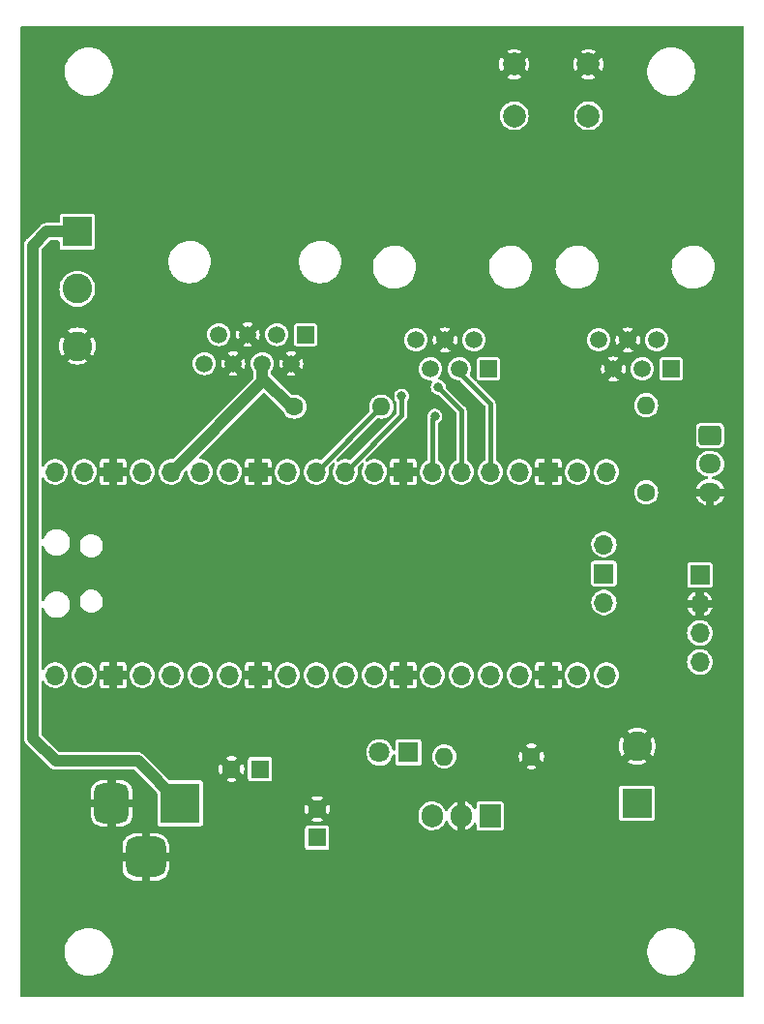
<source format=gbr>
%TF.GenerationSoftware,KiCad,Pcbnew,(7.0.0)*%
%TF.CreationDate,2023-02-26T16:33:45-05:00*%
%TF.ProjectId,Weather_Pico,57656174-6865-4725-9f50-69636f2e6b69,v2*%
%TF.SameCoordinates,Original*%
%TF.FileFunction,Copper,L2,Bot*%
%TF.FilePolarity,Positive*%
%FSLAX46Y46*%
G04 Gerber Fmt 4.6, Leading zero omitted, Abs format (unit mm)*
G04 Created by KiCad (PCBNEW (7.0.0)) date 2023-02-26 16:33:45*
%MOMM*%
%LPD*%
G01*
G04 APERTURE LIST*
G04 Aperture macros list*
%AMRoundRect*
0 Rectangle with rounded corners*
0 $1 Rounding radius*
0 $2 $3 $4 $5 $6 $7 $8 $9 X,Y pos of 4 corners*
0 Add a 4 corners polygon primitive as box body*
4,1,4,$2,$3,$4,$5,$6,$7,$8,$9,$2,$3,0*
0 Add four circle primitives for the rounded corners*
1,1,$1+$1,$2,$3*
1,1,$1+$1,$4,$5*
1,1,$1+$1,$6,$7*
1,1,$1+$1,$8,$9*
0 Add four rect primitives between the rounded corners*
20,1,$1+$1,$2,$3,$4,$5,0*
20,1,$1+$1,$4,$5,$6,$7,0*
20,1,$1+$1,$6,$7,$8,$9,0*
20,1,$1+$1,$8,$9,$2,$3,0*%
G04 Aperture macros list end*
%TA.AperFunction,ComponentPad*%
%ADD10R,2.600000X2.600000*%
%TD*%
%TA.AperFunction,ComponentPad*%
%ADD11C,2.600000*%
%TD*%
%TA.AperFunction,ComponentPad*%
%ADD12C,1.600000*%
%TD*%
%TA.AperFunction,ComponentPad*%
%ADD13O,1.600000X1.600000*%
%TD*%
%TA.AperFunction,ComponentPad*%
%ADD14R,1.600000X1.600000*%
%TD*%
%TA.AperFunction,ComponentPad*%
%ADD15R,1.520000X1.520000*%
%TD*%
%TA.AperFunction,ComponentPad*%
%ADD16C,1.520000*%
%TD*%
%TA.AperFunction,ComponentPad*%
%ADD17R,1.500000X1.500000*%
%TD*%
%TA.AperFunction,ComponentPad*%
%ADD18C,1.500000*%
%TD*%
%TA.AperFunction,ComponentPad*%
%ADD19R,1.905000X2.000000*%
%TD*%
%TA.AperFunction,ComponentPad*%
%ADD20O,1.905000X2.000000*%
%TD*%
%TA.AperFunction,ComponentPad*%
%ADD21R,3.500000X3.500000*%
%TD*%
%TA.AperFunction,ComponentPad*%
%ADD22RoundRect,0.750000X-0.750000X-1.000000X0.750000X-1.000000X0.750000X1.000000X-0.750000X1.000000X0*%
%TD*%
%TA.AperFunction,ComponentPad*%
%ADD23RoundRect,0.875000X-0.875000X-0.875000X0.875000X-0.875000X0.875000X0.875000X-0.875000X0.875000X0*%
%TD*%
%TA.AperFunction,ComponentPad*%
%ADD24RoundRect,0.250000X-0.725000X0.600000X-0.725000X-0.600000X0.725000X-0.600000X0.725000X0.600000X0*%
%TD*%
%TA.AperFunction,ComponentPad*%
%ADD25O,1.950000X1.700000*%
%TD*%
%TA.AperFunction,ComponentPad*%
%ADD26C,2.000000*%
%TD*%
%TA.AperFunction,ComponentPad*%
%ADD27R,1.700000X1.700000*%
%TD*%
%TA.AperFunction,ComponentPad*%
%ADD28O,1.700000X1.700000*%
%TD*%
%TA.AperFunction,ComponentPad*%
%ADD29R,1.800000X1.800000*%
%TD*%
%TA.AperFunction,ComponentPad*%
%ADD30C,1.800000*%
%TD*%
%TA.AperFunction,ViaPad*%
%ADD31C,0.800000*%
%TD*%
%TA.AperFunction,Conductor*%
%ADD32C,1.000000*%
%TD*%
%TA.AperFunction,Conductor*%
%ADD33C,0.400000*%
%TD*%
G04 APERTURE END LIST*
D10*
%TO.P,J3,1,Pin_1*%
%TO.N,+12V*%
X123999999Y-76999999D03*
D11*
%TO.P,J3,2,Pin_2*%
%TO.N,RAIN2*%
X124000000Y-82000000D03*
%TO.P,J3,3,Pin_3*%
%TO.N,GND*%
X124000000Y-87000000D03*
%TD*%
D12*
%TO.P,R1,1*%
%TO.N,+3V3*%
X143000000Y-92300000D03*
D13*
%TO.P,R1,2*%
%TO.N,WDIR*%
X150619999Y-92299999D03*
%TD*%
D10*
%TO.P,J1,1,Pin_1*%
%TO.N,+12V*%
X172999999Y-126999999D03*
D11*
%TO.P,J1,2,Pin_2*%
%TO.N,GND*%
X173000000Y-122000000D03*
%TD*%
D14*
%TO.P,C1,1*%
%TO.N,+12V*%
X144999999Y-129999999D03*
D12*
%TO.P,C1,2*%
%TO.N,GND*%
X145000000Y-127500000D03*
%TD*%
D14*
%TO.P,C2,1*%
%TO.N,+5V*%
X139999999Y-123999999D03*
D12*
%TO.P,C2,2*%
%TO.N,GND*%
X137500000Y-124000000D03*
%TD*%
D15*
%TO.P,J4,1*%
%TO.N,unconnected-(J4-Pad1)*%
X175999999Y-88999999D03*
D16*
%TO.P,J4,2*%
%TO.N,WDIR*%
X174730000Y-86460000D03*
%TO.P,J4,3*%
%TO.N,WSPEED*%
X173460000Y-89000000D03*
%TO.P,J4,4*%
%TO.N,GND*%
X172190000Y-86460000D03*
%TO.P,J4,5*%
X170920000Y-89000000D03*
%TO.P,J4,6*%
%TO.N,unconnected-(J4-Pad6)*%
X169650000Y-86460000D03*
%TD*%
D15*
%TO.P,J5,1*%
%TO.N,unconnected-(J5-Pad1)*%
X159999999Y-88999999D03*
D16*
%TO.P,J5,2*%
%TO.N,unconnected-(J5-Pad2)*%
X158730000Y-86460000D03*
%TO.P,J5,3*%
%TO.N,RAIN1*%
X157460000Y-89000000D03*
%TO.P,J5,4*%
%TO.N,GND*%
X156190000Y-86460000D03*
%TO.P,J5,5*%
%TO.N,unconnected-(J5-Pad5)*%
X154920000Y-89000000D03*
%TO.P,J5,6*%
%TO.N,unconnected-(J5-Pad6)*%
X153650000Y-86460000D03*
%TD*%
D17*
%TO.P,J6,1*%
%TO.N,+12V*%
X143999999Y-85999999D03*
D18*
%TO.P,J6,2*%
%TO.N,GND*%
X142730000Y-88540000D03*
%TO.P,J6,3*%
%TO.N,RAIN2*%
X141460000Y-86000000D03*
%TO.P,J6,4*%
%TO.N,+3V3*%
X140190000Y-88540000D03*
%TO.P,J6,5*%
%TO.N,GND*%
X138920000Y-86000000D03*
%TO.P,J6,6*%
X137650000Y-88540000D03*
%TO.P,J6,7*%
%TO.N,RXD*%
X136380000Y-86000000D03*
%TO.P,J6,8*%
%TO.N,TXD*%
X135110000Y-88540000D03*
%TD*%
D19*
%TO.P,U2,1,IN*%
%TO.N,+12V*%
X160149999Y-128099999D03*
D20*
%TO.P,U2,2,GND*%
%TO.N,GND*%
X157609999Y-128099999D03*
%TO.P,U2,3,OUT*%
%TO.N,+5V*%
X155069999Y-128099999D03*
%TD*%
D21*
%TO.P,J2,1*%
%TO.N,+12V*%
X132999999Y-126999999D03*
D22*
%TO.P,J2,2*%
%TO.N,GND*%
X127000000Y-127000000D03*
D23*
%TO.P,J2,MP,MountPin*%
X130000000Y-131700000D03*
%TD*%
D12*
%TO.P,R2,1*%
%TO.N,GND*%
X163750000Y-122900000D03*
D13*
%TO.P,R2,2*%
%TO.N,Net-(D1-K)*%
X156129999Y-122899999D03*
%TD*%
D12*
%TO.P,R3,1*%
%TO.N,1-Wire*%
X173800000Y-99800000D03*
D13*
%TO.P,R3,2*%
%TO.N,+3V3*%
X173799999Y-92179999D03*
%TD*%
D24*
%TO.P,J8,1,Pin_1*%
%TO.N,+3V3*%
X179400000Y-94800000D03*
D25*
%TO.P,J8,2,Pin_2*%
%TO.N,1-Wire*%
X179399999Y-97299999D03*
%TO.P,J8,3,Pin_3*%
%TO.N,GND*%
X179399999Y-99799999D03*
%TD*%
D26*
%TO.P,SW1,1,1*%
%TO.N,Net-(U1-RUN)*%
X168750000Y-66850000D03*
X162250000Y-66850000D03*
%TO.P,SW1,2,2*%
%TO.N,GND*%
X168750000Y-62350000D03*
X162250000Y-62350000D03*
%TD*%
D27*
%TO.P,J7,1,Pin_1*%
%TO.N,+3V3*%
X178499999Y-107019999D03*
D28*
%TO.P,J7,2,Pin_2*%
%TO.N,GND*%
X178499999Y-109559999D03*
%TO.P,J7,3,Pin_3*%
%TO.N,SCL*%
X178499999Y-112099999D03*
%TO.P,J7,4,Pin_4*%
%TO.N,SDA*%
X178499999Y-114639999D03*
%TD*%
D29*
%TO.P,D1,1,K*%
%TO.N,Net-(D1-K)*%
X152999999Y-122549999D03*
D30*
%TO.P,D1,2,A*%
%TO.N,Net-(D1-A)*%
X150460000Y-122550000D03*
%TD*%
D28*
%TO.P,U1,1,GPIO0*%
%TO.N,unconnected-(U1-GPIO0-Pad1)*%
X122069999Y-115789999D03*
%TO.P,U1,2,GPIO1*%
%TO.N,unconnected-(U1-GPIO1-Pad2)*%
X124609999Y-115789999D03*
D27*
%TO.P,U1,3,GND*%
%TO.N,GND*%
X127149999Y-115789999D03*
D28*
%TO.P,U1,4,GPIO2*%
%TO.N,Net-(D1-A)*%
X129689999Y-115789999D03*
%TO.P,U1,5,GPIO3*%
%TO.N,unconnected-(U1-GPIO3-Pad5)*%
X132229999Y-115789999D03*
%TO.P,U1,6,GPIO4*%
%TO.N,unconnected-(U1-GPIO4-Pad6)*%
X134769999Y-115789999D03*
%TO.P,U1,7,GPIO5*%
%TO.N,unconnected-(U1-GPIO5-Pad7)*%
X137309999Y-115789999D03*
D27*
%TO.P,U1,8,GND*%
%TO.N,GND*%
X139849999Y-115789999D03*
D28*
%TO.P,U1,9,GPIO6*%
%TO.N,unconnected-(U1-GPIO6-Pad9)*%
X142389999Y-115789999D03*
%TO.P,U1,10,GPIO7*%
%TO.N,unconnected-(U1-GPIO7-Pad10)*%
X144929999Y-115789999D03*
%TO.P,U1,11,GPIO8*%
%TO.N,unconnected-(U1-GPIO8-Pad11)*%
X147469999Y-115789999D03*
%TO.P,U1,12,GPIO9*%
%TO.N,unconnected-(U1-GPIO9-Pad12)*%
X150009999Y-115789999D03*
D27*
%TO.P,U1,13,GND*%
%TO.N,GND*%
X152549999Y-115789999D03*
D28*
%TO.P,U1,14,GPIO10*%
%TO.N,unconnected-(U1-GPIO10-Pad14)*%
X155089999Y-115789999D03*
%TO.P,U1,15,GPIO11*%
%TO.N,unconnected-(U1-GPIO11-Pad15)*%
X157629999Y-115789999D03*
%TO.P,U1,16,GPIO12*%
%TO.N,unconnected-(U1-GPIO12-Pad16)*%
X160169999Y-115789999D03*
%TO.P,U1,17,GPIO13*%
%TO.N,unconnected-(U1-GPIO13-Pad17)*%
X162709999Y-115789999D03*
D27*
%TO.P,U1,18,GND*%
%TO.N,GND*%
X165249999Y-115789999D03*
D28*
%TO.P,U1,19,GPIO14*%
%TO.N,SDA*%
X167789999Y-115789999D03*
%TO.P,U1,20,GPIO15*%
%TO.N,SCL*%
X170329999Y-115789999D03*
%TO.P,U1,21,GPIO16*%
%TO.N,RXD*%
X170329999Y-98009999D03*
%TO.P,U1,22,GPIO17*%
%TO.N,TXD*%
X167789999Y-98009999D03*
D27*
%TO.P,U1,23,GND*%
%TO.N,GND*%
X165249999Y-98009999D03*
D28*
%TO.P,U1,24,GPIO18*%
%TO.N,1-Wire*%
X162709999Y-98009999D03*
%TO.P,U1,25,GPIO19*%
%TO.N,RAIN1*%
X160169999Y-98009999D03*
%TO.P,U1,26,GPIO20*%
%TO.N,RAIN2*%
X157629999Y-98009999D03*
%TO.P,U1,27,GPIO21*%
%TO.N,WSPEED*%
X155089999Y-98009999D03*
D27*
%TO.P,U1,28,GND*%
%TO.N,GND*%
X152549999Y-98009999D03*
D28*
%TO.P,U1,29,GPIO22*%
%TO.N,unconnected-(U1-GPIO22-Pad29)*%
X150009999Y-98009999D03*
%TO.P,U1,30,RUN*%
%TO.N,Net-(U1-RUN)*%
X147469999Y-98009999D03*
%TO.P,U1,31,GPIO26_ADC0*%
%TO.N,WDIR*%
X144929999Y-98009999D03*
%TO.P,U1,32,GPIO27_ADC1*%
%TO.N,unconnected-(U1-GPIO27_ADC1-Pad32)*%
X142389999Y-98009999D03*
D27*
%TO.P,U1,33,AGND*%
%TO.N,GND*%
X139849999Y-98009999D03*
D28*
%TO.P,U1,34,GPIO28_ADC2*%
%TO.N,unconnected-(U1-GPIO28_ADC2-Pad34)*%
X137309999Y-98009999D03*
%TO.P,U1,35,ADC_VREF*%
%TO.N,unconnected-(U1-ADC_VREF-Pad35)*%
X134769999Y-98009999D03*
%TO.P,U1,36,3V3*%
%TO.N,+3V3*%
X132229999Y-98009999D03*
%TO.P,U1,37,3V3_EN*%
%TO.N,unconnected-(U1-3V3_EN-Pad37)*%
X129689999Y-98009999D03*
D27*
%TO.P,U1,38,GND*%
%TO.N,GND*%
X127149999Y-98009999D03*
D28*
%TO.P,U1,39,VSYS*%
%TO.N,+5V*%
X124609999Y-98009999D03*
%TO.P,U1,40,VBUS*%
%TO.N,unconnected-(U1-VBUS-Pad40)*%
X122069999Y-98009999D03*
%TO.P,U1,41*%
%TO.N,N/C*%
X170099999Y-109439999D03*
D27*
%TO.P,U1,42*%
X170099999Y-106899999D03*
D28*
%TO.P,U1,43*%
X170099999Y-104359999D03*
%TD*%
D31*
%TO.N,GND*%
X123600000Y-119700000D03*
X154800000Y-124900000D03*
X140700000Y-92200000D03*
X134800000Y-92600000D03*
X147000000Y-121700000D03*
X136500000Y-132100000D03*
X164800000Y-91100000D03*
X149950000Y-133650000D03*
X137400000Y-94700000D03*
X151000000Y-89500000D03*
%TO.N,WSPEED*%
X155300000Y-93151912D03*
%TO.N,RAIN2*%
X155600000Y-90600500D03*
%TO.N,Net-(U1-RUN)*%
X152400000Y-91400000D03*
%TD*%
D32*
%TO.N,+3V3*%
X142900000Y-92400000D02*
X142780000Y-92400000D01*
X140190000Y-88540000D02*
X140190000Y-89810000D01*
X140190000Y-89810000D02*
X140190000Y-90110000D01*
X142780000Y-92400000D02*
X140190000Y-89810000D01*
X132290000Y-98010000D02*
X132230000Y-98010000D01*
X143000000Y-92300000D02*
X142900000Y-92400000D01*
X140190000Y-90110000D02*
X132290000Y-98010000D01*
%TO.N,+12V*%
X124000000Y-77000000D02*
X121300000Y-77000000D01*
X120100000Y-78200000D02*
X120100000Y-121300000D01*
X121300000Y-77000000D02*
X120100000Y-78200000D01*
X129300000Y-123300000D02*
X133000000Y-127000000D01*
X120100000Y-121300000D02*
X122100000Y-123300000D01*
X122100000Y-123300000D02*
X129300000Y-123300000D01*
D33*
%TO.N,WDIR*%
X150620000Y-92300000D02*
X150620000Y-92320000D01*
X150620000Y-92320000D02*
X144930000Y-98010000D01*
%TO.N,WSPEED*%
X155090000Y-98010000D02*
X155090000Y-93361912D01*
X155090000Y-93361912D02*
X155300000Y-93151912D01*
%TO.N,RAIN1*%
X157460000Y-89000000D02*
X157460000Y-89330000D01*
X160170000Y-92040000D02*
X160170000Y-98010000D01*
X157460000Y-89330000D02*
X160170000Y-92040000D01*
%TO.N,RAIN2*%
X157630000Y-92630500D02*
X155600000Y-90600500D01*
X157630000Y-98010000D02*
X157630000Y-92630500D01*
%TO.N,Net-(U1-RUN)*%
X147470000Y-98010000D02*
X152400000Y-93080000D01*
X152400000Y-93080000D02*
X152400000Y-91400000D01*
%TD*%
%TA.AperFunction,Conductor*%
%TO.N,GND*%
G36*
X182311500Y-59042381D02*
G01*
X182357619Y-59088500D01*
X182374500Y-59151500D01*
X182374500Y-143848500D01*
X182357619Y-143911500D01*
X182311500Y-143957619D01*
X182248500Y-143974500D01*
X119151500Y-143974500D01*
X119088500Y-143957619D01*
X119042381Y-143911500D01*
X119025500Y-143848500D01*
X119025500Y-140143678D01*
X122899500Y-140143678D01*
X122900085Y-140147936D01*
X122900086Y-140147946D01*
X122938041Y-140424086D01*
X122938043Y-140424097D01*
X122938629Y-140428358D01*
X122939788Y-140432495D01*
X122939790Y-140432504D01*
X123006337Y-140670015D01*
X123016156Y-140705058D01*
X123130639Y-140968625D01*
X123279945Y-141214147D01*
X123461292Y-141437053D01*
X123671302Y-141633189D01*
X123906064Y-141798901D01*
X124161203Y-141931104D01*
X124431968Y-142027334D01*
X124713314Y-142085798D01*
X124928248Y-142100500D01*
X125069611Y-142100500D01*
X125071752Y-142100500D01*
X125286686Y-142085798D01*
X125568032Y-142027334D01*
X125838797Y-141931104D01*
X126093936Y-141798901D01*
X126328698Y-141633189D01*
X126538708Y-141437053D01*
X126720055Y-141214147D01*
X126869361Y-140968625D01*
X126983844Y-140705058D01*
X127061371Y-140428358D01*
X127100500Y-140143678D01*
X173899500Y-140143678D01*
X173900085Y-140147936D01*
X173900086Y-140147946D01*
X173938041Y-140424086D01*
X173938043Y-140424097D01*
X173938629Y-140428358D01*
X173939788Y-140432495D01*
X173939790Y-140432504D01*
X174006337Y-140670015D01*
X174016156Y-140705058D01*
X174130639Y-140968625D01*
X174279945Y-141214147D01*
X174461292Y-141437053D01*
X174671302Y-141633189D01*
X174906064Y-141798901D01*
X175161203Y-141931104D01*
X175431968Y-142027334D01*
X175713314Y-142085798D01*
X175928248Y-142100500D01*
X176069611Y-142100500D01*
X176071752Y-142100500D01*
X176286686Y-142085798D01*
X176568032Y-142027334D01*
X176838797Y-141931104D01*
X177093936Y-141798901D01*
X177328698Y-141633189D01*
X177538708Y-141437053D01*
X177720055Y-141214147D01*
X177869361Y-140968625D01*
X177983844Y-140705058D01*
X178061371Y-140428358D01*
X178100500Y-140143678D01*
X178100500Y-139856322D01*
X178061371Y-139571642D01*
X177983844Y-139294942D01*
X177869361Y-139031375D01*
X177720055Y-138785853D01*
X177538708Y-138562947D01*
X177328698Y-138366811D01*
X177325182Y-138364329D01*
X177325177Y-138364325D01*
X177097463Y-138203588D01*
X177097456Y-138203584D01*
X177093936Y-138201099D01*
X177090106Y-138199114D01*
X177090102Y-138199112D01*
X176842620Y-138070877D01*
X176838797Y-138068896D01*
X176834751Y-138067458D01*
X176834744Y-138067455D01*
X176572079Y-137974104D01*
X176572074Y-137974102D01*
X176568032Y-137972666D01*
X176286686Y-137914202D01*
X176282392Y-137913908D01*
X176282390Y-137913908D01*
X176073891Y-137899646D01*
X176073881Y-137899645D01*
X176071752Y-137899500D01*
X175928248Y-137899500D01*
X175926119Y-137899645D01*
X175926108Y-137899646D01*
X175717609Y-137913908D01*
X175717605Y-137913908D01*
X175713314Y-137914202D01*
X175709105Y-137915076D01*
X175709102Y-137915077D01*
X175436173Y-137971792D01*
X175436170Y-137971792D01*
X175431968Y-137972666D01*
X175427928Y-137974101D01*
X175427920Y-137974104D01*
X175165255Y-138067455D01*
X175165243Y-138067460D01*
X175161203Y-138068896D01*
X175157384Y-138070874D01*
X175157379Y-138070877D01*
X174909897Y-138199112D01*
X174909887Y-138199118D01*
X174906064Y-138201099D01*
X174902549Y-138203579D01*
X174902536Y-138203588D01*
X174674822Y-138364325D01*
X174674809Y-138364335D01*
X174671302Y-138366811D01*
X174668164Y-138369741D01*
X174668155Y-138369749D01*
X174464436Y-138560010D01*
X174464430Y-138560015D01*
X174461292Y-138562947D01*
X174458584Y-138566274D01*
X174458577Y-138566283D01*
X174282658Y-138782517D01*
X174282651Y-138782526D01*
X174279945Y-138785853D01*
X174277713Y-138789522D01*
X174277711Y-138789526D01*
X174132872Y-139027702D01*
X174132868Y-139027708D01*
X174130639Y-139031375D01*
X174128930Y-139035308D01*
X174128925Y-139035319D01*
X174017870Y-139290994D01*
X174017866Y-139291004D01*
X174016156Y-139294942D01*
X174014995Y-139299082D01*
X174014995Y-139299085D01*
X173939790Y-139567495D01*
X173939787Y-139567507D01*
X173938629Y-139571642D01*
X173938043Y-139575899D01*
X173938041Y-139575913D01*
X173900086Y-139852053D01*
X173900085Y-139852064D01*
X173899500Y-139856322D01*
X173899500Y-140143678D01*
X127100500Y-140143678D01*
X127100500Y-139856322D01*
X127061371Y-139571642D01*
X126983844Y-139294942D01*
X126869361Y-139031375D01*
X126720055Y-138785853D01*
X126538708Y-138562947D01*
X126328698Y-138366811D01*
X126325182Y-138364329D01*
X126325177Y-138364325D01*
X126097463Y-138203588D01*
X126097456Y-138203584D01*
X126093936Y-138201099D01*
X126090106Y-138199114D01*
X126090102Y-138199112D01*
X125842620Y-138070877D01*
X125838797Y-138068896D01*
X125834751Y-138067458D01*
X125834744Y-138067455D01*
X125572079Y-137974104D01*
X125572074Y-137974102D01*
X125568032Y-137972666D01*
X125286686Y-137914202D01*
X125282392Y-137913908D01*
X125282390Y-137913908D01*
X125073891Y-137899646D01*
X125073881Y-137899645D01*
X125071752Y-137899500D01*
X124928248Y-137899500D01*
X124926119Y-137899645D01*
X124926108Y-137899646D01*
X124717609Y-137913908D01*
X124717605Y-137913908D01*
X124713314Y-137914202D01*
X124709105Y-137915076D01*
X124709102Y-137915077D01*
X124436173Y-137971792D01*
X124436170Y-137971792D01*
X124431968Y-137972666D01*
X124427928Y-137974101D01*
X124427920Y-137974104D01*
X124165255Y-138067455D01*
X124165243Y-138067460D01*
X124161203Y-138068896D01*
X124157384Y-138070874D01*
X124157379Y-138070877D01*
X123909897Y-138199112D01*
X123909887Y-138199118D01*
X123906064Y-138201099D01*
X123902549Y-138203579D01*
X123902536Y-138203588D01*
X123674822Y-138364325D01*
X123674809Y-138364335D01*
X123671302Y-138366811D01*
X123668164Y-138369741D01*
X123668155Y-138369749D01*
X123464436Y-138560010D01*
X123464430Y-138560015D01*
X123461292Y-138562947D01*
X123458584Y-138566274D01*
X123458577Y-138566283D01*
X123282658Y-138782517D01*
X123282651Y-138782526D01*
X123279945Y-138785853D01*
X123277713Y-138789522D01*
X123277711Y-138789526D01*
X123132872Y-139027702D01*
X123132868Y-139027708D01*
X123130639Y-139031375D01*
X123128930Y-139035308D01*
X123128925Y-139035319D01*
X123017870Y-139290994D01*
X123017866Y-139291004D01*
X123016156Y-139294942D01*
X123014995Y-139299082D01*
X123014995Y-139299085D01*
X122939790Y-139567495D01*
X122939787Y-139567507D01*
X122938629Y-139571642D01*
X122938043Y-139575899D01*
X122938041Y-139575913D01*
X122900086Y-139852053D01*
X122900085Y-139852064D01*
X122899500Y-139856322D01*
X122899500Y-140143678D01*
X119025500Y-140143678D01*
X119025500Y-132645820D01*
X127942001Y-132645820D01*
X127942152Y-132650197D01*
X127947972Y-132734056D01*
X127949491Y-132744100D01*
X127997188Y-132946891D01*
X128000872Y-132957883D01*
X128084724Y-133147790D01*
X128090367Y-133157923D01*
X128207688Y-133329188D01*
X128215099Y-133338113D01*
X128361886Y-133484900D01*
X128370811Y-133492311D01*
X128542076Y-133609632D01*
X128552209Y-133615275D01*
X128742116Y-133699127D01*
X128753108Y-133702811D01*
X128955896Y-133750507D01*
X128965944Y-133752027D01*
X129049804Y-133757848D01*
X129054177Y-133758000D01*
X129629410Y-133758000D01*
X129642493Y-133754493D01*
X129646000Y-133741410D01*
X129646000Y-133741409D01*
X130354000Y-133741409D01*
X130357506Y-133754492D01*
X130370590Y-133757999D01*
X130945820Y-133757999D01*
X130950197Y-133757847D01*
X131034056Y-133752027D01*
X131044100Y-133750508D01*
X131246891Y-133702811D01*
X131257883Y-133699127D01*
X131447790Y-133615275D01*
X131457923Y-133609632D01*
X131629188Y-133492311D01*
X131638113Y-133484900D01*
X131784900Y-133338113D01*
X131792311Y-133329188D01*
X131909632Y-133157923D01*
X131915275Y-133147790D01*
X131999127Y-132957883D01*
X132002811Y-132946891D01*
X132050507Y-132744103D01*
X132052027Y-132734055D01*
X132057848Y-132650195D01*
X132058000Y-132645823D01*
X132058000Y-132070590D01*
X132054493Y-132057506D01*
X132041410Y-132054000D01*
X130370590Y-132054000D01*
X130357506Y-132057506D01*
X130354000Y-132070590D01*
X130354000Y-133741409D01*
X129646000Y-133741409D01*
X129646000Y-132070590D01*
X129642493Y-132057506D01*
X129629410Y-132054000D01*
X127958591Y-132054000D01*
X127945507Y-132057506D01*
X127942001Y-132070590D01*
X127942001Y-132645820D01*
X119025500Y-132645820D01*
X119025500Y-131329410D01*
X127942000Y-131329410D01*
X127945506Y-131342493D01*
X127958590Y-131346000D01*
X129629410Y-131346000D01*
X129642493Y-131342493D01*
X129646000Y-131329410D01*
X130354000Y-131329410D01*
X130357506Y-131342493D01*
X130370590Y-131346000D01*
X132041409Y-131346000D01*
X132054492Y-131342493D01*
X132057999Y-131329410D01*
X132057999Y-130825458D01*
X143941500Y-130825458D01*
X143942705Y-130831516D01*
X143942706Y-130831525D01*
X143954078Y-130888693D01*
X143956499Y-130900862D01*
X144013632Y-130986368D01*
X144099138Y-131043501D01*
X144174542Y-131058500D01*
X145819271Y-131058500D01*
X145825458Y-131058500D01*
X145900862Y-131043501D01*
X145986368Y-130986368D01*
X146043501Y-130900862D01*
X146058500Y-130825458D01*
X146058500Y-129174542D01*
X146043501Y-129099138D01*
X145986368Y-129013632D01*
X145959861Y-128995921D01*
X145911178Y-128963392D01*
X145900862Y-128956499D01*
X145888694Y-128954078D01*
X145888693Y-128954078D01*
X145831525Y-128942706D01*
X145831516Y-128942705D01*
X145825458Y-128941500D01*
X144174542Y-128941500D01*
X144168484Y-128942705D01*
X144168474Y-128942706D01*
X144111306Y-128954078D01*
X144111303Y-128954079D01*
X144099138Y-128956499D01*
X144088823Y-128963391D01*
X144088821Y-128963392D01*
X144023947Y-129006739D01*
X144023944Y-129006741D01*
X144013632Y-129013632D01*
X144006741Y-129023944D01*
X144006739Y-129023947D01*
X143963392Y-129088821D01*
X143963391Y-129088823D01*
X143956499Y-129099138D01*
X143954079Y-129111303D01*
X143954078Y-129111306D01*
X143942706Y-129168474D01*
X143942705Y-129168484D01*
X143941500Y-129174542D01*
X143941500Y-130825458D01*
X132057999Y-130825458D01*
X132057999Y-130754180D01*
X132057847Y-130749802D01*
X132052027Y-130665943D01*
X132050508Y-130655899D01*
X132002811Y-130453108D01*
X131999127Y-130442116D01*
X131915275Y-130252209D01*
X131909632Y-130242076D01*
X131792311Y-130070811D01*
X131784900Y-130061886D01*
X131638113Y-129915099D01*
X131629188Y-129907688D01*
X131457923Y-129790367D01*
X131447790Y-129784724D01*
X131257883Y-129700872D01*
X131246891Y-129697188D01*
X131044103Y-129649492D01*
X131034055Y-129647972D01*
X130950195Y-129642151D01*
X130945823Y-129642000D01*
X130370590Y-129642000D01*
X130357506Y-129645506D01*
X130354000Y-129658590D01*
X130354000Y-131329410D01*
X129646000Y-131329410D01*
X129646000Y-129658591D01*
X129642493Y-129645507D01*
X129629410Y-129642001D01*
X129054180Y-129642001D01*
X129049802Y-129642152D01*
X128965943Y-129647972D01*
X128955899Y-129649491D01*
X128753108Y-129697188D01*
X128742116Y-129700872D01*
X128552209Y-129784724D01*
X128542076Y-129790367D01*
X128370811Y-129907688D01*
X128361886Y-129915099D01*
X128215099Y-130061886D01*
X128207688Y-130070811D01*
X128090367Y-130242076D01*
X128084724Y-130252209D01*
X128000872Y-130442116D01*
X127997188Y-130453108D01*
X127949492Y-130655896D01*
X127947972Y-130665944D01*
X127942151Y-130749804D01*
X127942000Y-130754177D01*
X127942000Y-131329410D01*
X119025500Y-131329410D01*
X119025500Y-128048880D01*
X125192001Y-128048880D01*
X125192304Y-128055052D01*
X125206702Y-128201241D01*
X125209105Y-128213326D01*
X125266009Y-128400915D01*
X125270725Y-128412299D01*
X125363132Y-128585181D01*
X125369972Y-128595418D01*
X125494339Y-128746960D01*
X125503039Y-128755660D01*
X125654581Y-128880027D01*
X125664818Y-128886867D01*
X125837700Y-128979274D01*
X125849084Y-128983990D01*
X126036673Y-129040894D01*
X126048759Y-129043298D01*
X126194946Y-129057696D01*
X126201119Y-129058000D01*
X126629410Y-129058000D01*
X126642493Y-129054493D01*
X126646000Y-129041410D01*
X126646000Y-129041409D01*
X127354000Y-129041409D01*
X127357506Y-129054492D01*
X127370590Y-129057999D01*
X127798880Y-129057999D01*
X127805052Y-129057695D01*
X127951241Y-129043297D01*
X127963326Y-129040894D01*
X128150915Y-128983990D01*
X128162299Y-128979274D01*
X128335181Y-128886867D01*
X128345418Y-128880027D01*
X128496960Y-128755660D01*
X128505660Y-128746960D01*
X128630027Y-128595418D01*
X128636867Y-128585181D01*
X128729274Y-128412299D01*
X128733990Y-128400915D01*
X128790894Y-128213326D01*
X128793298Y-128201240D01*
X128807696Y-128055053D01*
X128808000Y-128048881D01*
X128808000Y-127370590D01*
X128804493Y-127357506D01*
X128791410Y-127354000D01*
X127370590Y-127354000D01*
X127357506Y-127357506D01*
X127354000Y-127370590D01*
X127354000Y-129041409D01*
X126646000Y-129041409D01*
X126646000Y-127370590D01*
X126642493Y-127357506D01*
X126629410Y-127354000D01*
X125208591Y-127354000D01*
X125195507Y-127357506D01*
X125192001Y-127370590D01*
X125192001Y-128048880D01*
X119025500Y-128048880D01*
X119025500Y-126629410D01*
X125192000Y-126629410D01*
X125195506Y-126642493D01*
X125208590Y-126646000D01*
X126629410Y-126646000D01*
X126642493Y-126642493D01*
X126646000Y-126629410D01*
X127354000Y-126629410D01*
X127357506Y-126642493D01*
X127370590Y-126646000D01*
X128791409Y-126646000D01*
X128804492Y-126642493D01*
X128807999Y-126629410D01*
X128807999Y-125951120D01*
X128807695Y-125944947D01*
X128793297Y-125798758D01*
X128790894Y-125786673D01*
X128733990Y-125599084D01*
X128729274Y-125587700D01*
X128636867Y-125414818D01*
X128630027Y-125404581D01*
X128505660Y-125253039D01*
X128496960Y-125244339D01*
X128345418Y-125119972D01*
X128335181Y-125113132D01*
X128162299Y-125020725D01*
X128150915Y-125016009D01*
X127963326Y-124959105D01*
X127951240Y-124956701D01*
X127805053Y-124942303D01*
X127798881Y-124942000D01*
X127370590Y-124942000D01*
X127357506Y-124945506D01*
X127354000Y-124958590D01*
X127354000Y-126629410D01*
X126646000Y-126629410D01*
X126646000Y-124958591D01*
X126642493Y-124945507D01*
X126629410Y-124942001D01*
X126201120Y-124942001D01*
X126194947Y-124942304D01*
X126048758Y-124956702D01*
X126036673Y-124959105D01*
X125849084Y-125016009D01*
X125837700Y-125020725D01*
X125664818Y-125113132D01*
X125654581Y-125119972D01*
X125503039Y-125244339D01*
X125494339Y-125253039D01*
X125369972Y-125404581D01*
X125363132Y-125414818D01*
X125270725Y-125587700D01*
X125266009Y-125599084D01*
X125209105Y-125786673D01*
X125206701Y-125798759D01*
X125192303Y-125944946D01*
X125192000Y-125951119D01*
X125192000Y-126629410D01*
X119025500Y-126629410D01*
X119025500Y-121277789D01*
X119336659Y-121277789D01*
X119337298Y-121285094D01*
X119337298Y-121285098D01*
X119341021Y-121327646D01*
X119341500Y-121338628D01*
X119341500Y-121344180D01*
X119341924Y-121347815D01*
X119341926Y-121347834D01*
X119345135Y-121375291D01*
X119345507Y-121378931D01*
X119349965Y-121429880D01*
X119352113Y-121454426D01*
X119354421Y-121461393D01*
X119355106Y-121464711D01*
X119355173Y-121465129D01*
X119355283Y-121465516D01*
X119356069Y-121468833D01*
X119356921Y-121476113D01*
X119382862Y-121547388D01*
X119384047Y-121550798D01*
X119407886Y-121622738D01*
X119411737Y-121628982D01*
X119413160Y-121632033D01*
X119413329Y-121632440D01*
X119413530Y-121632801D01*
X119415056Y-121635840D01*
X119417565Y-121642732D01*
X119421595Y-121648860D01*
X119421596Y-121648861D01*
X119459232Y-121706083D01*
X119461202Y-121709176D01*
X119497115Y-121767402D01*
X119497117Y-121767405D01*
X119500970Y-121773651D01*
X119506161Y-121778842D01*
X119508244Y-121781476D01*
X119508505Y-121781838D01*
X119508784Y-121782142D01*
X119510965Y-121784742D01*
X119514999Y-121790874D01*
X119520338Y-121795911D01*
X119570155Y-121842911D01*
X119572784Y-121845465D01*
X121518093Y-123790774D01*
X121530060Y-123804620D01*
X121544531Y-123824058D01*
X121550149Y-123828772D01*
X121550150Y-123828773D01*
X121582870Y-123856228D01*
X121590974Y-123863655D01*
X121594899Y-123867580D01*
X121619452Y-123886994D01*
X121622284Y-123889300D01*
X121680360Y-123938032D01*
X121686920Y-123941326D01*
X121689728Y-123943173D01*
X121690083Y-123943429D01*
X121690462Y-123943641D01*
X121693333Y-123945412D01*
X121699094Y-123949967D01*
X121705748Y-123953069D01*
X121705750Y-123953071D01*
X121767794Y-123982002D01*
X121771031Y-123983568D01*
X121838812Y-124017609D01*
X121845962Y-124019303D01*
X121849108Y-124020448D01*
X121849523Y-124020620D01*
X121849943Y-124020739D01*
X121853136Y-124021797D01*
X121859794Y-124024902D01*
X121934062Y-124040236D01*
X121937540Y-124041007D01*
X122011344Y-124058500D01*
X122018687Y-124058500D01*
X122022024Y-124058890D01*
X122022458Y-124058960D01*
X122022886Y-124058979D01*
X122026252Y-124059273D01*
X122033442Y-124060758D01*
X122109223Y-124058552D01*
X122112888Y-124058500D01*
X128933629Y-124058500D01*
X128981847Y-124068091D01*
X129022724Y-124095405D01*
X130954595Y-126027276D01*
X130981909Y-126068153D01*
X130991500Y-126116371D01*
X130991500Y-128775458D01*
X130992705Y-128781516D01*
X130992706Y-128781525D01*
X131003797Y-128837278D01*
X131006499Y-128850862D01*
X131063632Y-128936368D01*
X131149138Y-128993501D01*
X131224542Y-129008500D01*
X134769271Y-129008500D01*
X134775458Y-129008500D01*
X134850862Y-128993501D01*
X134936368Y-128936368D01*
X134993501Y-128850862D01*
X135008500Y-128775458D01*
X135008500Y-128495153D01*
X144509535Y-128495153D01*
X144519055Y-128501920D01*
X144690048Y-128568164D01*
X144701206Y-128571339D01*
X144891601Y-128606929D01*
X144903157Y-128608000D01*
X145096843Y-128608000D01*
X145108398Y-128606929D01*
X145298793Y-128571339D01*
X145309951Y-128568164D01*
X145480943Y-128501920D01*
X145490463Y-128495153D01*
X145484488Y-128485119D01*
X145201257Y-128201888D01*
X153859000Y-128201888D01*
X153859251Y-128204681D01*
X153859252Y-128204694D01*
X153873137Y-128358967D01*
X153873645Y-128364606D01*
X153875149Y-128370058D01*
X153875151Y-128370065D01*
X153930130Y-128569275D01*
X153931637Y-128574735D01*
X153934092Y-128579833D01*
X153934094Y-128579838D01*
X154023758Y-128766029D01*
X154023760Y-128766033D01*
X154026216Y-128771132D01*
X154029542Y-128775710D01*
X154029544Y-128775713D01*
X154151018Y-128942907D01*
X154151021Y-128942911D01*
X154154344Y-128947484D01*
X154158429Y-128951390D01*
X154158432Y-128951393D01*
X154192526Y-128983990D01*
X154311902Y-129098125D01*
X154493825Y-129218212D01*
X154694268Y-129303885D01*
X154906786Y-129352391D01*
X155124551Y-129362171D01*
X155340562Y-129332910D01*
X155547877Y-129265549D01*
X155739833Y-129162253D01*
X155910260Y-129026343D01*
X156053680Y-128862185D01*
X156165484Y-128675057D01*
X156193149Y-128601343D01*
X156227353Y-128551489D01*
X156280845Y-128523307D01*
X156341307Y-128523288D01*
X156394817Y-128551437D01*
X156423387Y-128593025D01*
X156425106Y-128592198D01*
X156521093Y-128791520D01*
X156526879Y-128801203D01*
X156653591Y-128975607D01*
X156661005Y-128984093D01*
X156816825Y-129133072D01*
X156825635Y-129140098D01*
X157005547Y-129258857D01*
X157015477Y-129264201D01*
X157213709Y-129348929D01*
X157224423Y-129352410D01*
X157242160Y-129356459D01*
X157253481Y-129356459D01*
X157256000Y-129345422D01*
X157256000Y-129342933D01*
X157964000Y-129342933D01*
X157966691Y-129354142D01*
X157978185Y-129353237D01*
X158102032Y-129312997D01*
X158112389Y-129308571D01*
X158302233Y-129206410D01*
X158311631Y-129200207D01*
X158480183Y-129065791D01*
X158488327Y-129058004D01*
X158630162Y-128895662D01*
X158636797Y-128886530D01*
X158704836Y-128772653D01*
X158751311Y-128727413D01*
X158814131Y-128711283D01*
X158876652Y-128728538D01*
X158922307Y-128774605D01*
X158939000Y-128837278D01*
X158939000Y-129125458D01*
X158940205Y-129131516D01*
X158940206Y-129131525D01*
X158949994Y-129180729D01*
X158953999Y-129200862D01*
X158960892Y-129211178D01*
X158998388Y-129267296D01*
X159011132Y-129286368D01*
X159096638Y-129343501D01*
X159172042Y-129358500D01*
X161121771Y-129358500D01*
X161127958Y-129358500D01*
X161203362Y-129343501D01*
X161288868Y-129286368D01*
X161346001Y-129200862D01*
X161361000Y-129125458D01*
X161361000Y-128325458D01*
X171441500Y-128325458D01*
X171442705Y-128331516D01*
X171442706Y-128331525D01*
X171454078Y-128388693D01*
X171456499Y-128400862D01*
X171513632Y-128486368D01*
X171599138Y-128543501D01*
X171674542Y-128558500D01*
X174319271Y-128558500D01*
X174325458Y-128558500D01*
X174400862Y-128543501D01*
X174486368Y-128486368D01*
X174543501Y-128400862D01*
X174558500Y-128325458D01*
X174558500Y-125674542D01*
X174543501Y-125599138D01*
X174486368Y-125513632D01*
X174400862Y-125456499D01*
X174388694Y-125454078D01*
X174388693Y-125454078D01*
X174331525Y-125442706D01*
X174331516Y-125442705D01*
X174325458Y-125441500D01*
X171674542Y-125441500D01*
X171668484Y-125442705D01*
X171668474Y-125442706D01*
X171611306Y-125454078D01*
X171611303Y-125454079D01*
X171599138Y-125456499D01*
X171588823Y-125463391D01*
X171588821Y-125463392D01*
X171523947Y-125506739D01*
X171523944Y-125506741D01*
X171513632Y-125513632D01*
X171506741Y-125523944D01*
X171506739Y-125523947D01*
X171463392Y-125588821D01*
X171463391Y-125588823D01*
X171456499Y-125599138D01*
X171454079Y-125611303D01*
X171454078Y-125611306D01*
X171442706Y-125668474D01*
X171442705Y-125668484D01*
X171441500Y-125674542D01*
X171441500Y-128325458D01*
X161361000Y-128325458D01*
X161361000Y-127074542D01*
X161346001Y-126999138D01*
X161288868Y-126913632D01*
X161203362Y-126856499D01*
X161191194Y-126854078D01*
X161191193Y-126854078D01*
X161134025Y-126842706D01*
X161134016Y-126842705D01*
X161127958Y-126841500D01*
X159172042Y-126841500D01*
X159165984Y-126842705D01*
X159165974Y-126842706D01*
X159108806Y-126854078D01*
X159108803Y-126854079D01*
X159096638Y-126856499D01*
X159086323Y-126863391D01*
X159086321Y-126863392D01*
X159021447Y-126906739D01*
X159021444Y-126906741D01*
X159011132Y-126913632D01*
X159004241Y-126923944D01*
X159004239Y-126923947D01*
X158960892Y-126988821D01*
X158960891Y-126988823D01*
X158953999Y-126999138D01*
X158951579Y-127011303D01*
X158951578Y-127011306D01*
X158940206Y-127068474D01*
X158940205Y-127068484D01*
X158939000Y-127074542D01*
X158939000Y-127080729D01*
X158939000Y-127354998D01*
X158921164Y-127419624D01*
X158872707Y-127465953D01*
X158807346Y-127480871D01*
X158743586Y-127460153D01*
X158702380Y-127412989D01*
X158701806Y-127413333D01*
X158699913Y-127410165D01*
X158699477Y-127409666D01*
X158698903Y-127408474D01*
X158693120Y-127398796D01*
X158566408Y-127224392D01*
X158558994Y-127215906D01*
X158403174Y-127066927D01*
X158394364Y-127059901D01*
X158214452Y-126941142D01*
X158204522Y-126935798D01*
X158006290Y-126851070D01*
X157995576Y-126847589D01*
X157977840Y-126843541D01*
X157966519Y-126843541D01*
X157964000Y-126854578D01*
X157964000Y-129342933D01*
X157256000Y-129342933D01*
X157256000Y-126857067D01*
X157253308Y-126845857D01*
X157241814Y-126846762D01*
X157117967Y-126887002D01*
X157107610Y-126891428D01*
X156917766Y-126993589D01*
X156908368Y-126999792D01*
X156739816Y-127134208D01*
X156731672Y-127141995D01*
X156589837Y-127304337D01*
X156583208Y-127313461D01*
X156472637Y-127498526D01*
X156467748Y-127508677D01*
X156433130Y-127600917D01*
X156400589Y-127649264D01*
X156349774Y-127677797D01*
X156291554Y-127680411D01*
X156238386Y-127656548D01*
X156201644Y-127611313D01*
X156113784Y-127428868D01*
X156044530Y-127333548D01*
X155988981Y-127257092D01*
X155988979Y-127257089D01*
X155985656Y-127252516D01*
X155981569Y-127248609D01*
X155981567Y-127248606D01*
X155870060Y-127141995D01*
X155828098Y-127101875D01*
X155646175Y-126981788D01*
X155640977Y-126979566D01*
X155640971Y-126979563D01*
X155450936Y-126898339D01*
X155450933Y-126898338D01*
X155445732Y-126896115D01*
X155425197Y-126891428D01*
X155238731Y-126848868D01*
X155238728Y-126848867D01*
X155233214Y-126847609D01*
X155223362Y-126847166D01*
X155021099Y-126838082D01*
X155021090Y-126838082D01*
X155015449Y-126837829D01*
X155009856Y-126838586D01*
X155009847Y-126838587D01*
X154805040Y-126866331D01*
X154805038Y-126866331D01*
X154799438Y-126867090D01*
X154794061Y-126868837D01*
X154794057Y-126868838D01*
X154597501Y-126932703D01*
X154597495Y-126932705D01*
X154592123Y-126934451D01*
X154587150Y-126937126D01*
X154587143Y-126937130D01*
X154405150Y-127035065D01*
X154405145Y-127035067D01*
X154400167Y-127037747D01*
X154395747Y-127041271D01*
X154395742Y-127041275D01*
X154234166Y-127170127D01*
X154234163Y-127170129D01*
X154229740Y-127173657D01*
X154226018Y-127177916D01*
X154226015Y-127177920D01*
X154090047Y-127333548D01*
X154090042Y-127333554D01*
X154086320Y-127337815D01*
X154083415Y-127342675D01*
X154083412Y-127342681D01*
X153977421Y-127520080D01*
X153977418Y-127520084D01*
X153974516Y-127524943D01*
X153972529Y-127530235D01*
X153972527Y-127530241D01*
X153899909Y-127723731D01*
X153899907Y-127723737D01*
X153897922Y-127729027D01*
X153896913Y-127734586D01*
X153896911Y-127734594D01*
X153860011Y-127937935D01*
X153859000Y-127943508D01*
X153859000Y-128201888D01*
X145201257Y-128201888D01*
X145011729Y-128012360D01*
X144999999Y-128005588D01*
X144988271Y-128012359D01*
X144515510Y-128485119D01*
X144509535Y-128495153D01*
X135008500Y-128495153D01*
X135008500Y-127505806D01*
X143887791Y-127505806D01*
X143905661Y-127698661D01*
X143907795Y-127710073D01*
X143960799Y-127896365D01*
X143964990Y-127907185D01*
X144000591Y-127978682D01*
X144008017Y-127987520D01*
X144017870Y-127981497D01*
X144487638Y-127511729D01*
X144494410Y-127499999D01*
X145505588Y-127499999D01*
X145512360Y-127511729D01*
X145982128Y-127981497D01*
X145991981Y-127987520D01*
X145999408Y-127978681D01*
X146035007Y-127907190D01*
X146039201Y-127896362D01*
X146092204Y-127710073D01*
X146094338Y-127698661D01*
X146112209Y-127505806D01*
X146112209Y-127494194D01*
X146094338Y-127301338D01*
X146092204Y-127289926D01*
X146039200Y-127103634D01*
X146035009Y-127092815D01*
X145999408Y-127021317D01*
X145991981Y-127012478D01*
X145982131Y-127018498D01*
X145512359Y-127488271D01*
X145505588Y-127499999D01*
X144494410Y-127499999D01*
X144487639Y-127488271D01*
X144017867Y-127018498D01*
X144008018Y-127012478D01*
X144000590Y-127021318D01*
X143964990Y-127092814D01*
X143960799Y-127103632D01*
X143907795Y-127289926D01*
X143905661Y-127301338D01*
X143887791Y-127494194D01*
X143887791Y-127505806D01*
X135008500Y-127505806D01*
X135008500Y-126504844D01*
X144509534Y-126504844D01*
X144515510Y-126514879D01*
X144988271Y-126987639D01*
X144999999Y-126994410D01*
X145011729Y-126987638D01*
X145484488Y-126514879D01*
X145490463Y-126504845D01*
X145480943Y-126498078D01*
X145309951Y-126431835D01*
X145298793Y-126428660D01*
X145108398Y-126393070D01*
X145096843Y-126392000D01*
X144903157Y-126392000D01*
X144891601Y-126393070D01*
X144701203Y-126428661D01*
X144690055Y-126431833D01*
X144519051Y-126498080D01*
X144509534Y-126504844D01*
X135008500Y-126504844D01*
X135008500Y-125224542D01*
X134993501Y-125149138D01*
X134936368Y-125063632D01*
X134909861Y-125045921D01*
X134861178Y-125013392D01*
X134850862Y-125006499D01*
X134838694Y-125004078D01*
X134838693Y-125004078D01*
X134793826Y-124995153D01*
X137009535Y-124995153D01*
X137019055Y-125001920D01*
X137190048Y-125068164D01*
X137201206Y-125071339D01*
X137391601Y-125106929D01*
X137403157Y-125108000D01*
X137596843Y-125108000D01*
X137608398Y-125106929D01*
X137798793Y-125071339D01*
X137809951Y-125068164D01*
X137980943Y-125001920D01*
X137990463Y-124995153D01*
X137984488Y-124985119D01*
X137824827Y-124825458D01*
X138941500Y-124825458D01*
X138942705Y-124831516D01*
X138942706Y-124831525D01*
X138954078Y-124888693D01*
X138956499Y-124900862D01*
X138963392Y-124911178D01*
X138995415Y-124959105D01*
X139013632Y-124986368D01*
X139099138Y-125043501D01*
X139174542Y-125058500D01*
X140819271Y-125058500D01*
X140825458Y-125058500D01*
X140900862Y-125043501D01*
X140986368Y-124986368D01*
X141043501Y-124900862D01*
X141058500Y-124825458D01*
X141058500Y-123174542D01*
X141043501Y-123099138D01*
X140986368Y-123013632D01*
X140900862Y-122956499D01*
X140888694Y-122954078D01*
X140888693Y-122954078D01*
X140831525Y-122942706D01*
X140831516Y-122942705D01*
X140825458Y-122941500D01*
X139174542Y-122941500D01*
X139168484Y-122942705D01*
X139168474Y-122942706D01*
X139111306Y-122954078D01*
X139111303Y-122954079D01*
X139099138Y-122956499D01*
X139088823Y-122963391D01*
X139088821Y-122963392D01*
X139023947Y-123006739D01*
X139023944Y-123006741D01*
X139013632Y-123013632D01*
X139006741Y-123023944D01*
X139006739Y-123023947D01*
X138963392Y-123088821D01*
X138963391Y-123088823D01*
X138956499Y-123099138D01*
X138954079Y-123111303D01*
X138954078Y-123111306D01*
X138942706Y-123168474D01*
X138942705Y-123168484D01*
X138941500Y-123174542D01*
X138941500Y-124825458D01*
X137824827Y-124825458D01*
X137511729Y-124512360D01*
X137499999Y-124505588D01*
X137488271Y-124512359D01*
X137015510Y-124985119D01*
X137009535Y-124995153D01*
X134793826Y-124995153D01*
X134781525Y-124992706D01*
X134781516Y-124992705D01*
X134775458Y-124991500D01*
X134769271Y-124991500D01*
X132116371Y-124991500D01*
X132068153Y-124981909D01*
X132027276Y-124954595D01*
X131078487Y-124005806D01*
X136387791Y-124005806D01*
X136405661Y-124198661D01*
X136407795Y-124210073D01*
X136460799Y-124396365D01*
X136464990Y-124407185D01*
X136500591Y-124478682D01*
X136508017Y-124487520D01*
X136517870Y-124481497D01*
X136987638Y-124011729D01*
X136994410Y-123999999D01*
X138005588Y-123999999D01*
X138012360Y-124011729D01*
X138482128Y-124481497D01*
X138491981Y-124487520D01*
X138499408Y-124478681D01*
X138535007Y-124407190D01*
X138539201Y-124396362D01*
X138592204Y-124210073D01*
X138594338Y-124198661D01*
X138612209Y-124005806D01*
X138612209Y-123994194D01*
X138594338Y-123801338D01*
X138592204Y-123789926D01*
X138539200Y-123603634D01*
X138535009Y-123592815D01*
X138499408Y-123521317D01*
X138491981Y-123512478D01*
X138482131Y-123518498D01*
X138012359Y-123988271D01*
X138005588Y-123999999D01*
X136994410Y-123999999D01*
X136987639Y-123988271D01*
X136517867Y-123518498D01*
X136508018Y-123512478D01*
X136500590Y-123521318D01*
X136464990Y-123592814D01*
X136460799Y-123603632D01*
X136407795Y-123789926D01*
X136405661Y-123801338D01*
X136387791Y-123994194D01*
X136387791Y-124005806D01*
X131078487Y-124005806D01*
X130077525Y-123004844D01*
X137009534Y-123004844D01*
X137015510Y-123014879D01*
X137488271Y-123487639D01*
X137499999Y-123494410D01*
X137511729Y-123487638D01*
X137984488Y-123014879D01*
X137990463Y-123004845D01*
X137980943Y-122998078D01*
X137809951Y-122931835D01*
X137798793Y-122928660D01*
X137608398Y-122893070D01*
X137596843Y-122892000D01*
X137403157Y-122892000D01*
X137391601Y-122893070D01*
X137201203Y-122928661D01*
X137190055Y-122931833D01*
X137019051Y-122998080D01*
X137009534Y-123004844D01*
X130077525Y-123004844D01*
X129881909Y-122809228D01*
X129869936Y-122795374D01*
X129859850Y-122781826D01*
X129859847Y-122781823D01*
X129855469Y-122775942D01*
X129849849Y-122771226D01*
X129849846Y-122771223D01*
X129817128Y-122743769D01*
X129809024Y-122736343D01*
X129807694Y-122735013D01*
X129805101Y-122732420D01*
X129802235Y-122730153D01*
X129802224Y-122730144D01*
X129780530Y-122712991D01*
X129777708Y-122710692D01*
X129719640Y-122661968D01*
X129713082Y-122658674D01*
X129710260Y-122656818D01*
X129709915Y-122656568D01*
X129709537Y-122656358D01*
X129706664Y-122654586D01*
X129700906Y-122650033D01*
X129632201Y-122617994D01*
X129628909Y-122616401D01*
X129567739Y-122585681D01*
X129561188Y-122582391D01*
X129554054Y-122580700D01*
X129550886Y-122579547D01*
X129550484Y-122579380D01*
X129550080Y-122579266D01*
X129546854Y-122578197D01*
X129540206Y-122575097D01*
X129522756Y-122571493D01*
X129465942Y-122559762D01*
X129462366Y-122558969D01*
X129424523Y-122550000D01*
X149296537Y-122550000D01*
X149316347Y-122763786D01*
X149317939Y-122769384D01*
X149317940Y-122769385D01*
X149371178Y-122956499D01*
X149375103Y-122970291D01*
X149377696Y-122975498D01*
X149377697Y-122975501D01*
X149434124Y-123088821D01*
X149470804Y-123162484D01*
X149474312Y-123167130D01*
X149474315Y-123167134D01*
X149555792Y-123275027D01*
X149600190Y-123333820D01*
X149604492Y-123337742D01*
X149604495Y-123337745D01*
X149649400Y-123378681D01*
X149758857Y-123478464D01*
X149941400Y-123591489D01*
X150057245Y-123636368D01*
X150097837Y-123652094D01*
X150141603Y-123669049D01*
X150352649Y-123708500D01*
X150561523Y-123708500D01*
X150567351Y-123708500D01*
X150778397Y-123669049D01*
X150978600Y-123591489D01*
X151161143Y-123478464D01*
X151319810Y-123333820D01*
X151449196Y-123162484D01*
X151544897Y-122970291D01*
X151594310Y-122796622D01*
X151623703Y-122744795D01*
X151673623Y-122712268D01*
X151732908Y-122706313D01*
X151788300Y-122728264D01*
X151827412Y-122773212D01*
X151841500Y-122831105D01*
X151841500Y-123475458D01*
X151842705Y-123481516D01*
X151842706Y-123481525D01*
X151853380Y-123535183D01*
X151856499Y-123550862D01*
X151913632Y-123636368D01*
X151999138Y-123693501D01*
X152074542Y-123708500D01*
X153919271Y-123708500D01*
X153925458Y-123708500D01*
X154000862Y-123693501D01*
X154086368Y-123636368D01*
X154143501Y-123550862D01*
X154158500Y-123475458D01*
X154158500Y-122900000D01*
X155066378Y-122900000D01*
X155086815Y-123107502D01*
X155088610Y-123113420D01*
X155088611Y-123113424D01*
X155107151Y-123174542D01*
X155147341Y-123307031D01*
X155150260Y-123312492D01*
X155242712Y-123485457D01*
X155242714Y-123485461D01*
X155245631Y-123490917D01*
X155249556Y-123495700D01*
X155249557Y-123495701D01*
X155329820Y-123593502D01*
X155377906Y-123652094D01*
X155539083Y-123784369D01*
X155722969Y-123882659D01*
X155922498Y-123943185D01*
X156130000Y-123963622D01*
X156337502Y-123943185D01*
X156495843Y-123895153D01*
X163259535Y-123895153D01*
X163269055Y-123901920D01*
X163440048Y-123968164D01*
X163451206Y-123971339D01*
X163641601Y-124006929D01*
X163653157Y-124008000D01*
X163846843Y-124008000D01*
X163858398Y-124006929D01*
X164048793Y-123971339D01*
X164059951Y-123968164D01*
X164230943Y-123901920D01*
X164240463Y-123895153D01*
X164234488Y-123885119D01*
X163761729Y-123412360D01*
X163749999Y-123405588D01*
X163738271Y-123412359D01*
X163265510Y-123885119D01*
X163259535Y-123895153D01*
X156495843Y-123895153D01*
X156537031Y-123882659D01*
X156720917Y-123784369D01*
X156882094Y-123652094D01*
X157014369Y-123490917D01*
X157112659Y-123307031D01*
X157173185Y-123107502D01*
X157193050Y-122905806D01*
X162637791Y-122905806D01*
X162655661Y-123098661D01*
X162657795Y-123110073D01*
X162710799Y-123296365D01*
X162714990Y-123307185D01*
X162750591Y-123378682D01*
X162758017Y-123387520D01*
X162767870Y-123381497D01*
X163237638Y-122911729D01*
X163244410Y-122899999D01*
X164255588Y-122899999D01*
X164262360Y-122911729D01*
X164732128Y-123381497D01*
X164741981Y-123387520D01*
X164749408Y-123378681D01*
X164759172Y-123359073D01*
X172145151Y-123359073D01*
X172153254Y-123367019D01*
X172263507Y-123434583D01*
X172272296Y-123439062D01*
X172496990Y-123532133D01*
X172506376Y-123535183D01*
X172742863Y-123591958D01*
X172752609Y-123593502D01*
X172995070Y-123612584D01*
X173004930Y-123612584D01*
X173247390Y-123593502D01*
X173257136Y-123591958D01*
X173493623Y-123535183D01*
X173503009Y-123532133D01*
X173727703Y-123439062D01*
X173736492Y-123434583D01*
X173846744Y-123367019D01*
X173854847Y-123359074D01*
X173848819Y-123349451D01*
X173011729Y-122512361D01*
X172999999Y-122505589D01*
X172988271Y-122512360D01*
X172151176Y-123349454D01*
X172145151Y-123359073D01*
X164759172Y-123359073D01*
X164785007Y-123307190D01*
X164789201Y-123296362D01*
X164842204Y-123110073D01*
X164844338Y-123098661D01*
X164862209Y-122905806D01*
X164862209Y-122894194D01*
X164844338Y-122701338D01*
X164842204Y-122689926D01*
X164789200Y-122503634D01*
X164785009Y-122492815D01*
X164749408Y-122421317D01*
X164741981Y-122412478D01*
X164732131Y-122418498D01*
X164262359Y-122888271D01*
X164255588Y-122899999D01*
X163244410Y-122899999D01*
X163237639Y-122888271D01*
X162767867Y-122418498D01*
X162758018Y-122412478D01*
X162750590Y-122421318D01*
X162714990Y-122492814D01*
X162710799Y-122503632D01*
X162657795Y-122689926D01*
X162655661Y-122701338D01*
X162637791Y-122894194D01*
X162637791Y-122905806D01*
X157193050Y-122905806D01*
X157193622Y-122900000D01*
X157173185Y-122692498D01*
X157112659Y-122492969D01*
X157014369Y-122309083D01*
X156882094Y-122147906D01*
X156853571Y-122124498D01*
X156725701Y-122019557D01*
X156725700Y-122019556D01*
X156720917Y-122015631D01*
X156715461Y-122012714D01*
X156715457Y-122012712D01*
X156542492Y-121920260D01*
X156537031Y-121917341D01*
X156495834Y-121904844D01*
X163259534Y-121904844D01*
X163265510Y-121914879D01*
X163738271Y-122387639D01*
X163749999Y-122394410D01*
X163761729Y-122387638D01*
X164144437Y-122004930D01*
X171387416Y-122004930D01*
X171406497Y-122247390D01*
X171408041Y-122257136D01*
X171464816Y-122493623D01*
X171467866Y-122503009D01*
X171560937Y-122727701D01*
X171565418Y-122736496D01*
X171632976Y-122846740D01*
X171640926Y-122854847D01*
X171650543Y-122848823D01*
X172487637Y-122011730D01*
X172494410Y-121999999D01*
X173505589Y-121999999D01*
X173512361Y-122011729D01*
X174349451Y-122848819D01*
X174359074Y-122854847D01*
X174367019Y-122846744D01*
X174434583Y-122736492D01*
X174439063Y-122727702D01*
X174532133Y-122503009D01*
X174535183Y-122493623D01*
X174591958Y-122257136D01*
X174593502Y-122247390D01*
X174612584Y-122004930D01*
X174612584Y-121995070D01*
X174593502Y-121752609D01*
X174591958Y-121742863D01*
X174535183Y-121506376D01*
X174532133Y-121496990D01*
X174439062Y-121272296D01*
X174434583Y-121263507D01*
X174367019Y-121153254D01*
X174359073Y-121145151D01*
X174349454Y-121151176D01*
X173512360Y-121988271D01*
X173505589Y-121999999D01*
X172494410Y-121999999D01*
X172487638Y-121988270D01*
X171650545Y-121151177D01*
X171640925Y-121145151D01*
X171632979Y-121153254D01*
X171565417Y-121263505D01*
X171560936Y-121272300D01*
X171467866Y-121496990D01*
X171464816Y-121506376D01*
X171408041Y-121742863D01*
X171406497Y-121752609D01*
X171387416Y-121995070D01*
X171387416Y-122004930D01*
X164144437Y-122004930D01*
X164234488Y-121914879D01*
X164240463Y-121904845D01*
X164230943Y-121898078D01*
X164059951Y-121831835D01*
X164048793Y-121828660D01*
X163858398Y-121793070D01*
X163846843Y-121792000D01*
X163653157Y-121792000D01*
X163641601Y-121793070D01*
X163451203Y-121828661D01*
X163440055Y-121831833D01*
X163269051Y-121898080D01*
X163259534Y-121904844D01*
X156495834Y-121904844D01*
X156473529Y-121898078D01*
X156343424Y-121858611D01*
X156343420Y-121858610D01*
X156337502Y-121856815D01*
X156130000Y-121836378D01*
X156123837Y-121836985D01*
X155928660Y-121856208D01*
X155928658Y-121856208D01*
X155922498Y-121856815D01*
X155916581Y-121858609D01*
X155916575Y-121858611D01*
X155728892Y-121915544D01*
X155728889Y-121915545D01*
X155722969Y-121917341D01*
X155717511Y-121920258D01*
X155717507Y-121920260D01*
X155544542Y-122012712D01*
X155544533Y-122012717D01*
X155539083Y-122015631D01*
X155534304Y-122019552D01*
X155534298Y-122019557D01*
X155382685Y-122143983D01*
X155382679Y-122143988D01*
X155377906Y-122147906D01*
X155373988Y-122152679D01*
X155373983Y-122152685D01*
X155249557Y-122304298D01*
X155249552Y-122304304D01*
X155245631Y-122309083D01*
X155242717Y-122314533D01*
X155242712Y-122314542D01*
X155150260Y-122487507D01*
X155150258Y-122487511D01*
X155147341Y-122492969D01*
X155145545Y-122498889D01*
X155145544Y-122498892D01*
X155088611Y-122686575D01*
X155088609Y-122686581D01*
X155086815Y-122692498D01*
X155086208Y-122698658D01*
X155086208Y-122698660D01*
X155071624Y-122846740D01*
X155066378Y-122900000D01*
X154158500Y-122900000D01*
X154158500Y-121624542D01*
X154143501Y-121549138D01*
X154086368Y-121463632D01*
X154061642Y-121447111D01*
X154011178Y-121413392D01*
X154000862Y-121406499D01*
X153988694Y-121404078D01*
X153988693Y-121404078D01*
X153931525Y-121392706D01*
X153931516Y-121392705D01*
X153925458Y-121391500D01*
X152074542Y-121391500D01*
X152068484Y-121392705D01*
X152068474Y-121392706D01*
X152011306Y-121404078D01*
X152011303Y-121404079D01*
X151999138Y-121406499D01*
X151988823Y-121413391D01*
X151988821Y-121413392D01*
X151923947Y-121456739D01*
X151923944Y-121456741D01*
X151913632Y-121463632D01*
X151906741Y-121473944D01*
X151906739Y-121473947D01*
X151863392Y-121538821D01*
X151863391Y-121538823D01*
X151856499Y-121549138D01*
X151854079Y-121561303D01*
X151854078Y-121561306D01*
X151842706Y-121618474D01*
X151842705Y-121618484D01*
X151841500Y-121624542D01*
X151841500Y-121630729D01*
X151841500Y-122268895D01*
X151827412Y-122326788D01*
X151788300Y-122371736D01*
X151732908Y-122393687D01*
X151673623Y-122387732D01*
X151623703Y-122355205D01*
X151594310Y-122303377D01*
X151551434Y-122152685D01*
X151544897Y-122129709D01*
X151449196Y-121937516D01*
X151432101Y-121914879D01*
X151379683Y-121845465D01*
X151319810Y-121766180D01*
X151315507Y-121762257D01*
X151315504Y-121762254D01*
X151191117Y-121648861D01*
X151161143Y-121621536D01*
X151156189Y-121618469D01*
X151156187Y-121618467D01*
X150983550Y-121511576D01*
X150978600Y-121508511D01*
X150973168Y-121506406D01*
X150973167Y-121506406D01*
X150783830Y-121433055D01*
X150783822Y-121433052D01*
X150778397Y-121430951D01*
X150772680Y-121429882D01*
X150772672Y-121429880D01*
X150573077Y-121392570D01*
X150573073Y-121392569D01*
X150567351Y-121391500D01*
X150352649Y-121391500D01*
X150346927Y-121392569D01*
X150346922Y-121392570D01*
X150147327Y-121429880D01*
X150147316Y-121429882D01*
X150141603Y-121430951D01*
X150136180Y-121433051D01*
X150136169Y-121433055D01*
X149946832Y-121506406D01*
X149946826Y-121506408D01*
X149941400Y-121508511D01*
X149936453Y-121511573D01*
X149936449Y-121511576D01*
X149763812Y-121618467D01*
X149763804Y-121618472D01*
X149758857Y-121621536D01*
X149754550Y-121625461D01*
X149754549Y-121625463D01*
X149604495Y-121762254D01*
X149604487Y-121762262D01*
X149600190Y-121766180D01*
X149596680Y-121770826D01*
X149596678Y-121770830D01*
X149474315Y-121932865D01*
X149474309Y-121932874D01*
X149470804Y-121937516D01*
X149468210Y-121942723D01*
X149468207Y-121942730D01*
X149377697Y-122124498D01*
X149377694Y-122124505D01*
X149375103Y-122129709D01*
X149373511Y-122135302D01*
X149373509Y-122135309D01*
X149335501Y-122268895D01*
X149316347Y-122336214D01*
X149296537Y-122550000D01*
X129424523Y-122550000D01*
X129395794Y-122543191D01*
X129395787Y-122543190D01*
X129388656Y-122541500D01*
X129381321Y-122541500D01*
X129377983Y-122541110D01*
X129377536Y-122541038D01*
X129377124Y-122541020D01*
X129373738Y-122540723D01*
X129366558Y-122539241D01*
X129359230Y-122539454D01*
X129359228Y-122539454D01*
X129290742Y-122541447D01*
X129287077Y-122541500D01*
X122466371Y-122541500D01*
X122418153Y-122531909D01*
X122377276Y-122504595D01*
X120895405Y-121022724D01*
X120868091Y-120981847D01*
X120858500Y-120933629D01*
X120858500Y-120640925D01*
X172145151Y-120640925D01*
X172151177Y-120650545D01*
X172988270Y-121487638D01*
X172999999Y-121494410D01*
X173011730Y-121487637D01*
X173848823Y-120650543D01*
X173854847Y-120640926D01*
X173846740Y-120632976D01*
X173736496Y-120565418D01*
X173727701Y-120560937D01*
X173503009Y-120467866D01*
X173493623Y-120464816D01*
X173257136Y-120408041D01*
X173247390Y-120406497D01*
X173004930Y-120387416D01*
X172995070Y-120387416D01*
X172752609Y-120406497D01*
X172742863Y-120408041D01*
X172506376Y-120464816D01*
X172496990Y-120467866D01*
X172272300Y-120560936D01*
X172263505Y-120565417D01*
X172153254Y-120632979D01*
X172145151Y-120640925D01*
X120858500Y-120640925D01*
X120858500Y-116379583D01*
X120876165Y-116315244D01*
X120924207Y-116268945D01*
X120989155Y-116253669D01*
X121052798Y-116273699D01*
X121097289Y-116323418D01*
X121123497Y-116376050D01*
X121127007Y-116380698D01*
X121243786Y-116535340D01*
X121243790Y-116535344D01*
X121247299Y-116539991D01*
X121251601Y-116543913D01*
X121251604Y-116543916D01*
X121330426Y-116615771D01*
X121399118Y-116678392D01*
X121573782Y-116786540D01*
X121579212Y-116788643D01*
X121579215Y-116788645D01*
X121648705Y-116815565D01*
X121765345Y-116860751D01*
X121967282Y-116898500D01*
X122166891Y-116898500D01*
X122172718Y-116898500D01*
X122374655Y-116860751D01*
X122566218Y-116786540D01*
X122740882Y-116678392D01*
X122892701Y-116539991D01*
X123016503Y-116376050D01*
X123108074Y-116192152D01*
X123164294Y-115994559D01*
X123183249Y-115790000D01*
X123496751Y-115790000D01*
X123515706Y-115994559D01*
X123571926Y-116192152D01*
X123574522Y-116197365D01*
X123574523Y-116197368D01*
X123660899Y-116370833D01*
X123663497Y-116376050D01*
X123667007Y-116380698D01*
X123783786Y-116535340D01*
X123783790Y-116535344D01*
X123787299Y-116539991D01*
X123791601Y-116543913D01*
X123791604Y-116543916D01*
X123870426Y-116615771D01*
X123939118Y-116678392D01*
X124113782Y-116786540D01*
X124119212Y-116788643D01*
X124119215Y-116788645D01*
X124188705Y-116815565D01*
X124305345Y-116860751D01*
X124507282Y-116898500D01*
X124706891Y-116898500D01*
X124712718Y-116898500D01*
X124914655Y-116860751D01*
X125106218Y-116786540D01*
X125274511Y-116682337D01*
X125992000Y-116682337D01*
X125992420Y-116689610D01*
X125993895Y-116702323D01*
X125998816Y-116720408D01*
X126036781Y-116806392D01*
X126049757Y-116825335D01*
X126114664Y-116890242D01*
X126133607Y-116903218D01*
X126219591Y-116941183D01*
X126237676Y-116946104D01*
X126250389Y-116947579D01*
X126257663Y-116948000D01*
X126779410Y-116948000D01*
X126792493Y-116944493D01*
X126796000Y-116931410D01*
X127504000Y-116931410D01*
X127507506Y-116944493D01*
X127520590Y-116948000D01*
X128042337Y-116948000D01*
X128049610Y-116947579D01*
X128062323Y-116946104D01*
X128080408Y-116941183D01*
X128166392Y-116903218D01*
X128185335Y-116890242D01*
X128250242Y-116825335D01*
X128263218Y-116806392D01*
X128301183Y-116720408D01*
X128306104Y-116702323D01*
X128307579Y-116689610D01*
X128308000Y-116682337D01*
X128308000Y-116160590D01*
X128304493Y-116147506D01*
X128291410Y-116144000D01*
X127520590Y-116144000D01*
X127507506Y-116147506D01*
X127504000Y-116160590D01*
X127504000Y-116931410D01*
X126796000Y-116931410D01*
X126796000Y-116160590D01*
X126792493Y-116147506D01*
X126779410Y-116144000D01*
X126008590Y-116144000D01*
X125995506Y-116147506D01*
X125992000Y-116160590D01*
X125992000Y-116682337D01*
X125274511Y-116682337D01*
X125280882Y-116678392D01*
X125432701Y-116539991D01*
X125556503Y-116376050D01*
X125648074Y-116192152D01*
X125704294Y-115994559D01*
X125723249Y-115790000D01*
X128576751Y-115790000D01*
X128595706Y-115994559D01*
X128651926Y-116192152D01*
X128654522Y-116197365D01*
X128654523Y-116197368D01*
X128740899Y-116370833D01*
X128743497Y-116376050D01*
X128747007Y-116380698D01*
X128863786Y-116535340D01*
X128863790Y-116535344D01*
X128867299Y-116539991D01*
X128871601Y-116543913D01*
X128871604Y-116543916D01*
X128950426Y-116615771D01*
X129019118Y-116678392D01*
X129193782Y-116786540D01*
X129199212Y-116788643D01*
X129199215Y-116788645D01*
X129268705Y-116815565D01*
X129385345Y-116860751D01*
X129587282Y-116898500D01*
X129786891Y-116898500D01*
X129792718Y-116898500D01*
X129994655Y-116860751D01*
X130186218Y-116786540D01*
X130360882Y-116678392D01*
X130512701Y-116539991D01*
X130636503Y-116376050D01*
X130728074Y-116192152D01*
X130784294Y-115994559D01*
X130803249Y-115790000D01*
X131116751Y-115790000D01*
X131135706Y-115994559D01*
X131191926Y-116192152D01*
X131194522Y-116197365D01*
X131194523Y-116197368D01*
X131280899Y-116370833D01*
X131283497Y-116376050D01*
X131287007Y-116380698D01*
X131403786Y-116535340D01*
X131403790Y-116535344D01*
X131407299Y-116539991D01*
X131411601Y-116543913D01*
X131411604Y-116543916D01*
X131490426Y-116615771D01*
X131559118Y-116678392D01*
X131733782Y-116786540D01*
X131739212Y-116788643D01*
X131739215Y-116788645D01*
X131808705Y-116815565D01*
X131925345Y-116860751D01*
X132127282Y-116898500D01*
X132326891Y-116898500D01*
X132332718Y-116898500D01*
X132534655Y-116860751D01*
X132726218Y-116786540D01*
X132900882Y-116678392D01*
X133052701Y-116539991D01*
X133176503Y-116376050D01*
X133268074Y-116192152D01*
X133324294Y-115994559D01*
X133343249Y-115790000D01*
X133656751Y-115790000D01*
X133675706Y-115994559D01*
X133731926Y-116192152D01*
X133734522Y-116197365D01*
X133734523Y-116197368D01*
X133820899Y-116370833D01*
X133823497Y-116376050D01*
X133827007Y-116380698D01*
X133943786Y-116535340D01*
X133943790Y-116535344D01*
X133947299Y-116539991D01*
X133951601Y-116543913D01*
X133951604Y-116543916D01*
X134030426Y-116615771D01*
X134099118Y-116678392D01*
X134273782Y-116786540D01*
X134279212Y-116788643D01*
X134279215Y-116788645D01*
X134348705Y-116815565D01*
X134465345Y-116860751D01*
X134667282Y-116898500D01*
X134866891Y-116898500D01*
X134872718Y-116898500D01*
X135074655Y-116860751D01*
X135266218Y-116786540D01*
X135440882Y-116678392D01*
X135592701Y-116539991D01*
X135716503Y-116376050D01*
X135808074Y-116192152D01*
X135864294Y-115994559D01*
X135883249Y-115790000D01*
X136196751Y-115790000D01*
X136215706Y-115994559D01*
X136271926Y-116192152D01*
X136274522Y-116197365D01*
X136274523Y-116197368D01*
X136360899Y-116370833D01*
X136363497Y-116376050D01*
X136367007Y-116380698D01*
X136483786Y-116535340D01*
X136483790Y-116535344D01*
X136487299Y-116539991D01*
X136491601Y-116543913D01*
X136491604Y-116543916D01*
X136570426Y-116615771D01*
X136639118Y-116678392D01*
X136813782Y-116786540D01*
X136819212Y-116788643D01*
X136819215Y-116788645D01*
X136888705Y-116815565D01*
X137005345Y-116860751D01*
X137207282Y-116898500D01*
X137406891Y-116898500D01*
X137412718Y-116898500D01*
X137614655Y-116860751D01*
X137806218Y-116786540D01*
X137974511Y-116682337D01*
X138692000Y-116682337D01*
X138692420Y-116689610D01*
X138693895Y-116702323D01*
X138698816Y-116720408D01*
X138736781Y-116806392D01*
X138749757Y-116825335D01*
X138814664Y-116890242D01*
X138833607Y-116903218D01*
X138919591Y-116941183D01*
X138937676Y-116946104D01*
X138950389Y-116947579D01*
X138957663Y-116948000D01*
X139479410Y-116948000D01*
X139492493Y-116944493D01*
X139496000Y-116931410D01*
X140204000Y-116931410D01*
X140207506Y-116944493D01*
X140220590Y-116948000D01*
X140742337Y-116948000D01*
X140749610Y-116947579D01*
X140762323Y-116946104D01*
X140780408Y-116941183D01*
X140866392Y-116903218D01*
X140885335Y-116890242D01*
X140950242Y-116825335D01*
X140963218Y-116806392D01*
X141001183Y-116720408D01*
X141006104Y-116702323D01*
X141007579Y-116689610D01*
X141008000Y-116682337D01*
X141008000Y-116160590D01*
X141004493Y-116147506D01*
X140991410Y-116144000D01*
X140220590Y-116144000D01*
X140207506Y-116147506D01*
X140204000Y-116160590D01*
X140204000Y-116931410D01*
X139496000Y-116931410D01*
X139496000Y-116160590D01*
X139492493Y-116147506D01*
X139479410Y-116144000D01*
X138708590Y-116144000D01*
X138695506Y-116147506D01*
X138692000Y-116160590D01*
X138692000Y-116682337D01*
X137974511Y-116682337D01*
X137980882Y-116678392D01*
X138132701Y-116539991D01*
X138256503Y-116376050D01*
X138348074Y-116192152D01*
X138404294Y-115994559D01*
X138423249Y-115790000D01*
X141276751Y-115790000D01*
X141295706Y-115994559D01*
X141351926Y-116192152D01*
X141354522Y-116197365D01*
X141354523Y-116197368D01*
X141440899Y-116370833D01*
X141443497Y-116376050D01*
X141447007Y-116380698D01*
X141563786Y-116535340D01*
X141563790Y-116535344D01*
X141567299Y-116539991D01*
X141571601Y-116543913D01*
X141571604Y-116543916D01*
X141650426Y-116615771D01*
X141719118Y-116678392D01*
X141893782Y-116786540D01*
X141899212Y-116788643D01*
X141899215Y-116788645D01*
X141968705Y-116815565D01*
X142085345Y-116860751D01*
X142287282Y-116898500D01*
X142486891Y-116898500D01*
X142492718Y-116898500D01*
X142694655Y-116860751D01*
X142886218Y-116786540D01*
X143060882Y-116678392D01*
X143212701Y-116539991D01*
X143336503Y-116376050D01*
X143428074Y-116192152D01*
X143484294Y-115994559D01*
X143503249Y-115790000D01*
X143816751Y-115790000D01*
X143835706Y-115994559D01*
X143891926Y-116192152D01*
X143894522Y-116197365D01*
X143894523Y-116197368D01*
X143980899Y-116370833D01*
X143983497Y-116376050D01*
X143987007Y-116380698D01*
X144103786Y-116535340D01*
X144103790Y-116535344D01*
X144107299Y-116539991D01*
X144111601Y-116543913D01*
X144111604Y-116543916D01*
X144190426Y-116615771D01*
X144259118Y-116678392D01*
X144433782Y-116786540D01*
X144439212Y-116788643D01*
X144439215Y-116788645D01*
X144508705Y-116815565D01*
X144625345Y-116860751D01*
X144827282Y-116898500D01*
X145026891Y-116898500D01*
X145032718Y-116898500D01*
X145234655Y-116860751D01*
X145426218Y-116786540D01*
X145600882Y-116678392D01*
X145752701Y-116539991D01*
X145876503Y-116376050D01*
X145968074Y-116192152D01*
X146024294Y-115994559D01*
X146043249Y-115790000D01*
X146356751Y-115790000D01*
X146375706Y-115994559D01*
X146431926Y-116192152D01*
X146434522Y-116197365D01*
X146434523Y-116197368D01*
X146520899Y-116370833D01*
X146523497Y-116376050D01*
X146527007Y-116380698D01*
X146643786Y-116535340D01*
X146643790Y-116535344D01*
X146647299Y-116539991D01*
X146651601Y-116543913D01*
X146651604Y-116543916D01*
X146730426Y-116615771D01*
X146799118Y-116678392D01*
X146973782Y-116786540D01*
X146979212Y-116788643D01*
X146979215Y-116788645D01*
X147048705Y-116815565D01*
X147165345Y-116860751D01*
X147367282Y-116898500D01*
X147566891Y-116898500D01*
X147572718Y-116898500D01*
X147774655Y-116860751D01*
X147966218Y-116786540D01*
X148140882Y-116678392D01*
X148292701Y-116539991D01*
X148416503Y-116376050D01*
X148508074Y-116192152D01*
X148564294Y-115994559D01*
X148583249Y-115790000D01*
X148896751Y-115790000D01*
X148915706Y-115994559D01*
X148971926Y-116192152D01*
X148974522Y-116197365D01*
X148974523Y-116197368D01*
X149060899Y-116370833D01*
X149063497Y-116376050D01*
X149067007Y-116380698D01*
X149183786Y-116535340D01*
X149183790Y-116535344D01*
X149187299Y-116539991D01*
X149191601Y-116543913D01*
X149191604Y-116543916D01*
X149270426Y-116615771D01*
X149339118Y-116678392D01*
X149513782Y-116786540D01*
X149519212Y-116788643D01*
X149519215Y-116788645D01*
X149588705Y-116815565D01*
X149705345Y-116860751D01*
X149907282Y-116898500D01*
X150106891Y-116898500D01*
X150112718Y-116898500D01*
X150314655Y-116860751D01*
X150506218Y-116786540D01*
X150674511Y-116682337D01*
X151392000Y-116682337D01*
X151392420Y-116689610D01*
X151393895Y-116702323D01*
X151398816Y-116720408D01*
X151436781Y-116806392D01*
X151449757Y-116825335D01*
X151514664Y-116890242D01*
X151533607Y-116903218D01*
X151619591Y-116941183D01*
X151637676Y-116946104D01*
X151650389Y-116947579D01*
X151657663Y-116948000D01*
X152179410Y-116948000D01*
X152192493Y-116944493D01*
X152196000Y-116931410D01*
X152904000Y-116931410D01*
X152907506Y-116944493D01*
X152920590Y-116948000D01*
X153442337Y-116948000D01*
X153449610Y-116947579D01*
X153462323Y-116946104D01*
X153480408Y-116941183D01*
X153566392Y-116903218D01*
X153585335Y-116890242D01*
X153650242Y-116825335D01*
X153663218Y-116806392D01*
X153701183Y-116720408D01*
X153706104Y-116702323D01*
X153707579Y-116689610D01*
X153708000Y-116682337D01*
X153708000Y-116160590D01*
X153704493Y-116147506D01*
X153691410Y-116144000D01*
X152920590Y-116144000D01*
X152907506Y-116147506D01*
X152904000Y-116160590D01*
X152904000Y-116931410D01*
X152196000Y-116931410D01*
X152196000Y-116160590D01*
X152192493Y-116147506D01*
X152179410Y-116144000D01*
X151408590Y-116144000D01*
X151395506Y-116147506D01*
X151392000Y-116160590D01*
X151392000Y-116682337D01*
X150674511Y-116682337D01*
X150680882Y-116678392D01*
X150832701Y-116539991D01*
X150956503Y-116376050D01*
X151048074Y-116192152D01*
X151104294Y-115994559D01*
X151123249Y-115790000D01*
X153976751Y-115790000D01*
X153995706Y-115994559D01*
X154051926Y-116192152D01*
X154054522Y-116197365D01*
X154054523Y-116197368D01*
X154140899Y-116370833D01*
X154143497Y-116376050D01*
X154147007Y-116380698D01*
X154263786Y-116535340D01*
X154263790Y-116535344D01*
X154267299Y-116539991D01*
X154271601Y-116543913D01*
X154271604Y-116543916D01*
X154350426Y-116615771D01*
X154419118Y-116678392D01*
X154593782Y-116786540D01*
X154599212Y-116788643D01*
X154599215Y-116788645D01*
X154668705Y-116815565D01*
X154785345Y-116860751D01*
X154987282Y-116898500D01*
X155186891Y-116898500D01*
X155192718Y-116898500D01*
X155394655Y-116860751D01*
X155586218Y-116786540D01*
X155760882Y-116678392D01*
X155912701Y-116539991D01*
X156036503Y-116376050D01*
X156128074Y-116192152D01*
X156184294Y-115994559D01*
X156203249Y-115790000D01*
X156516751Y-115790000D01*
X156535706Y-115994559D01*
X156591926Y-116192152D01*
X156594522Y-116197365D01*
X156594523Y-116197368D01*
X156680899Y-116370833D01*
X156683497Y-116376050D01*
X156687007Y-116380698D01*
X156803786Y-116535340D01*
X156803790Y-116535344D01*
X156807299Y-116539991D01*
X156811601Y-116543913D01*
X156811604Y-116543916D01*
X156890426Y-116615771D01*
X156959118Y-116678392D01*
X157133782Y-116786540D01*
X157139212Y-116788643D01*
X157139215Y-116788645D01*
X157208705Y-116815565D01*
X157325345Y-116860751D01*
X157527282Y-116898500D01*
X157726891Y-116898500D01*
X157732718Y-116898500D01*
X157934655Y-116860751D01*
X158126218Y-116786540D01*
X158300882Y-116678392D01*
X158452701Y-116539991D01*
X158576503Y-116376050D01*
X158668074Y-116192152D01*
X158724294Y-115994559D01*
X158743249Y-115790000D01*
X159056751Y-115790000D01*
X159075706Y-115994559D01*
X159131926Y-116192152D01*
X159134522Y-116197365D01*
X159134523Y-116197368D01*
X159220899Y-116370833D01*
X159223497Y-116376050D01*
X159227007Y-116380698D01*
X159343786Y-116535340D01*
X159343790Y-116535344D01*
X159347299Y-116539991D01*
X159351601Y-116543913D01*
X159351604Y-116543916D01*
X159430426Y-116615771D01*
X159499118Y-116678392D01*
X159673782Y-116786540D01*
X159679212Y-116788643D01*
X159679215Y-116788645D01*
X159748705Y-116815565D01*
X159865345Y-116860751D01*
X160067282Y-116898500D01*
X160266891Y-116898500D01*
X160272718Y-116898500D01*
X160474655Y-116860751D01*
X160666218Y-116786540D01*
X160840882Y-116678392D01*
X160992701Y-116539991D01*
X161116503Y-116376050D01*
X161208074Y-116192152D01*
X161264294Y-115994559D01*
X161283249Y-115790000D01*
X161596751Y-115790000D01*
X161615706Y-115994559D01*
X161671926Y-116192152D01*
X161674522Y-116197365D01*
X161674523Y-116197368D01*
X161760899Y-116370833D01*
X161763497Y-116376050D01*
X161767007Y-116380698D01*
X161883786Y-116535340D01*
X161883790Y-116535344D01*
X161887299Y-116539991D01*
X161891601Y-116543913D01*
X161891604Y-116543916D01*
X161970426Y-116615771D01*
X162039118Y-116678392D01*
X162213782Y-116786540D01*
X162219212Y-116788643D01*
X162219215Y-116788645D01*
X162288705Y-116815565D01*
X162405345Y-116860751D01*
X162607282Y-116898500D01*
X162806891Y-116898500D01*
X162812718Y-116898500D01*
X163014655Y-116860751D01*
X163206218Y-116786540D01*
X163374511Y-116682337D01*
X164092000Y-116682337D01*
X164092420Y-116689610D01*
X164093895Y-116702323D01*
X164098816Y-116720408D01*
X164136781Y-116806392D01*
X164149757Y-116825335D01*
X164214664Y-116890242D01*
X164233607Y-116903218D01*
X164319591Y-116941183D01*
X164337676Y-116946104D01*
X164350389Y-116947579D01*
X164357663Y-116948000D01*
X164879410Y-116948000D01*
X164892493Y-116944493D01*
X164896000Y-116931410D01*
X165604000Y-116931410D01*
X165607506Y-116944493D01*
X165620590Y-116948000D01*
X166142337Y-116948000D01*
X166149610Y-116947579D01*
X166162323Y-116946104D01*
X166180408Y-116941183D01*
X166266392Y-116903218D01*
X166285335Y-116890242D01*
X166350242Y-116825335D01*
X166363218Y-116806392D01*
X166401183Y-116720408D01*
X166406104Y-116702323D01*
X166407579Y-116689610D01*
X166408000Y-116682337D01*
X166408000Y-116160590D01*
X166404493Y-116147506D01*
X166391410Y-116144000D01*
X165620590Y-116144000D01*
X165607506Y-116147506D01*
X165604000Y-116160590D01*
X165604000Y-116931410D01*
X164896000Y-116931410D01*
X164896000Y-116160590D01*
X164892493Y-116147506D01*
X164879410Y-116144000D01*
X164108590Y-116144000D01*
X164095506Y-116147506D01*
X164092000Y-116160590D01*
X164092000Y-116682337D01*
X163374511Y-116682337D01*
X163380882Y-116678392D01*
X163532701Y-116539991D01*
X163656503Y-116376050D01*
X163748074Y-116192152D01*
X163804294Y-115994559D01*
X163823249Y-115790000D01*
X166676751Y-115790000D01*
X166695706Y-115994559D01*
X166751926Y-116192152D01*
X166754522Y-116197365D01*
X166754523Y-116197368D01*
X166840899Y-116370833D01*
X166843497Y-116376050D01*
X166847007Y-116380698D01*
X166963786Y-116535340D01*
X166963790Y-116535344D01*
X166967299Y-116539991D01*
X166971601Y-116543913D01*
X166971604Y-116543916D01*
X167050426Y-116615771D01*
X167119118Y-116678392D01*
X167293782Y-116786540D01*
X167299212Y-116788643D01*
X167299215Y-116788645D01*
X167368705Y-116815565D01*
X167485345Y-116860751D01*
X167687282Y-116898500D01*
X167886891Y-116898500D01*
X167892718Y-116898500D01*
X168094655Y-116860751D01*
X168286218Y-116786540D01*
X168460882Y-116678392D01*
X168612701Y-116539991D01*
X168736503Y-116376050D01*
X168828074Y-116192152D01*
X168884294Y-115994559D01*
X168903249Y-115790000D01*
X169216751Y-115790000D01*
X169235706Y-115994559D01*
X169291926Y-116192152D01*
X169294522Y-116197365D01*
X169294523Y-116197368D01*
X169380899Y-116370833D01*
X169383497Y-116376050D01*
X169387007Y-116380698D01*
X169503786Y-116535340D01*
X169503790Y-116535344D01*
X169507299Y-116539991D01*
X169511601Y-116543913D01*
X169511604Y-116543916D01*
X169590426Y-116615771D01*
X169659118Y-116678392D01*
X169833782Y-116786540D01*
X169839212Y-116788643D01*
X169839215Y-116788645D01*
X169908705Y-116815565D01*
X170025345Y-116860751D01*
X170227282Y-116898500D01*
X170426891Y-116898500D01*
X170432718Y-116898500D01*
X170634655Y-116860751D01*
X170826218Y-116786540D01*
X171000882Y-116678392D01*
X171152701Y-116539991D01*
X171276503Y-116376050D01*
X171368074Y-116192152D01*
X171424294Y-115994559D01*
X171443249Y-115790000D01*
X171424294Y-115585441D01*
X171368074Y-115387848D01*
X171276503Y-115203950D01*
X171233680Y-115147244D01*
X171156213Y-115044659D01*
X171156210Y-115044655D01*
X171152701Y-115040009D01*
X171148398Y-115036086D01*
X171148395Y-115036083D01*
X171005185Y-114905531D01*
X171000882Y-114901608D01*
X170826218Y-114793460D01*
X170820791Y-114791357D01*
X170820784Y-114791354D01*
X170640084Y-114721352D01*
X170640082Y-114721351D01*
X170634655Y-114719249D01*
X170628933Y-114718179D01*
X170628932Y-114718179D01*
X170438442Y-114682570D01*
X170438441Y-114682569D01*
X170432718Y-114681500D01*
X170227282Y-114681500D01*
X170221559Y-114682569D01*
X170221557Y-114682570D01*
X170031067Y-114718179D01*
X170031063Y-114718180D01*
X170025345Y-114719249D01*
X170019920Y-114721350D01*
X170019915Y-114721352D01*
X169839215Y-114791354D01*
X169839203Y-114791359D01*
X169833782Y-114793460D01*
X169828831Y-114796525D01*
X169828826Y-114796528D01*
X169664069Y-114898542D01*
X169664065Y-114898544D01*
X169659118Y-114901608D01*
X169654817Y-114905528D01*
X169654814Y-114905531D01*
X169511604Y-115036083D01*
X169511596Y-115036091D01*
X169507299Y-115040009D01*
X169503794Y-115044649D01*
X169503786Y-115044659D01*
X169387007Y-115199301D01*
X169387003Y-115199306D01*
X169383497Y-115203950D01*
X169380902Y-115209160D01*
X169380899Y-115209166D01*
X169294523Y-115382631D01*
X169294520Y-115382638D01*
X169291926Y-115387848D01*
X169290332Y-115393449D01*
X169290332Y-115393450D01*
X169251066Y-115531457D01*
X169235706Y-115585441D01*
X169235169Y-115591233D01*
X169235169Y-115591235D01*
X169219921Y-115755781D01*
X169216751Y-115790000D01*
X168903249Y-115790000D01*
X168884294Y-115585441D01*
X168828074Y-115387848D01*
X168736503Y-115203950D01*
X168693680Y-115147244D01*
X168616213Y-115044659D01*
X168616210Y-115044655D01*
X168612701Y-115040009D01*
X168608398Y-115036086D01*
X168608395Y-115036083D01*
X168465185Y-114905531D01*
X168460882Y-114901608D01*
X168286218Y-114793460D01*
X168280791Y-114791357D01*
X168280784Y-114791354D01*
X168100084Y-114721352D01*
X168100082Y-114721351D01*
X168094655Y-114719249D01*
X168088933Y-114718179D01*
X168088932Y-114718179D01*
X167898442Y-114682570D01*
X167898441Y-114682569D01*
X167892718Y-114681500D01*
X167687282Y-114681500D01*
X167681559Y-114682569D01*
X167681557Y-114682570D01*
X167491067Y-114718179D01*
X167491063Y-114718180D01*
X167485345Y-114719249D01*
X167479920Y-114721350D01*
X167479915Y-114721352D01*
X167299215Y-114791354D01*
X167299203Y-114791359D01*
X167293782Y-114793460D01*
X167288831Y-114796525D01*
X167288826Y-114796528D01*
X167124069Y-114898542D01*
X167124065Y-114898544D01*
X167119118Y-114901608D01*
X167114817Y-114905528D01*
X167114814Y-114905531D01*
X166971604Y-115036083D01*
X166971596Y-115036091D01*
X166967299Y-115040009D01*
X166963794Y-115044649D01*
X166963786Y-115044659D01*
X166847007Y-115199301D01*
X166847003Y-115199306D01*
X166843497Y-115203950D01*
X166840902Y-115209160D01*
X166840899Y-115209166D01*
X166754523Y-115382631D01*
X166754520Y-115382638D01*
X166751926Y-115387848D01*
X166750332Y-115393449D01*
X166750332Y-115393450D01*
X166711066Y-115531457D01*
X166695706Y-115585441D01*
X166695169Y-115591233D01*
X166695169Y-115591235D01*
X166679921Y-115755781D01*
X166676751Y-115790000D01*
X163823249Y-115790000D01*
X163804294Y-115585441D01*
X163757054Y-115419410D01*
X164092000Y-115419410D01*
X164095506Y-115432493D01*
X164108590Y-115436000D01*
X164879410Y-115436000D01*
X164892493Y-115432493D01*
X164896000Y-115419410D01*
X165604000Y-115419410D01*
X165607506Y-115432493D01*
X165620590Y-115436000D01*
X166391410Y-115436000D01*
X166404493Y-115432493D01*
X166408000Y-115419410D01*
X166408000Y-114897663D01*
X166407579Y-114890389D01*
X166406104Y-114877676D01*
X166401183Y-114859591D01*
X166363218Y-114773607D01*
X166350242Y-114754664D01*
X166285335Y-114689757D01*
X166266392Y-114676781D01*
X166183090Y-114640000D01*
X177386751Y-114640000D01*
X177405706Y-114844559D01*
X177461926Y-115042152D01*
X177464522Y-115047365D01*
X177464523Y-115047368D01*
X177550899Y-115220833D01*
X177553497Y-115226050D01*
X177557007Y-115230698D01*
X177673786Y-115385340D01*
X177673790Y-115385344D01*
X177677299Y-115389991D01*
X177681601Y-115393913D01*
X177681604Y-115393916D01*
X177760426Y-115465771D01*
X177829118Y-115528392D01*
X178003782Y-115636540D01*
X178009212Y-115638643D01*
X178009215Y-115638645D01*
X178078705Y-115665565D01*
X178195345Y-115710751D01*
X178397282Y-115748500D01*
X178596891Y-115748500D01*
X178602718Y-115748500D01*
X178804655Y-115710751D01*
X178996218Y-115636540D01*
X179170882Y-115528392D01*
X179322701Y-115389991D01*
X179446503Y-115226050D01*
X179538074Y-115042152D01*
X179594294Y-114844559D01*
X179613249Y-114640000D01*
X179594294Y-114435441D01*
X179538074Y-114237848D01*
X179446503Y-114053950D01*
X179322701Y-113890009D01*
X179318398Y-113886086D01*
X179318395Y-113886083D01*
X179175185Y-113755531D01*
X179170882Y-113751608D01*
X178996218Y-113643460D01*
X178990791Y-113641357D01*
X178990784Y-113641354D01*
X178810084Y-113571352D01*
X178810082Y-113571351D01*
X178804655Y-113569249D01*
X178798933Y-113568179D01*
X178798932Y-113568179D01*
X178608442Y-113532570D01*
X178608441Y-113532569D01*
X178602718Y-113531500D01*
X178397282Y-113531500D01*
X178391559Y-113532569D01*
X178391557Y-113532570D01*
X178201067Y-113568179D01*
X178201063Y-113568180D01*
X178195345Y-113569249D01*
X178189920Y-113571350D01*
X178189915Y-113571352D01*
X178009215Y-113641354D01*
X178009203Y-113641359D01*
X178003782Y-113643460D01*
X177998831Y-113646525D01*
X177998826Y-113646528D01*
X177834069Y-113748542D01*
X177834065Y-113748544D01*
X177829118Y-113751608D01*
X177824817Y-113755528D01*
X177824814Y-113755531D01*
X177681604Y-113886083D01*
X177681596Y-113886091D01*
X177677299Y-113890009D01*
X177673794Y-113894649D01*
X177673786Y-113894659D01*
X177557007Y-114049301D01*
X177557003Y-114049306D01*
X177553497Y-114053950D01*
X177550902Y-114059160D01*
X177550899Y-114059166D01*
X177464523Y-114232631D01*
X177464520Y-114232638D01*
X177461926Y-114237848D01*
X177405706Y-114435441D01*
X177386751Y-114640000D01*
X166183090Y-114640000D01*
X166180408Y-114638816D01*
X166162323Y-114633895D01*
X166149610Y-114632420D01*
X166142337Y-114632000D01*
X165620590Y-114632000D01*
X165607506Y-114635506D01*
X165604000Y-114648590D01*
X165604000Y-115419410D01*
X164896000Y-115419410D01*
X164896000Y-114648590D01*
X164892493Y-114635506D01*
X164879410Y-114632000D01*
X164357663Y-114632000D01*
X164350389Y-114632420D01*
X164337676Y-114633895D01*
X164319591Y-114638816D01*
X164233607Y-114676781D01*
X164214664Y-114689757D01*
X164149757Y-114754664D01*
X164136781Y-114773607D01*
X164098816Y-114859591D01*
X164093895Y-114877676D01*
X164092420Y-114890389D01*
X164092000Y-114897663D01*
X164092000Y-115419410D01*
X163757054Y-115419410D01*
X163748074Y-115387848D01*
X163656503Y-115203950D01*
X163613680Y-115147244D01*
X163536213Y-115044659D01*
X163536210Y-115044655D01*
X163532701Y-115040009D01*
X163528398Y-115036086D01*
X163528395Y-115036083D01*
X163385185Y-114905531D01*
X163380882Y-114901608D01*
X163206218Y-114793460D01*
X163200791Y-114791357D01*
X163200784Y-114791354D01*
X163020084Y-114721352D01*
X163020082Y-114721351D01*
X163014655Y-114719249D01*
X163008933Y-114718179D01*
X163008932Y-114718179D01*
X162818442Y-114682570D01*
X162818441Y-114682569D01*
X162812718Y-114681500D01*
X162607282Y-114681500D01*
X162601559Y-114682569D01*
X162601557Y-114682570D01*
X162411067Y-114718179D01*
X162411063Y-114718180D01*
X162405345Y-114719249D01*
X162399920Y-114721350D01*
X162399915Y-114721352D01*
X162219215Y-114791354D01*
X162219203Y-114791359D01*
X162213782Y-114793460D01*
X162208831Y-114796525D01*
X162208826Y-114796528D01*
X162044069Y-114898542D01*
X162044065Y-114898544D01*
X162039118Y-114901608D01*
X162034817Y-114905528D01*
X162034814Y-114905531D01*
X161891604Y-115036083D01*
X161891596Y-115036091D01*
X161887299Y-115040009D01*
X161883794Y-115044649D01*
X161883786Y-115044659D01*
X161767007Y-115199301D01*
X161767003Y-115199306D01*
X161763497Y-115203950D01*
X161760902Y-115209160D01*
X161760899Y-115209166D01*
X161674523Y-115382631D01*
X161674520Y-115382638D01*
X161671926Y-115387848D01*
X161670332Y-115393449D01*
X161670332Y-115393450D01*
X161631066Y-115531457D01*
X161615706Y-115585441D01*
X161615169Y-115591233D01*
X161615169Y-115591235D01*
X161599921Y-115755781D01*
X161596751Y-115790000D01*
X161283249Y-115790000D01*
X161264294Y-115585441D01*
X161208074Y-115387848D01*
X161116503Y-115203950D01*
X161073680Y-115147244D01*
X160996213Y-115044659D01*
X160996210Y-115044655D01*
X160992701Y-115040009D01*
X160988398Y-115036086D01*
X160988395Y-115036083D01*
X160845185Y-114905531D01*
X160840882Y-114901608D01*
X160666218Y-114793460D01*
X160660791Y-114791357D01*
X160660784Y-114791354D01*
X160480084Y-114721352D01*
X160480082Y-114721351D01*
X160474655Y-114719249D01*
X160468933Y-114718179D01*
X160468932Y-114718179D01*
X160278442Y-114682570D01*
X160278441Y-114682569D01*
X160272718Y-114681500D01*
X160067282Y-114681500D01*
X160061559Y-114682569D01*
X160061557Y-114682570D01*
X159871067Y-114718179D01*
X159871063Y-114718180D01*
X159865345Y-114719249D01*
X159859920Y-114721350D01*
X159859915Y-114721352D01*
X159679215Y-114791354D01*
X159679203Y-114791359D01*
X159673782Y-114793460D01*
X159668831Y-114796525D01*
X159668826Y-114796528D01*
X159504069Y-114898542D01*
X159504065Y-114898544D01*
X159499118Y-114901608D01*
X159494817Y-114905528D01*
X159494814Y-114905531D01*
X159351604Y-115036083D01*
X159351596Y-115036091D01*
X159347299Y-115040009D01*
X159343794Y-115044649D01*
X159343786Y-115044659D01*
X159227007Y-115199301D01*
X159227003Y-115199306D01*
X159223497Y-115203950D01*
X159220902Y-115209160D01*
X159220899Y-115209166D01*
X159134523Y-115382631D01*
X159134520Y-115382638D01*
X159131926Y-115387848D01*
X159130332Y-115393449D01*
X159130332Y-115393450D01*
X159091066Y-115531457D01*
X159075706Y-115585441D01*
X159075169Y-115591233D01*
X159075169Y-115591235D01*
X159059921Y-115755781D01*
X159056751Y-115790000D01*
X158743249Y-115790000D01*
X158724294Y-115585441D01*
X158668074Y-115387848D01*
X158576503Y-115203950D01*
X158533680Y-115147244D01*
X158456213Y-115044659D01*
X158456210Y-115044655D01*
X158452701Y-115040009D01*
X158448398Y-115036086D01*
X158448395Y-115036083D01*
X158305185Y-114905531D01*
X158300882Y-114901608D01*
X158126218Y-114793460D01*
X158120791Y-114791357D01*
X158120784Y-114791354D01*
X157940084Y-114721352D01*
X157940082Y-114721351D01*
X157934655Y-114719249D01*
X157928933Y-114718179D01*
X157928932Y-114718179D01*
X157738442Y-114682570D01*
X157738441Y-114682569D01*
X157732718Y-114681500D01*
X157527282Y-114681500D01*
X157521559Y-114682569D01*
X157521557Y-114682570D01*
X157331067Y-114718179D01*
X157331063Y-114718180D01*
X157325345Y-114719249D01*
X157319920Y-114721350D01*
X157319915Y-114721352D01*
X157139215Y-114791354D01*
X157139203Y-114791359D01*
X157133782Y-114793460D01*
X157128831Y-114796525D01*
X157128826Y-114796528D01*
X156964069Y-114898542D01*
X156964065Y-114898544D01*
X156959118Y-114901608D01*
X156954817Y-114905528D01*
X156954814Y-114905531D01*
X156811604Y-115036083D01*
X156811596Y-115036091D01*
X156807299Y-115040009D01*
X156803794Y-115044649D01*
X156803786Y-115044659D01*
X156687007Y-115199301D01*
X156687003Y-115199306D01*
X156683497Y-115203950D01*
X156680902Y-115209160D01*
X156680899Y-115209166D01*
X156594523Y-115382631D01*
X156594520Y-115382638D01*
X156591926Y-115387848D01*
X156590332Y-115393449D01*
X156590332Y-115393450D01*
X156551066Y-115531457D01*
X156535706Y-115585441D01*
X156535169Y-115591233D01*
X156535169Y-115591235D01*
X156519921Y-115755781D01*
X156516751Y-115790000D01*
X156203249Y-115790000D01*
X156184294Y-115585441D01*
X156128074Y-115387848D01*
X156036503Y-115203950D01*
X155993680Y-115147244D01*
X155916213Y-115044659D01*
X155916210Y-115044655D01*
X155912701Y-115040009D01*
X155908398Y-115036086D01*
X155908395Y-115036083D01*
X155765185Y-114905531D01*
X155760882Y-114901608D01*
X155586218Y-114793460D01*
X155580791Y-114791357D01*
X155580784Y-114791354D01*
X155400084Y-114721352D01*
X155400082Y-114721351D01*
X155394655Y-114719249D01*
X155388933Y-114718179D01*
X155388932Y-114718179D01*
X155198442Y-114682570D01*
X155198441Y-114682569D01*
X155192718Y-114681500D01*
X154987282Y-114681500D01*
X154981559Y-114682569D01*
X154981557Y-114682570D01*
X154791067Y-114718179D01*
X154791063Y-114718180D01*
X154785345Y-114719249D01*
X154779920Y-114721350D01*
X154779915Y-114721352D01*
X154599215Y-114791354D01*
X154599203Y-114791359D01*
X154593782Y-114793460D01*
X154588831Y-114796525D01*
X154588826Y-114796528D01*
X154424069Y-114898542D01*
X154424065Y-114898544D01*
X154419118Y-114901608D01*
X154414817Y-114905528D01*
X154414814Y-114905531D01*
X154271604Y-115036083D01*
X154271596Y-115036091D01*
X154267299Y-115040009D01*
X154263794Y-115044649D01*
X154263786Y-115044659D01*
X154147007Y-115199301D01*
X154147003Y-115199306D01*
X154143497Y-115203950D01*
X154140902Y-115209160D01*
X154140899Y-115209166D01*
X154054523Y-115382631D01*
X154054520Y-115382638D01*
X154051926Y-115387848D01*
X154050332Y-115393449D01*
X154050332Y-115393450D01*
X154011066Y-115531457D01*
X153995706Y-115585441D01*
X153995169Y-115591233D01*
X153995169Y-115591235D01*
X153979921Y-115755781D01*
X153976751Y-115790000D01*
X151123249Y-115790000D01*
X151104294Y-115585441D01*
X151057054Y-115419410D01*
X151392000Y-115419410D01*
X151395506Y-115432493D01*
X151408590Y-115436000D01*
X152179410Y-115436000D01*
X152192493Y-115432493D01*
X152196000Y-115419410D01*
X152904000Y-115419410D01*
X152907506Y-115432493D01*
X152920590Y-115436000D01*
X153691410Y-115436000D01*
X153704493Y-115432493D01*
X153708000Y-115419410D01*
X153708000Y-114897663D01*
X153707579Y-114890389D01*
X153706104Y-114877676D01*
X153701183Y-114859591D01*
X153663218Y-114773607D01*
X153650242Y-114754664D01*
X153585335Y-114689757D01*
X153566392Y-114676781D01*
X153480408Y-114638816D01*
X153462323Y-114633895D01*
X153449610Y-114632420D01*
X153442337Y-114632000D01*
X152920590Y-114632000D01*
X152907506Y-114635506D01*
X152904000Y-114648590D01*
X152904000Y-115419410D01*
X152196000Y-115419410D01*
X152196000Y-114648590D01*
X152192493Y-114635506D01*
X152179410Y-114632000D01*
X151657663Y-114632000D01*
X151650389Y-114632420D01*
X151637676Y-114633895D01*
X151619591Y-114638816D01*
X151533607Y-114676781D01*
X151514664Y-114689757D01*
X151449757Y-114754664D01*
X151436781Y-114773607D01*
X151398816Y-114859591D01*
X151393895Y-114877676D01*
X151392420Y-114890389D01*
X151392000Y-114897663D01*
X151392000Y-115419410D01*
X151057054Y-115419410D01*
X151048074Y-115387848D01*
X150956503Y-115203950D01*
X150913680Y-115147244D01*
X150836213Y-115044659D01*
X150836210Y-115044655D01*
X150832701Y-115040009D01*
X150828398Y-115036086D01*
X150828395Y-115036083D01*
X150685185Y-114905531D01*
X150680882Y-114901608D01*
X150506218Y-114793460D01*
X150500791Y-114791357D01*
X150500784Y-114791354D01*
X150320084Y-114721352D01*
X150320082Y-114721351D01*
X150314655Y-114719249D01*
X150308933Y-114718179D01*
X150308932Y-114718179D01*
X150118442Y-114682570D01*
X150118441Y-114682569D01*
X150112718Y-114681500D01*
X149907282Y-114681500D01*
X149901559Y-114682569D01*
X149901557Y-114682570D01*
X149711067Y-114718179D01*
X149711063Y-114718180D01*
X149705345Y-114719249D01*
X149699920Y-114721350D01*
X149699915Y-114721352D01*
X149519215Y-114791354D01*
X149519203Y-114791359D01*
X149513782Y-114793460D01*
X149508831Y-114796525D01*
X149508826Y-114796528D01*
X149344069Y-114898542D01*
X149344065Y-114898544D01*
X149339118Y-114901608D01*
X149334817Y-114905528D01*
X149334814Y-114905531D01*
X149191604Y-115036083D01*
X149191596Y-115036091D01*
X149187299Y-115040009D01*
X149183794Y-115044649D01*
X149183786Y-115044659D01*
X149067007Y-115199301D01*
X149067003Y-115199306D01*
X149063497Y-115203950D01*
X149060902Y-115209160D01*
X149060899Y-115209166D01*
X148974523Y-115382631D01*
X148974520Y-115382638D01*
X148971926Y-115387848D01*
X148970332Y-115393449D01*
X148970332Y-115393450D01*
X148931066Y-115531457D01*
X148915706Y-115585441D01*
X148915169Y-115591233D01*
X148915169Y-115591235D01*
X148899921Y-115755781D01*
X148896751Y-115790000D01*
X148583249Y-115790000D01*
X148564294Y-115585441D01*
X148508074Y-115387848D01*
X148416503Y-115203950D01*
X148373680Y-115147244D01*
X148296213Y-115044659D01*
X148296210Y-115044655D01*
X148292701Y-115040009D01*
X148288398Y-115036086D01*
X148288395Y-115036083D01*
X148145185Y-114905531D01*
X148140882Y-114901608D01*
X147966218Y-114793460D01*
X147960791Y-114791357D01*
X147960784Y-114791354D01*
X147780084Y-114721352D01*
X147780082Y-114721351D01*
X147774655Y-114719249D01*
X147768933Y-114718179D01*
X147768932Y-114718179D01*
X147578442Y-114682570D01*
X147578441Y-114682569D01*
X147572718Y-114681500D01*
X147367282Y-114681500D01*
X147361559Y-114682569D01*
X147361557Y-114682570D01*
X147171067Y-114718179D01*
X147171063Y-114718180D01*
X147165345Y-114719249D01*
X147159920Y-114721350D01*
X147159915Y-114721352D01*
X146979215Y-114791354D01*
X146979203Y-114791359D01*
X146973782Y-114793460D01*
X146968831Y-114796525D01*
X146968826Y-114796528D01*
X146804069Y-114898542D01*
X146804065Y-114898544D01*
X146799118Y-114901608D01*
X146794817Y-114905528D01*
X146794814Y-114905531D01*
X146651604Y-115036083D01*
X146651596Y-115036091D01*
X146647299Y-115040009D01*
X146643794Y-115044649D01*
X146643786Y-115044659D01*
X146527007Y-115199301D01*
X146527003Y-115199306D01*
X146523497Y-115203950D01*
X146520902Y-115209160D01*
X146520899Y-115209166D01*
X146434523Y-115382631D01*
X146434520Y-115382638D01*
X146431926Y-115387848D01*
X146430332Y-115393449D01*
X146430332Y-115393450D01*
X146391066Y-115531457D01*
X146375706Y-115585441D01*
X146375169Y-115591233D01*
X146375169Y-115591235D01*
X146359921Y-115755781D01*
X146356751Y-115790000D01*
X146043249Y-115790000D01*
X146024294Y-115585441D01*
X145968074Y-115387848D01*
X145876503Y-115203950D01*
X145833680Y-115147244D01*
X145756213Y-115044659D01*
X145756210Y-115044655D01*
X145752701Y-115040009D01*
X145748398Y-115036086D01*
X145748395Y-115036083D01*
X145605185Y-114905531D01*
X145600882Y-114901608D01*
X145426218Y-114793460D01*
X145420791Y-114791357D01*
X145420784Y-114791354D01*
X145240084Y-114721352D01*
X145240082Y-114721351D01*
X145234655Y-114719249D01*
X145228933Y-114718179D01*
X145228932Y-114718179D01*
X145038442Y-114682570D01*
X145038441Y-114682569D01*
X145032718Y-114681500D01*
X144827282Y-114681500D01*
X144821559Y-114682569D01*
X144821557Y-114682570D01*
X144631067Y-114718179D01*
X144631063Y-114718180D01*
X144625345Y-114719249D01*
X144619920Y-114721350D01*
X144619915Y-114721352D01*
X144439215Y-114791354D01*
X144439203Y-114791359D01*
X144433782Y-114793460D01*
X144428831Y-114796525D01*
X144428826Y-114796528D01*
X144264069Y-114898542D01*
X144264065Y-114898544D01*
X144259118Y-114901608D01*
X144254817Y-114905528D01*
X144254814Y-114905531D01*
X144111604Y-115036083D01*
X144111596Y-115036091D01*
X144107299Y-115040009D01*
X144103794Y-115044649D01*
X144103786Y-115044659D01*
X143987007Y-115199301D01*
X143987003Y-115199306D01*
X143983497Y-115203950D01*
X143980902Y-115209160D01*
X143980899Y-115209166D01*
X143894523Y-115382631D01*
X143894520Y-115382638D01*
X143891926Y-115387848D01*
X143890332Y-115393449D01*
X143890332Y-115393450D01*
X143851066Y-115531457D01*
X143835706Y-115585441D01*
X143835169Y-115591233D01*
X143835169Y-115591235D01*
X143819921Y-115755781D01*
X143816751Y-115790000D01*
X143503249Y-115790000D01*
X143484294Y-115585441D01*
X143428074Y-115387848D01*
X143336503Y-115203950D01*
X143293680Y-115147244D01*
X143216213Y-115044659D01*
X143216210Y-115044655D01*
X143212701Y-115040009D01*
X143208398Y-115036086D01*
X143208395Y-115036083D01*
X143065185Y-114905531D01*
X143060882Y-114901608D01*
X142886218Y-114793460D01*
X142880791Y-114791357D01*
X142880784Y-114791354D01*
X142700084Y-114721352D01*
X142700082Y-114721351D01*
X142694655Y-114719249D01*
X142688933Y-114718179D01*
X142688932Y-114718179D01*
X142498442Y-114682570D01*
X142498441Y-114682569D01*
X142492718Y-114681500D01*
X142287282Y-114681500D01*
X142281559Y-114682569D01*
X142281557Y-114682570D01*
X142091067Y-114718179D01*
X142091063Y-114718180D01*
X142085345Y-114719249D01*
X142079920Y-114721350D01*
X142079915Y-114721352D01*
X141899215Y-114791354D01*
X141899203Y-114791359D01*
X141893782Y-114793460D01*
X141888831Y-114796525D01*
X141888826Y-114796528D01*
X141724069Y-114898542D01*
X141724065Y-114898544D01*
X141719118Y-114901608D01*
X141714817Y-114905528D01*
X141714814Y-114905531D01*
X141571604Y-115036083D01*
X141571596Y-115036091D01*
X141567299Y-115040009D01*
X141563794Y-115044649D01*
X141563786Y-115044659D01*
X141447007Y-115199301D01*
X141447003Y-115199306D01*
X141443497Y-115203950D01*
X141440902Y-115209160D01*
X141440899Y-115209166D01*
X141354523Y-115382631D01*
X141354520Y-115382638D01*
X141351926Y-115387848D01*
X141350332Y-115393449D01*
X141350332Y-115393450D01*
X141311066Y-115531457D01*
X141295706Y-115585441D01*
X141295169Y-115591233D01*
X141295169Y-115591235D01*
X141279921Y-115755781D01*
X141276751Y-115790000D01*
X138423249Y-115790000D01*
X138404294Y-115585441D01*
X138357054Y-115419410D01*
X138692000Y-115419410D01*
X138695506Y-115432493D01*
X138708590Y-115436000D01*
X139479410Y-115436000D01*
X139492493Y-115432493D01*
X139496000Y-115419410D01*
X140204000Y-115419410D01*
X140207506Y-115432493D01*
X140220590Y-115436000D01*
X140991410Y-115436000D01*
X141004493Y-115432493D01*
X141008000Y-115419410D01*
X141008000Y-114897663D01*
X141007579Y-114890389D01*
X141006104Y-114877676D01*
X141001183Y-114859591D01*
X140963218Y-114773607D01*
X140950242Y-114754664D01*
X140885335Y-114689757D01*
X140866392Y-114676781D01*
X140780408Y-114638816D01*
X140762323Y-114633895D01*
X140749610Y-114632420D01*
X140742337Y-114632000D01*
X140220590Y-114632000D01*
X140207506Y-114635506D01*
X140204000Y-114648590D01*
X140204000Y-115419410D01*
X139496000Y-115419410D01*
X139496000Y-114648590D01*
X139492493Y-114635506D01*
X139479410Y-114632000D01*
X138957663Y-114632000D01*
X138950389Y-114632420D01*
X138937676Y-114633895D01*
X138919591Y-114638816D01*
X138833607Y-114676781D01*
X138814664Y-114689757D01*
X138749757Y-114754664D01*
X138736781Y-114773607D01*
X138698816Y-114859591D01*
X138693895Y-114877676D01*
X138692420Y-114890389D01*
X138692000Y-114897663D01*
X138692000Y-115419410D01*
X138357054Y-115419410D01*
X138348074Y-115387848D01*
X138256503Y-115203950D01*
X138213680Y-115147244D01*
X138136213Y-115044659D01*
X138136210Y-115044655D01*
X138132701Y-115040009D01*
X138128398Y-115036086D01*
X138128395Y-115036083D01*
X137985185Y-114905531D01*
X137980882Y-114901608D01*
X137806218Y-114793460D01*
X137800791Y-114791357D01*
X137800784Y-114791354D01*
X137620084Y-114721352D01*
X137620082Y-114721351D01*
X137614655Y-114719249D01*
X137608933Y-114718179D01*
X137608932Y-114718179D01*
X137418442Y-114682570D01*
X137418441Y-114682569D01*
X137412718Y-114681500D01*
X137207282Y-114681500D01*
X137201559Y-114682569D01*
X137201557Y-114682570D01*
X137011067Y-114718179D01*
X137011063Y-114718180D01*
X137005345Y-114719249D01*
X136999920Y-114721350D01*
X136999915Y-114721352D01*
X136819215Y-114791354D01*
X136819203Y-114791359D01*
X136813782Y-114793460D01*
X136808831Y-114796525D01*
X136808826Y-114796528D01*
X136644069Y-114898542D01*
X136644065Y-114898544D01*
X136639118Y-114901608D01*
X136634817Y-114905528D01*
X136634814Y-114905531D01*
X136491604Y-115036083D01*
X136491596Y-115036091D01*
X136487299Y-115040009D01*
X136483794Y-115044649D01*
X136483786Y-115044659D01*
X136367007Y-115199301D01*
X136367003Y-115199306D01*
X136363497Y-115203950D01*
X136360902Y-115209160D01*
X136360899Y-115209166D01*
X136274523Y-115382631D01*
X136274520Y-115382638D01*
X136271926Y-115387848D01*
X136270332Y-115393449D01*
X136270332Y-115393450D01*
X136231066Y-115531457D01*
X136215706Y-115585441D01*
X136215169Y-115591233D01*
X136215169Y-115591235D01*
X136199921Y-115755781D01*
X136196751Y-115790000D01*
X135883249Y-115790000D01*
X135864294Y-115585441D01*
X135808074Y-115387848D01*
X135716503Y-115203950D01*
X135673680Y-115147244D01*
X135596213Y-115044659D01*
X135596210Y-115044655D01*
X135592701Y-115040009D01*
X135588398Y-115036086D01*
X135588395Y-115036083D01*
X135445185Y-114905531D01*
X135440882Y-114901608D01*
X135266218Y-114793460D01*
X135260791Y-114791357D01*
X135260784Y-114791354D01*
X135080084Y-114721352D01*
X135080082Y-114721351D01*
X135074655Y-114719249D01*
X135068933Y-114718179D01*
X135068932Y-114718179D01*
X134878442Y-114682570D01*
X134878441Y-114682569D01*
X134872718Y-114681500D01*
X134667282Y-114681500D01*
X134661559Y-114682569D01*
X134661557Y-114682570D01*
X134471067Y-114718179D01*
X134471063Y-114718180D01*
X134465345Y-114719249D01*
X134459920Y-114721350D01*
X134459915Y-114721352D01*
X134279215Y-114791354D01*
X134279203Y-114791359D01*
X134273782Y-114793460D01*
X134268831Y-114796525D01*
X134268826Y-114796528D01*
X134104069Y-114898542D01*
X134104065Y-114898544D01*
X134099118Y-114901608D01*
X134094817Y-114905528D01*
X134094814Y-114905531D01*
X133951604Y-115036083D01*
X133951596Y-115036091D01*
X133947299Y-115040009D01*
X133943794Y-115044649D01*
X133943786Y-115044659D01*
X133827007Y-115199301D01*
X133827003Y-115199306D01*
X133823497Y-115203950D01*
X133820902Y-115209160D01*
X133820899Y-115209166D01*
X133734523Y-115382631D01*
X133734520Y-115382638D01*
X133731926Y-115387848D01*
X133730332Y-115393449D01*
X133730332Y-115393450D01*
X133691066Y-115531457D01*
X133675706Y-115585441D01*
X133675169Y-115591233D01*
X133675169Y-115591235D01*
X133659921Y-115755781D01*
X133656751Y-115790000D01*
X133343249Y-115790000D01*
X133324294Y-115585441D01*
X133268074Y-115387848D01*
X133176503Y-115203950D01*
X133133680Y-115147244D01*
X133056213Y-115044659D01*
X133056210Y-115044655D01*
X133052701Y-115040009D01*
X133048398Y-115036086D01*
X133048395Y-115036083D01*
X132905185Y-114905531D01*
X132900882Y-114901608D01*
X132726218Y-114793460D01*
X132720791Y-114791357D01*
X132720784Y-114791354D01*
X132540084Y-114721352D01*
X132540082Y-114721351D01*
X132534655Y-114719249D01*
X132528933Y-114718179D01*
X132528932Y-114718179D01*
X132338442Y-114682570D01*
X132338441Y-114682569D01*
X132332718Y-114681500D01*
X132127282Y-114681500D01*
X132121559Y-114682569D01*
X132121557Y-114682570D01*
X131931067Y-114718179D01*
X131931063Y-114718180D01*
X131925345Y-114719249D01*
X131919920Y-114721350D01*
X131919915Y-114721352D01*
X131739215Y-114791354D01*
X131739203Y-114791359D01*
X131733782Y-114793460D01*
X131728831Y-114796525D01*
X131728826Y-114796528D01*
X131564069Y-114898542D01*
X131564065Y-114898544D01*
X131559118Y-114901608D01*
X131554817Y-114905528D01*
X131554814Y-114905531D01*
X131411604Y-115036083D01*
X131411596Y-115036091D01*
X131407299Y-115040009D01*
X131403794Y-115044649D01*
X131403786Y-115044659D01*
X131287007Y-115199301D01*
X131287003Y-115199306D01*
X131283497Y-115203950D01*
X131280902Y-115209160D01*
X131280899Y-115209166D01*
X131194523Y-115382631D01*
X131194520Y-115382638D01*
X131191926Y-115387848D01*
X131190332Y-115393449D01*
X131190332Y-115393450D01*
X131151066Y-115531457D01*
X131135706Y-115585441D01*
X131135169Y-115591233D01*
X131135169Y-115591235D01*
X131119921Y-115755781D01*
X131116751Y-115790000D01*
X130803249Y-115790000D01*
X130784294Y-115585441D01*
X130728074Y-115387848D01*
X130636503Y-115203950D01*
X130593680Y-115147244D01*
X130516213Y-115044659D01*
X130516210Y-115044655D01*
X130512701Y-115040009D01*
X130508398Y-115036086D01*
X130508395Y-115036083D01*
X130365185Y-114905531D01*
X130360882Y-114901608D01*
X130186218Y-114793460D01*
X130180791Y-114791357D01*
X130180784Y-114791354D01*
X130000084Y-114721352D01*
X130000082Y-114721351D01*
X129994655Y-114719249D01*
X129988933Y-114718179D01*
X129988932Y-114718179D01*
X129798442Y-114682570D01*
X129798441Y-114682569D01*
X129792718Y-114681500D01*
X129587282Y-114681500D01*
X129581559Y-114682569D01*
X129581557Y-114682570D01*
X129391067Y-114718179D01*
X129391063Y-114718180D01*
X129385345Y-114719249D01*
X129379920Y-114721350D01*
X129379915Y-114721352D01*
X129199215Y-114791354D01*
X129199203Y-114791359D01*
X129193782Y-114793460D01*
X129188831Y-114796525D01*
X129188826Y-114796528D01*
X129024069Y-114898542D01*
X129024065Y-114898544D01*
X129019118Y-114901608D01*
X129014817Y-114905528D01*
X129014814Y-114905531D01*
X128871604Y-115036083D01*
X128871596Y-115036091D01*
X128867299Y-115040009D01*
X128863794Y-115044649D01*
X128863786Y-115044659D01*
X128747007Y-115199301D01*
X128747003Y-115199306D01*
X128743497Y-115203950D01*
X128740902Y-115209160D01*
X128740899Y-115209166D01*
X128654523Y-115382631D01*
X128654520Y-115382638D01*
X128651926Y-115387848D01*
X128650332Y-115393449D01*
X128650332Y-115393450D01*
X128611066Y-115531457D01*
X128595706Y-115585441D01*
X128595169Y-115591233D01*
X128595169Y-115591235D01*
X128579921Y-115755781D01*
X128576751Y-115790000D01*
X125723249Y-115790000D01*
X125704294Y-115585441D01*
X125657054Y-115419410D01*
X125992000Y-115419410D01*
X125995506Y-115432493D01*
X126008590Y-115436000D01*
X126779410Y-115436000D01*
X126792493Y-115432493D01*
X126796000Y-115419410D01*
X127504000Y-115419410D01*
X127507506Y-115432493D01*
X127520590Y-115436000D01*
X128291410Y-115436000D01*
X128304493Y-115432493D01*
X128308000Y-115419410D01*
X128308000Y-114897663D01*
X128307579Y-114890389D01*
X128306104Y-114877676D01*
X128301183Y-114859591D01*
X128263218Y-114773607D01*
X128250242Y-114754664D01*
X128185335Y-114689757D01*
X128166392Y-114676781D01*
X128080408Y-114638816D01*
X128062323Y-114633895D01*
X128049610Y-114632420D01*
X128042337Y-114632000D01*
X127520590Y-114632000D01*
X127507506Y-114635506D01*
X127504000Y-114648590D01*
X127504000Y-115419410D01*
X126796000Y-115419410D01*
X126796000Y-114648590D01*
X126792493Y-114635506D01*
X126779410Y-114632000D01*
X126257663Y-114632000D01*
X126250389Y-114632420D01*
X126237676Y-114633895D01*
X126219591Y-114638816D01*
X126133607Y-114676781D01*
X126114664Y-114689757D01*
X126049757Y-114754664D01*
X126036781Y-114773607D01*
X125998816Y-114859591D01*
X125993895Y-114877676D01*
X125992420Y-114890389D01*
X125992000Y-114897663D01*
X125992000Y-115419410D01*
X125657054Y-115419410D01*
X125648074Y-115387848D01*
X125556503Y-115203950D01*
X125513680Y-115147244D01*
X125436213Y-115044659D01*
X125436210Y-115044655D01*
X125432701Y-115040009D01*
X125428398Y-115036086D01*
X125428395Y-115036083D01*
X125285185Y-114905531D01*
X125280882Y-114901608D01*
X125106218Y-114793460D01*
X125100791Y-114791357D01*
X125100784Y-114791354D01*
X124920084Y-114721352D01*
X124920082Y-114721351D01*
X124914655Y-114719249D01*
X124908933Y-114718179D01*
X124908932Y-114718179D01*
X124718442Y-114682570D01*
X124718441Y-114682569D01*
X124712718Y-114681500D01*
X124507282Y-114681500D01*
X124501559Y-114682569D01*
X124501557Y-114682570D01*
X124311067Y-114718179D01*
X124311063Y-114718180D01*
X124305345Y-114719249D01*
X124299920Y-114721350D01*
X124299915Y-114721352D01*
X124119215Y-114791354D01*
X124119203Y-114791359D01*
X124113782Y-114793460D01*
X124108831Y-114796525D01*
X124108826Y-114796528D01*
X123944069Y-114898542D01*
X123944065Y-114898544D01*
X123939118Y-114901608D01*
X123934817Y-114905528D01*
X123934814Y-114905531D01*
X123791604Y-115036083D01*
X123791596Y-115036091D01*
X123787299Y-115040009D01*
X123783794Y-115044649D01*
X123783786Y-115044659D01*
X123667007Y-115199301D01*
X123667003Y-115199306D01*
X123663497Y-115203950D01*
X123660902Y-115209160D01*
X123660899Y-115209166D01*
X123574523Y-115382631D01*
X123574520Y-115382638D01*
X123571926Y-115387848D01*
X123570332Y-115393449D01*
X123570332Y-115393450D01*
X123531066Y-115531457D01*
X123515706Y-115585441D01*
X123515169Y-115591233D01*
X123515169Y-115591235D01*
X123499921Y-115755781D01*
X123496751Y-115790000D01*
X123183249Y-115790000D01*
X123164294Y-115585441D01*
X123108074Y-115387848D01*
X123016503Y-115203950D01*
X122973680Y-115147244D01*
X122896213Y-115044659D01*
X122896210Y-115044655D01*
X122892701Y-115040009D01*
X122888398Y-115036086D01*
X122888395Y-115036083D01*
X122745185Y-114905531D01*
X122740882Y-114901608D01*
X122566218Y-114793460D01*
X122560791Y-114791357D01*
X122560784Y-114791354D01*
X122380084Y-114721352D01*
X122380082Y-114721351D01*
X122374655Y-114719249D01*
X122368933Y-114718179D01*
X122368932Y-114718179D01*
X122178442Y-114682570D01*
X122178441Y-114682569D01*
X122172718Y-114681500D01*
X121967282Y-114681500D01*
X121961559Y-114682569D01*
X121961557Y-114682570D01*
X121771067Y-114718179D01*
X121771063Y-114718180D01*
X121765345Y-114719249D01*
X121759920Y-114721350D01*
X121759915Y-114721352D01*
X121579215Y-114791354D01*
X121579203Y-114791359D01*
X121573782Y-114793460D01*
X121568831Y-114796525D01*
X121568826Y-114796528D01*
X121404069Y-114898542D01*
X121404065Y-114898544D01*
X121399118Y-114901608D01*
X121394817Y-114905528D01*
X121394814Y-114905531D01*
X121251604Y-115036083D01*
X121251596Y-115036091D01*
X121247299Y-115040009D01*
X121243794Y-115044649D01*
X121243786Y-115044659D01*
X121127007Y-115199301D01*
X121127003Y-115199306D01*
X121123497Y-115203950D01*
X121120904Y-115209156D01*
X121120901Y-115209162D01*
X121097290Y-115256581D01*
X121052798Y-115306301D01*
X120989155Y-115326331D01*
X120924207Y-115311055D01*
X120876165Y-115264756D01*
X120858500Y-115200417D01*
X120858500Y-112100000D01*
X177386751Y-112100000D01*
X177405706Y-112304559D01*
X177461926Y-112502152D01*
X177553497Y-112686050D01*
X177557007Y-112690698D01*
X177673786Y-112845340D01*
X177673790Y-112845344D01*
X177677299Y-112849991D01*
X177681601Y-112853913D01*
X177681604Y-112853916D01*
X177760426Y-112925771D01*
X177829118Y-112988392D01*
X178003782Y-113096540D01*
X178009212Y-113098643D01*
X178009215Y-113098645D01*
X178078705Y-113125565D01*
X178195345Y-113170751D01*
X178397282Y-113208500D01*
X178596891Y-113208500D01*
X178602718Y-113208500D01*
X178804655Y-113170751D01*
X178996218Y-113096540D01*
X179170882Y-112988392D01*
X179322701Y-112849991D01*
X179446503Y-112686050D01*
X179538074Y-112502152D01*
X179594294Y-112304559D01*
X179613249Y-112100000D01*
X179594294Y-111895441D01*
X179538074Y-111697848D01*
X179446503Y-111513950D01*
X179322701Y-111350009D01*
X179318398Y-111346086D01*
X179318395Y-111346083D01*
X179175185Y-111215531D01*
X179170882Y-111211608D01*
X178996218Y-111103460D01*
X178990791Y-111101357D01*
X178990784Y-111101354D01*
X178810084Y-111031352D01*
X178810082Y-111031351D01*
X178804655Y-111029249D01*
X178798933Y-111028179D01*
X178798932Y-111028179D01*
X178608442Y-110992570D01*
X178608441Y-110992569D01*
X178602718Y-110991500D01*
X178397282Y-110991500D01*
X178391559Y-110992569D01*
X178391557Y-110992570D01*
X178201067Y-111028179D01*
X178201063Y-111028180D01*
X178195345Y-111029249D01*
X178189920Y-111031350D01*
X178189915Y-111031352D01*
X178009215Y-111101354D01*
X178009203Y-111101359D01*
X178003782Y-111103460D01*
X177998831Y-111106525D01*
X177998826Y-111106528D01*
X177834069Y-111208542D01*
X177834065Y-111208544D01*
X177829118Y-111211608D01*
X177824817Y-111215528D01*
X177824814Y-111215531D01*
X177681604Y-111346083D01*
X177681596Y-111346091D01*
X177677299Y-111350009D01*
X177673794Y-111354649D01*
X177673786Y-111354659D01*
X177557007Y-111509301D01*
X177557003Y-111509306D01*
X177553497Y-111513950D01*
X177550902Y-111519160D01*
X177550899Y-111519166D01*
X177464523Y-111692631D01*
X177464520Y-111692638D01*
X177461926Y-111697848D01*
X177405706Y-111895441D01*
X177386751Y-112100000D01*
X120858500Y-112100000D01*
X120858500Y-110046691D01*
X120872588Y-109988798D01*
X120911700Y-109943850D01*
X120967092Y-109921899D01*
X121026376Y-109927853D01*
X121076296Y-109960381D01*
X121105690Y-110012208D01*
X121112683Y-110036788D01*
X121115103Y-110045291D01*
X121117697Y-110050500D01*
X121117698Y-110050503D01*
X121136482Y-110088227D01*
X121141182Y-110098871D01*
X121156407Y-110138170D01*
X121156408Y-110138173D01*
X121158511Y-110143600D01*
X121161573Y-110148546D01*
X121161575Y-110148549D01*
X121183766Y-110184389D01*
X121189425Y-110194551D01*
X121210804Y-110237484D01*
X121214311Y-110242129D01*
X121214313Y-110242131D01*
X121239704Y-110275754D01*
X121246280Y-110285354D01*
X121268465Y-110321184D01*
X121268467Y-110321187D01*
X121271536Y-110326143D01*
X121275462Y-110330450D01*
X121275467Y-110330456D01*
X121303850Y-110361591D01*
X121311285Y-110370544D01*
X121336676Y-110404168D01*
X121336680Y-110404172D01*
X121340190Y-110408820D01*
X121375641Y-110441138D01*
X121383865Y-110449363D01*
X121412249Y-110480499D01*
X121412254Y-110480504D01*
X121416180Y-110484810D01*
X121424551Y-110491131D01*
X121454453Y-110513712D01*
X121463408Y-110521148D01*
X121473728Y-110530556D01*
X121498857Y-110553464D01*
X121503811Y-110556531D01*
X121503816Y-110556535D01*
X121539642Y-110578717D01*
X121549244Y-110585294D01*
X121587516Y-110614196D01*
X121630469Y-110635584D01*
X121640610Y-110641233D01*
X121653739Y-110649362D01*
X121676444Y-110663421D01*
X121676449Y-110663423D01*
X121681400Y-110666489D01*
X121726144Y-110683823D01*
X121736744Y-110688503D01*
X121779709Y-110709897D01*
X121825855Y-110723026D01*
X121836853Y-110726712D01*
X121881603Y-110744049D01*
X121928761Y-110752864D01*
X121940079Y-110755526D01*
X121956779Y-110760277D01*
X121980610Y-110767059D01*
X121980615Y-110767059D01*
X121986214Y-110768653D01*
X122033984Y-110773079D01*
X122045500Y-110774686D01*
X122092649Y-110783500D01*
X122146440Y-110783500D01*
X122301523Y-110783500D01*
X122307351Y-110783500D01*
X122354498Y-110774686D01*
X122366014Y-110773079D01*
X122413786Y-110768653D01*
X122419386Y-110767059D01*
X122419389Y-110767059D01*
X122459914Y-110755528D01*
X122471241Y-110752863D01*
X122518397Y-110744049D01*
X122563140Y-110726714D01*
X122574143Y-110723026D01*
X122620291Y-110709897D01*
X122663251Y-110688504D01*
X122673853Y-110683823D01*
X122718600Y-110666489D01*
X122759396Y-110641228D01*
X122769538Y-110635579D01*
X122812484Y-110614196D01*
X122850767Y-110585284D01*
X122860347Y-110578722D01*
X122901143Y-110553464D01*
X122936589Y-110521148D01*
X122945545Y-110513713D01*
X122955544Y-110506161D01*
X122983820Y-110484810D01*
X123016139Y-110449356D01*
X123024356Y-110441139D01*
X123059810Y-110408820D01*
X123088713Y-110370545D01*
X123096152Y-110361586D01*
X123128464Y-110326143D01*
X123131535Y-110321184D01*
X123153718Y-110285354D01*
X123160284Y-110275767D01*
X123189196Y-110237484D01*
X123210579Y-110194538D01*
X123216228Y-110184396D01*
X123241489Y-110143600D01*
X123258823Y-110098853D01*
X123263504Y-110088251D01*
X123284897Y-110045291D01*
X123298026Y-109999143D01*
X123301714Y-109988140D01*
X123319049Y-109943397D01*
X123327863Y-109896241D01*
X123330528Y-109884914D01*
X123342059Y-109844389D01*
X123342059Y-109844386D01*
X123343653Y-109838786D01*
X123348079Y-109791014D01*
X123349687Y-109779496D01*
X123358500Y-109732351D01*
X123358500Y-109684391D01*
X123359037Y-109672765D01*
X123362926Y-109630795D01*
X123363463Y-109625000D01*
X123359037Y-109577235D01*
X123358500Y-109565609D01*
X123358500Y-109523477D01*
X123358500Y-109517649D01*
X123349686Y-109470500D01*
X123348079Y-109458984D01*
X123343653Y-109411214D01*
X123330526Y-109365079D01*
X123327862Y-109353752D01*
X123322488Y-109325000D01*
X124216620Y-109325000D01*
X124217227Y-109331163D01*
X124235484Y-109516538D01*
X124235485Y-109516547D01*
X124236092Y-109522701D01*
X124237887Y-109528619D01*
X124237888Y-109528623D01*
X124281613Y-109672765D01*
X124293759Y-109712804D01*
X124296678Y-109718265D01*
X124361097Y-109838786D01*
X124387405Y-109888004D01*
X124391330Y-109892787D01*
X124391331Y-109892788D01*
X124422354Y-109930590D01*
X124513432Y-110041568D01*
X124666996Y-110167595D01*
X124842196Y-110261241D01*
X125032299Y-110318908D01*
X125038460Y-110319514D01*
X125038461Y-110319515D01*
X125223837Y-110337773D01*
X125230000Y-110338380D01*
X125427701Y-110318908D01*
X125617804Y-110261241D01*
X125793004Y-110167595D01*
X125946568Y-110041568D01*
X126072595Y-109888004D01*
X126166241Y-109712804D01*
X126223908Y-109522701D01*
X126232053Y-109440000D01*
X168986751Y-109440000D01*
X169005706Y-109644559D01*
X169061926Y-109842152D01*
X169064522Y-109847365D01*
X169064523Y-109847368D01*
X169137317Y-109993557D01*
X169153497Y-110026050D01*
X169157007Y-110030698D01*
X169273786Y-110185340D01*
X169273790Y-110185344D01*
X169277299Y-110189991D01*
X169281601Y-110193913D01*
X169281604Y-110193916D01*
X169282305Y-110194555D01*
X169429118Y-110328392D01*
X169603782Y-110436540D01*
X169609212Y-110438643D01*
X169609215Y-110438645D01*
X169636882Y-110449363D01*
X169795345Y-110510751D01*
X169997282Y-110548500D01*
X170196891Y-110548500D01*
X170202718Y-110548500D01*
X170404655Y-110510751D01*
X170596218Y-110436540D01*
X170770882Y-110328392D01*
X170922701Y-110189991D01*
X171046503Y-110026050D01*
X171100993Y-109916620D01*
X177400232Y-109916620D01*
X177400761Y-109928061D01*
X177413977Y-109974507D01*
X177418168Y-109985326D01*
X177508633Y-110167003D01*
X177514741Y-110176868D01*
X177637049Y-110338831D01*
X177644866Y-110347407D01*
X177794851Y-110484135D01*
X177804114Y-110491131D01*
X177976673Y-110597975D01*
X177987055Y-110603144D01*
X178131681Y-110659172D01*
X178143208Y-110660645D01*
X178146000Y-110649362D01*
X178854000Y-110649362D01*
X178856791Y-110660645D01*
X178868318Y-110659172D01*
X179012944Y-110603144D01*
X179023326Y-110597975D01*
X179195885Y-110491131D01*
X179205148Y-110484135D01*
X179355133Y-110347407D01*
X179362950Y-110338831D01*
X179485258Y-110176868D01*
X179491366Y-110167003D01*
X179581831Y-109985326D01*
X179586022Y-109974507D01*
X179599238Y-109928061D01*
X179599767Y-109916620D01*
X179588623Y-109914000D01*
X178870590Y-109914000D01*
X178857506Y-109917506D01*
X178854000Y-109930590D01*
X178854000Y-110649362D01*
X178146000Y-110649362D01*
X178146000Y-109930590D01*
X178142493Y-109917506D01*
X178129410Y-109914000D01*
X177411377Y-109914000D01*
X177400232Y-109916620D01*
X171100993Y-109916620D01*
X171138074Y-109842152D01*
X171194294Y-109644559D01*
X171213249Y-109440000D01*
X171194294Y-109235441D01*
X171185172Y-109203379D01*
X177400232Y-109203379D01*
X177411377Y-109206000D01*
X178129410Y-109206000D01*
X178142493Y-109202493D01*
X178146000Y-109189410D01*
X178854000Y-109189410D01*
X178857506Y-109202493D01*
X178870590Y-109206000D01*
X179588623Y-109206000D01*
X179599767Y-109203379D01*
X179599238Y-109191938D01*
X179586022Y-109145492D01*
X179581831Y-109134673D01*
X179491366Y-108952996D01*
X179485258Y-108943131D01*
X179362950Y-108781168D01*
X179355133Y-108772592D01*
X179205148Y-108635864D01*
X179195885Y-108628868D01*
X179023326Y-108522024D01*
X179012944Y-108516855D01*
X178868318Y-108460827D01*
X178856791Y-108459354D01*
X178854000Y-108470638D01*
X178854000Y-109189410D01*
X178146000Y-109189410D01*
X178146000Y-108470638D01*
X178143208Y-108459354D01*
X178131681Y-108460827D01*
X177987055Y-108516855D01*
X177976673Y-108522024D01*
X177804114Y-108628868D01*
X177794851Y-108635864D01*
X177644866Y-108772592D01*
X177637049Y-108781168D01*
X177514741Y-108943131D01*
X177508633Y-108952996D01*
X177418168Y-109134673D01*
X177413977Y-109145492D01*
X177400761Y-109191938D01*
X177400232Y-109203379D01*
X171185172Y-109203379D01*
X171138074Y-109037848D01*
X171046503Y-108853950D01*
X170976821Y-108761676D01*
X170926213Y-108694659D01*
X170926210Y-108694655D01*
X170922701Y-108690009D01*
X170918398Y-108686086D01*
X170918395Y-108686083D01*
X170825137Y-108601068D01*
X170770882Y-108551608D01*
X170596218Y-108443460D01*
X170590791Y-108441357D01*
X170590784Y-108441354D01*
X170410084Y-108371352D01*
X170410082Y-108371351D01*
X170404655Y-108369249D01*
X170398933Y-108368179D01*
X170398932Y-108368179D01*
X170208442Y-108332570D01*
X170208441Y-108332569D01*
X170202718Y-108331500D01*
X169997282Y-108331500D01*
X169991559Y-108332569D01*
X169991557Y-108332570D01*
X169801067Y-108368179D01*
X169801063Y-108368180D01*
X169795345Y-108369249D01*
X169789920Y-108371350D01*
X169789915Y-108371352D01*
X169609215Y-108441354D01*
X169609203Y-108441359D01*
X169603782Y-108443460D01*
X169598831Y-108446525D01*
X169598826Y-108446528D01*
X169434069Y-108548542D01*
X169434065Y-108548544D01*
X169429118Y-108551608D01*
X169424817Y-108555528D01*
X169424814Y-108555531D01*
X169281604Y-108686083D01*
X169281596Y-108686091D01*
X169277299Y-108690009D01*
X169273794Y-108694649D01*
X169273786Y-108694659D01*
X169157007Y-108849301D01*
X169157003Y-108849306D01*
X169153497Y-108853950D01*
X169150902Y-108859160D01*
X169150899Y-108859166D01*
X169064523Y-109032631D01*
X169064520Y-109032638D01*
X169061926Y-109037848D01*
X169060332Y-109043449D01*
X169060332Y-109043450D01*
X169012856Y-109210312D01*
X169005706Y-109235441D01*
X168986751Y-109440000D01*
X126232053Y-109440000D01*
X126243380Y-109325000D01*
X126239895Y-109289618D01*
X126224515Y-109133461D01*
X126224514Y-109133460D01*
X126223908Y-109127299D01*
X126166241Y-108937196D01*
X126072595Y-108761996D01*
X125946568Y-108608432D01*
X125895086Y-108566182D01*
X125797788Y-108486331D01*
X125797787Y-108486330D01*
X125793004Y-108482405D01*
X125770989Y-108470638D01*
X125623265Y-108391678D01*
X125617804Y-108388759D01*
X125549961Y-108368179D01*
X125433623Y-108332888D01*
X125433619Y-108332887D01*
X125427701Y-108331092D01*
X125421547Y-108330485D01*
X125421538Y-108330484D01*
X125236163Y-108312227D01*
X125230000Y-108311620D01*
X125223837Y-108312227D01*
X125038461Y-108330484D01*
X125038450Y-108330486D01*
X125032299Y-108331092D01*
X125026382Y-108332886D01*
X125026376Y-108332888D01*
X124848119Y-108386962D01*
X124848116Y-108386963D01*
X124842196Y-108388759D01*
X124836738Y-108391676D01*
X124836734Y-108391678D01*
X124672454Y-108479487D01*
X124672449Y-108479490D01*
X124666996Y-108482405D01*
X124662217Y-108486326D01*
X124662211Y-108486331D01*
X124518211Y-108604509D01*
X124518205Y-108604514D01*
X124513432Y-108608432D01*
X124509514Y-108613205D01*
X124509509Y-108613211D01*
X124391331Y-108757211D01*
X124391326Y-108757217D01*
X124387405Y-108761996D01*
X124384490Y-108767449D01*
X124384487Y-108767454D01*
X124298242Y-108928808D01*
X124293759Y-108937196D01*
X124291963Y-108943116D01*
X124291962Y-108943119D01*
X124237888Y-109121376D01*
X124237886Y-109121382D01*
X124236092Y-109127299D01*
X124235486Y-109133450D01*
X124235484Y-109133461D01*
X124220105Y-109289618D01*
X124216620Y-109325000D01*
X123322488Y-109325000D01*
X123320120Y-109312333D01*
X123319049Y-109306603D01*
X123301712Y-109261853D01*
X123298026Y-109250855D01*
X123284897Y-109204709D01*
X123263503Y-109161744D01*
X123258821Y-109151139D01*
X123241489Y-109106400D01*
X123238423Y-109101449D01*
X123238421Y-109101444D01*
X123216238Y-109065619D01*
X123210584Y-109055469D01*
X123189196Y-109012516D01*
X123160290Y-108974238D01*
X123153717Y-108964642D01*
X123131535Y-108928816D01*
X123131529Y-108928808D01*
X123128464Y-108923857D01*
X123096148Y-108888408D01*
X123088712Y-108879453D01*
X123069453Y-108853950D01*
X123059810Y-108841180D01*
X123055504Y-108837254D01*
X123055499Y-108837249D01*
X123024363Y-108808865D01*
X123016135Y-108800638D01*
X122983820Y-108765190D01*
X122979174Y-108761681D01*
X122979168Y-108761676D01*
X122945544Y-108736285D01*
X122936591Y-108728850D01*
X122905456Y-108700467D01*
X122905450Y-108700462D01*
X122901143Y-108696536D01*
X122896187Y-108693467D01*
X122896184Y-108693465D01*
X122860354Y-108671280D01*
X122850754Y-108664704D01*
X122817131Y-108639313D01*
X122817129Y-108639311D01*
X122812484Y-108635804D01*
X122769551Y-108614425D01*
X122759389Y-108608766D01*
X122723549Y-108586575D01*
X122723546Y-108586573D01*
X122718600Y-108583511D01*
X122713173Y-108581408D01*
X122713170Y-108581407D01*
X122673871Y-108566182D01*
X122663227Y-108561482D01*
X122625503Y-108542698D01*
X122625500Y-108542697D01*
X122620291Y-108540103D01*
X122614697Y-108538511D01*
X122614686Y-108538507D01*
X122574160Y-108526976D01*
X122563130Y-108523279D01*
X122523837Y-108508057D01*
X122523822Y-108508052D01*
X122518397Y-108505951D01*
X122512673Y-108504881D01*
X122512670Y-108504880D01*
X122471241Y-108497135D01*
X122459919Y-108494472D01*
X122419385Y-108482940D01*
X122413786Y-108481347D01*
X122407990Y-108480809D01*
X122407986Y-108480809D01*
X122366025Y-108476920D01*
X122354505Y-108475313D01*
X122313084Y-108467571D01*
X122313077Y-108467570D01*
X122307351Y-108466500D01*
X122092649Y-108466500D01*
X122086924Y-108467569D01*
X122086913Y-108467571D01*
X122045492Y-108475313D01*
X122033974Y-108476920D01*
X121992394Y-108480774D01*
X121986214Y-108481347D01*
X121980626Y-108482936D01*
X121980609Y-108482940D01*
X121940068Y-108494474D01*
X121928748Y-108497137D01*
X121887332Y-108504880D01*
X121881603Y-108505951D01*
X121876179Y-108508051D01*
X121876176Y-108508053D01*
X121836874Y-108523278D01*
X121825846Y-108526974D01*
X121785317Y-108538506D01*
X121785304Y-108538510D01*
X121779709Y-108540103D01*
X121774494Y-108542699D01*
X121774493Y-108542700D01*
X121736778Y-108561479D01*
X121726139Y-108566177D01*
X121686834Y-108581405D01*
X121686827Y-108581408D01*
X121681400Y-108583511D01*
X121676452Y-108586574D01*
X121676441Y-108586580D01*
X121640615Y-108608762D01*
X121630454Y-108614422D01*
X121592734Y-108633205D01*
X121592728Y-108633208D01*
X121587516Y-108635804D01*
X121582874Y-108639309D01*
X121582860Y-108639318D01*
X121549238Y-108664708D01*
X121539642Y-108671282D01*
X121503808Y-108693470D01*
X121503804Y-108693472D01*
X121498857Y-108696536D01*
X121494558Y-108700454D01*
X121494546Y-108700464D01*
X121463403Y-108728854D01*
X121454454Y-108736285D01*
X121420828Y-108761678D01*
X121420815Y-108761689D01*
X121416180Y-108765190D01*
X121412263Y-108769485D01*
X121412258Y-108769491D01*
X121383863Y-108800638D01*
X121375638Y-108808863D01*
X121344491Y-108837258D01*
X121344485Y-108837263D01*
X121340190Y-108841180D01*
X121336689Y-108845815D01*
X121336678Y-108845828D01*
X121311285Y-108879454D01*
X121303854Y-108888403D01*
X121275464Y-108919546D01*
X121275454Y-108919558D01*
X121271536Y-108923857D01*
X121268472Y-108928804D01*
X121268470Y-108928808D01*
X121246282Y-108964642D01*
X121239708Y-108974238D01*
X121214318Y-109007860D01*
X121214309Y-109007874D01*
X121210804Y-109012516D01*
X121208208Y-109017728D01*
X121208205Y-109017734D01*
X121189422Y-109055454D01*
X121183762Y-109065615D01*
X121161580Y-109101441D01*
X121161574Y-109101452D01*
X121158511Y-109106400D01*
X121156408Y-109111827D01*
X121156405Y-109111834D01*
X121141177Y-109151139D01*
X121136480Y-109161776D01*
X121115103Y-109204709D01*
X121113510Y-109210304D01*
X121113508Y-109210312D01*
X121105690Y-109237791D01*
X121076296Y-109289618D01*
X121026376Y-109322146D01*
X120967092Y-109328100D01*
X120911700Y-109306149D01*
X120872588Y-109261201D01*
X120858500Y-109203308D01*
X120858500Y-107775458D01*
X168991500Y-107775458D01*
X168992705Y-107781516D01*
X168992706Y-107781525D01*
X169004078Y-107838693D01*
X169006499Y-107850862D01*
X169063632Y-107936368D01*
X169149138Y-107993501D01*
X169224542Y-108008500D01*
X170969271Y-108008500D01*
X170975458Y-108008500D01*
X171050862Y-107993501D01*
X171136368Y-107936368D01*
X171163703Y-107895458D01*
X177391500Y-107895458D01*
X177392705Y-107901516D01*
X177392706Y-107901525D01*
X177404078Y-107958693D01*
X177406499Y-107970862D01*
X177463632Y-108056368D01*
X177549138Y-108113501D01*
X177624542Y-108128500D01*
X179369271Y-108128500D01*
X179375458Y-108128500D01*
X179450862Y-108113501D01*
X179536368Y-108056368D01*
X179593501Y-107970862D01*
X179608500Y-107895458D01*
X179608500Y-106144542D01*
X179593501Y-106069138D01*
X179536368Y-105983632D01*
X179450862Y-105926499D01*
X179438694Y-105924078D01*
X179438693Y-105924078D01*
X179381525Y-105912706D01*
X179381516Y-105912705D01*
X179375458Y-105911500D01*
X177624542Y-105911500D01*
X177618484Y-105912705D01*
X177618474Y-105912706D01*
X177561306Y-105924078D01*
X177561303Y-105924079D01*
X177549138Y-105926499D01*
X177538823Y-105933391D01*
X177538821Y-105933392D01*
X177473947Y-105976739D01*
X177473944Y-105976741D01*
X177463632Y-105983632D01*
X177456741Y-105993944D01*
X177456739Y-105993947D01*
X177413392Y-106058821D01*
X177413391Y-106058823D01*
X177406499Y-106069138D01*
X177404079Y-106081303D01*
X177404078Y-106081306D01*
X177392706Y-106138474D01*
X177392705Y-106138484D01*
X177391500Y-106144542D01*
X177391500Y-107895458D01*
X171163703Y-107895458D01*
X171193501Y-107850862D01*
X171208500Y-107775458D01*
X171208500Y-106024542D01*
X171193501Y-105949138D01*
X171136368Y-105863632D01*
X171050862Y-105806499D01*
X171038694Y-105804078D01*
X171038693Y-105804078D01*
X170981525Y-105792706D01*
X170981516Y-105792705D01*
X170975458Y-105791500D01*
X169224542Y-105791500D01*
X169218484Y-105792705D01*
X169218474Y-105792706D01*
X169161306Y-105804078D01*
X169161303Y-105804079D01*
X169149138Y-105806499D01*
X169138823Y-105813391D01*
X169138821Y-105813392D01*
X169073947Y-105856739D01*
X169073944Y-105856741D01*
X169063632Y-105863632D01*
X169056741Y-105873944D01*
X169056739Y-105873947D01*
X169013392Y-105938821D01*
X169013391Y-105938823D01*
X169006499Y-105949138D01*
X169004079Y-105961303D01*
X169004078Y-105961306D01*
X168992706Y-106018474D01*
X168992705Y-106018484D01*
X168991500Y-106024542D01*
X168991500Y-107775458D01*
X120858500Y-107775458D01*
X120858500Y-104596691D01*
X120872588Y-104538798D01*
X120911700Y-104493850D01*
X120967092Y-104471899D01*
X121026376Y-104477853D01*
X121076296Y-104510381D01*
X121105689Y-104562207D01*
X121115103Y-104595291D01*
X121117697Y-104600500D01*
X121117698Y-104600503D01*
X121136482Y-104638227D01*
X121141182Y-104648871D01*
X121156407Y-104688170D01*
X121156408Y-104688173D01*
X121158511Y-104693600D01*
X121161573Y-104698546D01*
X121161575Y-104698549D01*
X121183766Y-104734389D01*
X121189425Y-104744551D01*
X121210804Y-104787484D01*
X121214311Y-104792129D01*
X121214313Y-104792131D01*
X121239704Y-104825754D01*
X121246280Y-104835354D01*
X121268465Y-104871184D01*
X121268467Y-104871187D01*
X121271536Y-104876143D01*
X121275462Y-104880450D01*
X121275467Y-104880456D01*
X121303850Y-104911591D01*
X121311285Y-104920544D01*
X121336676Y-104954168D01*
X121336680Y-104954172D01*
X121340190Y-104958820D01*
X121375641Y-104991138D01*
X121383865Y-104999363D01*
X121412249Y-105030499D01*
X121412254Y-105030504D01*
X121416180Y-105034810D01*
X121426745Y-105042788D01*
X121454453Y-105063712D01*
X121463408Y-105071148D01*
X121473728Y-105080556D01*
X121498857Y-105103464D01*
X121503811Y-105106531D01*
X121503816Y-105106535D01*
X121539642Y-105128717D01*
X121549244Y-105135294D01*
X121587516Y-105164196D01*
X121630469Y-105185584D01*
X121640610Y-105191233D01*
X121647486Y-105195490D01*
X121676444Y-105213421D01*
X121676449Y-105213423D01*
X121681400Y-105216489D01*
X121726144Y-105233823D01*
X121736744Y-105238503D01*
X121779709Y-105259897D01*
X121825855Y-105273026D01*
X121836853Y-105276712D01*
X121881603Y-105294049D01*
X121928761Y-105302864D01*
X121940079Y-105305526D01*
X121956779Y-105310277D01*
X121980610Y-105317059D01*
X121980615Y-105317059D01*
X121986214Y-105318653D01*
X122033984Y-105323079D01*
X122045500Y-105324686D01*
X122092649Y-105333500D01*
X122146440Y-105333500D01*
X122301523Y-105333500D01*
X122307351Y-105333500D01*
X122354498Y-105324686D01*
X122366014Y-105323079D01*
X122413786Y-105318653D01*
X122419386Y-105317059D01*
X122419389Y-105317059D01*
X122459914Y-105305528D01*
X122471241Y-105302863D01*
X122518397Y-105294049D01*
X122563140Y-105276714D01*
X122574143Y-105273026D01*
X122620291Y-105259897D01*
X122663251Y-105238504D01*
X122673853Y-105233823D01*
X122718600Y-105216489D01*
X122759396Y-105191228D01*
X122769538Y-105185579D01*
X122812484Y-105164196D01*
X122850767Y-105135284D01*
X122860347Y-105128722D01*
X122901143Y-105103464D01*
X122936589Y-105071148D01*
X122945545Y-105063713D01*
X122955544Y-105056161D01*
X122983820Y-105034810D01*
X123016139Y-104999356D01*
X123024356Y-104991139D01*
X123059810Y-104958820D01*
X123088713Y-104920545D01*
X123096152Y-104911586D01*
X123128464Y-104876143D01*
X123131535Y-104871184D01*
X123153718Y-104835354D01*
X123160284Y-104825767D01*
X123189196Y-104787484D01*
X123210579Y-104744538D01*
X123216228Y-104734396D01*
X123241489Y-104693600D01*
X123258823Y-104648853D01*
X123263504Y-104638251D01*
X123284897Y-104595291D01*
X123298026Y-104549143D01*
X123301714Y-104538140D01*
X123319049Y-104493397D01*
X123322488Y-104475000D01*
X124216620Y-104475000D01*
X124217227Y-104481163D01*
X124235484Y-104666538D01*
X124235485Y-104666547D01*
X124236092Y-104672701D01*
X124237887Y-104678619D01*
X124237888Y-104678623D01*
X124282517Y-104825744D01*
X124293759Y-104862804D01*
X124296678Y-104868265D01*
X124383393Y-105030499D01*
X124387405Y-105038004D01*
X124391330Y-105042787D01*
X124391331Y-105042788D01*
X124449704Y-105113916D01*
X124513432Y-105191568D01*
X124666996Y-105317595D01*
X124842196Y-105411241D01*
X125032299Y-105468908D01*
X125038460Y-105469514D01*
X125038461Y-105469515D01*
X125223837Y-105487773D01*
X125230000Y-105488380D01*
X125427701Y-105468908D01*
X125617804Y-105411241D01*
X125793004Y-105317595D01*
X125946568Y-105191568D01*
X126072595Y-105038004D01*
X126166241Y-104862804D01*
X126223908Y-104672701D01*
X126243380Y-104475000D01*
X126232053Y-104360000D01*
X168986751Y-104360000D01*
X169005706Y-104564559D01*
X169007298Y-104570157D01*
X169007299Y-104570158D01*
X169014450Y-104595291D01*
X169061926Y-104762152D01*
X169064522Y-104767365D01*
X169064523Y-104767368D01*
X169109095Y-104856880D01*
X169153497Y-104946050D01*
X169157007Y-104950698D01*
X169273786Y-105105340D01*
X169273790Y-105105344D01*
X169277299Y-105109991D01*
X169281601Y-105113913D01*
X169281604Y-105113916D01*
X169332908Y-105160685D01*
X169429118Y-105248392D01*
X169603782Y-105356540D01*
X169609212Y-105358643D01*
X169609215Y-105358645D01*
X169678705Y-105385565D01*
X169795345Y-105430751D01*
X169997282Y-105468500D01*
X170196891Y-105468500D01*
X170202718Y-105468500D01*
X170404655Y-105430751D01*
X170596218Y-105356540D01*
X170770882Y-105248392D01*
X170922701Y-105109991D01*
X171046503Y-104946050D01*
X171138074Y-104762152D01*
X171194294Y-104564559D01*
X171213249Y-104360000D01*
X171194294Y-104155441D01*
X171138074Y-103957848D01*
X171046503Y-103773950D01*
X170991509Y-103701126D01*
X170926213Y-103614659D01*
X170926210Y-103614655D01*
X170922701Y-103610009D01*
X170918398Y-103606086D01*
X170918395Y-103606083D01*
X170818088Y-103514642D01*
X170770882Y-103471608D01*
X170596218Y-103363460D01*
X170590791Y-103361357D01*
X170590784Y-103361354D01*
X170410084Y-103291352D01*
X170410082Y-103291351D01*
X170404655Y-103289249D01*
X170398933Y-103288179D01*
X170398932Y-103288179D01*
X170208442Y-103252570D01*
X170208441Y-103252569D01*
X170202718Y-103251500D01*
X169997282Y-103251500D01*
X169991559Y-103252569D01*
X169991557Y-103252570D01*
X169801067Y-103288179D01*
X169801063Y-103288180D01*
X169795345Y-103289249D01*
X169789920Y-103291350D01*
X169789915Y-103291352D01*
X169609215Y-103361354D01*
X169609203Y-103361359D01*
X169603782Y-103363460D01*
X169598831Y-103366525D01*
X169598826Y-103366528D01*
X169434069Y-103468542D01*
X169434065Y-103468544D01*
X169429118Y-103471608D01*
X169424817Y-103475528D01*
X169424814Y-103475531D01*
X169281604Y-103606083D01*
X169281596Y-103606091D01*
X169277299Y-103610009D01*
X169273794Y-103614649D01*
X169273786Y-103614659D01*
X169157007Y-103769301D01*
X169157003Y-103769306D01*
X169153497Y-103773950D01*
X169150902Y-103779160D01*
X169150899Y-103779166D01*
X169064523Y-103952631D01*
X169064520Y-103952638D01*
X169061926Y-103957848D01*
X169005706Y-104155441D01*
X169005169Y-104161233D01*
X169005169Y-104161235D01*
X169003894Y-104175000D01*
X168986751Y-104360000D01*
X126232053Y-104360000D01*
X126223908Y-104277299D01*
X126166241Y-104087196D01*
X126072595Y-103911996D01*
X125946568Y-103758432D01*
X125940324Y-103753308D01*
X125797788Y-103636331D01*
X125797787Y-103636330D01*
X125793004Y-103632405D01*
X125761599Y-103615619D01*
X125623265Y-103541678D01*
X125617804Y-103538759D01*
X125538301Y-103514642D01*
X125433623Y-103482888D01*
X125433619Y-103482887D01*
X125427701Y-103481092D01*
X125421547Y-103480485D01*
X125421538Y-103480484D01*
X125236163Y-103462227D01*
X125230000Y-103461620D01*
X125223837Y-103462227D01*
X125038461Y-103480484D01*
X125038450Y-103480486D01*
X125032299Y-103481092D01*
X125026382Y-103482886D01*
X125026376Y-103482888D01*
X124848119Y-103536962D01*
X124848116Y-103536963D01*
X124842196Y-103538759D01*
X124836738Y-103541676D01*
X124836734Y-103541678D01*
X124672454Y-103629487D01*
X124672449Y-103629490D01*
X124666996Y-103632405D01*
X124662217Y-103636326D01*
X124662211Y-103636331D01*
X124518211Y-103754509D01*
X124518205Y-103754514D01*
X124513432Y-103758432D01*
X124509514Y-103763205D01*
X124509509Y-103763211D01*
X124391331Y-103907211D01*
X124391326Y-103907217D01*
X124387405Y-103911996D01*
X124384490Y-103917449D01*
X124384487Y-103917454D01*
X124296678Y-104081734D01*
X124293759Y-104087196D01*
X124291963Y-104093116D01*
X124291962Y-104093119D01*
X124237888Y-104271376D01*
X124237886Y-104271382D01*
X124236092Y-104277299D01*
X124235486Y-104283450D01*
X124235484Y-104283461D01*
X124220568Y-104434914D01*
X124216620Y-104475000D01*
X123322488Y-104475000D01*
X123327863Y-104446241D01*
X123330528Y-104434914D01*
X123342059Y-104394389D01*
X123342059Y-104394386D01*
X123343653Y-104388786D01*
X123348079Y-104341014D01*
X123349687Y-104329496D01*
X123358500Y-104282351D01*
X123358500Y-104234391D01*
X123359037Y-104222765D01*
X123362926Y-104180795D01*
X123363463Y-104175000D01*
X123359037Y-104127235D01*
X123358500Y-104115609D01*
X123358500Y-104073477D01*
X123358500Y-104067649D01*
X123349686Y-104020500D01*
X123348079Y-104008984D01*
X123343653Y-103961214D01*
X123330526Y-103915079D01*
X123327862Y-103903752D01*
X123320120Y-103862333D01*
X123319049Y-103856603D01*
X123301712Y-103811853D01*
X123298026Y-103800855D01*
X123284897Y-103754709D01*
X123263503Y-103711744D01*
X123258821Y-103701139D01*
X123241489Y-103656400D01*
X123238423Y-103651449D01*
X123238421Y-103651444D01*
X123216238Y-103615619D01*
X123210584Y-103605469D01*
X123189196Y-103562516D01*
X123160290Y-103524238D01*
X123153717Y-103514642D01*
X123131535Y-103478816D01*
X123131529Y-103478808D01*
X123128464Y-103473857D01*
X123096148Y-103438408D01*
X123088712Y-103429453D01*
X123063321Y-103395830D01*
X123059810Y-103391180D01*
X123055504Y-103387254D01*
X123055499Y-103387249D01*
X123024363Y-103358865D01*
X123016135Y-103350638D01*
X122983820Y-103315190D01*
X122979174Y-103311681D01*
X122979168Y-103311676D01*
X122945544Y-103286285D01*
X122936591Y-103278850D01*
X122905456Y-103250467D01*
X122905450Y-103250462D01*
X122901143Y-103246536D01*
X122896187Y-103243467D01*
X122896184Y-103243465D01*
X122860354Y-103221280D01*
X122850754Y-103214704D01*
X122817131Y-103189313D01*
X122817129Y-103189311D01*
X122812484Y-103185804D01*
X122769551Y-103164425D01*
X122759389Y-103158766D01*
X122723549Y-103136575D01*
X122723546Y-103136573D01*
X122718600Y-103133511D01*
X122713173Y-103131408D01*
X122713170Y-103131407D01*
X122673871Y-103116182D01*
X122663227Y-103111482D01*
X122625503Y-103092698D01*
X122625500Y-103092697D01*
X122620291Y-103090103D01*
X122614697Y-103088511D01*
X122614686Y-103088507D01*
X122574160Y-103076976D01*
X122563130Y-103073279D01*
X122523837Y-103058057D01*
X122523822Y-103058052D01*
X122518397Y-103055951D01*
X122512673Y-103054881D01*
X122512670Y-103054880D01*
X122471241Y-103047135D01*
X122459919Y-103044472D01*
X122419385Y-103032940D01*
X122413786Y-103031347D01*
X122407990Y-103030809D01*
X122407986Y-103030809D01*
X122366025Y-103026920D01*
X122354505Y-103025313D01*
X122313084Y-103017571D01*
X122313077Y-103017570D01*
X122307351Y-103016500D01*
X122092649Y-103016500D01*
X122086924Y-103017569D01*
X122086913Y-103017571D01*
X122045492Y-103025313D01*
X122033974Y-103026920D01*
X121992394Y-103030774D01*
X121986214Y-103031347D01*
X121980626Y-103032936D01*
X121980609Y-103032940D01*
X121940068Y-103044474D01*
X121928748Y-103047137D01*
X121887332Y-103054880D01*
X121881603Y-103055951D01*
X121876179Y-103058051D01*
X121876176Y-103058053D01*
X121836874Y-103073278D01*
X121825846Y-103076974D01*
X121785317Y-103088506D01*
X121785304Y-103088510D01*
X121779709Y-103090103D01*
X121774494Y-103092699D01*
X121774493Y-103092700D01*
X121736778Y-103111479D01*
X121726139Y-103116177D01*
X121686834Y-103131405D01*
X121686827Y-103131408D01*
X121681400Y-103133511D01*
X121676452Y-103136574D01*
X121676441Y-103136580D01*
X121640615Y-103158762D01*
X121630454Y-103164422D01*
X121592734Y-103183205D01*
X121592728Y-103183208D01*
X121587516Y-103185804D01*
X121582874Y-103189309D01*
X121582860Y-103189318D01*
X121549238Y-103214708D01*
X121539642Y-103221282D01*
X121503808Y-103243470D01*
X121503804Y-103243472D01*
X121498857Y-103246536D01*
X121494558Y-103250454D01*
X121494546Y-103250464D01*
X121463403Y-103278854D01*
X121454454Y-103286285D01*
X121420828Y-103311678D01*
X121420815Y-103311689D01*
X121416180Y-103315190D01*
X121412263Y-103319485D01*
X121412258Y-103319491D01*
X121383863Y-103350638D01*
X121375638Y-103358863D01*
X121344491Y-103387258D01*
X121344485Y-103387263D01*
X121340190Y-103391180D01*
X121336689Y-103395815D01*
X121336678Y-103395828D01*
X121311285Y-103429454D01*
X121303854Y-103438403D01*
X121275464Y-103469546D01*
X121275454Y-103469558D01*
X121271536Y-103473857D01*
X121268472Y-103478804D01*
X121268470Y-103478808D01*
X121246282Y-103514642D01*
X121239708Y-103524238D01*
X121214318Y-103557860D01*
X121214309Y-103557874D01*
X121210804Y-103562516D01*
X121208208Y-103567728D01*
X121208205Y-103567734D01*
X121189422Y-103605454D01*
X121183762Y-103615615D01*
X121161580Y-103651441D01*
X121161574Y-103651452D01*
X121158511Y-103656400D01*
X121156408Y-103661827D01*
X121156405Y-103661834D01*
X121141177Y-103701139D01*
X121136480Y-103711776D01*
X121115103Y-103754709D01*
X121113510Y-103760304D01*
X121113508Y-103760312D01*
X121105690Y-103787791D01*
X121076296Y-103839618D01*
X121026376Y-103872146D01*
X120967092Y-103878100D01*
X120911700Y-103856149D01*
X120872588Y-103811201D01*
X120858500Y-103753308D01*
X120858500Y-99800000D01*
X172736378Y-99800000D01*
X172756815Y-100007502D01*
X172817341Y-100207031D01*
X172820260Y-100212492D01*
X172912712Y-100385457D01*
X172912714Y-100385461D01*
X172915631Y-100390917D01*
X173047906Y-100552094D01*
X173209083Y-100684369D01*
X173392969Y-100782659D01*
X173592498Y-100843185D01*
X173800000Y-100863622D01*
X174007502Y-100843185D01*
X174207031Y-100782659D01*
X174390917Y-100684369D01*
X174552094Y-100552094D01*
X174684369Y-100390917D01*
X174782659Y-100207031D01*
X174797899Y-100156791D01*
X178174354Y-100156791D01*
X178175827Y-100168318D01*
X178231855Y-100312944D01*
X178237024Y-100323326D01*
X178343868Y-100495885D01*
X178350864Y-100505148D01*
X178487592Y-100655133D01*
X178496168Y-100662950D01*
X178658131Y-100785258D01*
X178667996Y-100791366D01*
X178849670Y-100881829D01*
X178860496Y-100886024D01*
X179031938Y-100934803D01*
X179043379Y-100935332D01*
X179046000Y-100924188D01*
X179754000Y-100924188D01*
X179756620Y-100935332D01*
X179768061Y-100934803D01*
X179939503Y-100886024D01*
X179950329Y-100881829D01*
X180132003Y-100791366D01*
X180141868Y-100785258D01*
X180303831Y-100662950D01*
X180312407Y-100655133D01*
X180449135Y-100505148D01*
X180456131Y-100495885D01*
X180562975Y-100323326D01*
X180568144Y-100312944D01*
X180624172Y-100168318D01*
X180625645Y-100156791D01*
X180614362Y-100154000D01*
X179770590Y-100154000D01*
X179757506Y-100157506D01*
X179754000Y-100170590D01*
X179754000Y-100924188D01*
X179046000Y-100924188D01*
X179046000Y-100170590D01*
X179042493Y-100157506D01*
X179029410Y-100154000D01*
X178185638Y-100154000D01*
X178174354Y-100156791D01*
X174797899Y-100156791D01*
X174843185Y-100007502D01*
X174863622Y-99800000D01*
X174843185Y-99592498D01*
X174782659Y-99392969D01*
X174684369Y-99209083D01*
X174552094Y-99047906D01*
X174504254Y-99008645D01*
X174395701Y-98919557D01*
X174395700Y-98919556D01*
X174390917Y-98915631D01*
X174385461Y-98912714D01*
X174385457Y-98912712D01*
X174212492Y-98820260D01*
X174207031Y-98817341D01*
X174178324Y-98808633D01*
X174013424Y-98758611D01*
X174013420Y-98758610D01*
X174007502Y-98756815D01*
X173800000Y-98736378D01*
X173793837Y-98736985D01*
X173598660Y-98756208D01*
X173598658Y-98756208D01*
X173592498Y-98756815D01*
X173586581Y-98758609D01*
X173586575Y-98758611D01*
X173398892Y-98815544D01*
X173398889Y-98815545D01*
X173392969Y-98817341D01*
X173387511Y-98820258D01*
X173387507Y-98820260D01*
X173214542Y-98912712D01*
X173214533Y-98912717D01*
X173209083Y-98915631D01*
X173204304Y-98919552D01*
X173204298Y-98919557D01*
X173052685Y-99043983D01*
X173052679Y-99043988D01*
X173047906Y-99047906D01*
X173043988Y-99052679D01*
X173043983Y-99052685D01*
X172919557Y-99204298D01*
X172919552Y-99204304D01*
X172915631Y-99209083D01*
X172912717Y-99214533D01*
X172912712Y-99214542D01*
X172820260Y-99387507D01*
X172820258Y-99387511D01*
X172817341Y-99392969D01*
X172815545Y-99398889D01*
X172815544Y-99398892D01*
X172758611Y-99586575D01*
X172758609Y-99586581D01*
X172756815Y-99592498D01*
X172736378Y-99800000D01*
X120858500Y-99800000D01*
X120858500Y-98599583D01*
X120876165Y-98535244D01*
X120924207Y-98488945D01*
X120989155Y-98473669D01*
X121052798Y-98493699D01*
X121097289Y-98543418D01*
X121123497Y-98596050D01*
X121127007Y-98600698D01*
X121243786Y-98755340D01*
X121243790Y-98755344D01*
X121247299Y-98759991D01*
X121251601Y-98763913D01*
X121251604Y-98763916D01*
X121300657Y-98808633D01*
X121399118Y-98898392D01*
X121573782Y-99006540D01*
X121579212Y-99008643D01*
X121579215Y-99008645D01*
X121648705Y-99035565D01*
X121765345Y-99080751D01*
X121967282Y-99118500D01*
X122166891Y-99118500D01*
X122172718Y-99118500D01*
X122374655Y-99080751D01*
X122566218Y-99006540D01*
X122740882Y-98898392D01*
X122892701Y-98759991D01*
X123016503Y-98596050D01*
X123108074Y-98412152D01*
X123164294Y-98214559D01*
X123183249Y-98010000D01*
X123496751Y-98010000D01*
X123515706Y-98214559D01*
X123571926Y-98412152D01*
X123574522Y-98417365D01*
X123574523Y-98417368D01*
X123657894Y-98584798D01*
X123663497Y-98596050D01*
X123667007Y-98600698D01*
X123783786Y-98755340D01*
X123783790Y-98755344D01*
X123787299Y-98759991D01*
X123791601Y-98763913D01*
X123791604Y-98763916D01*
X123840657Y-98808633D01*
X123939118Y-98898392D01*
X124113782Y-99006540D01*
X124119212Y-99008643D01*
X124119215Y-99008645D01*
X124188705Y-99035565D01*
X124305345Y-99080751D01*
X124507282Y-99118500D01*
X124706891Y-99118500D01*
X124712718Y-99118500D01*
X124914655Y-99080751D01*
X125106218Y-99006540D01*
X125274511Y-98902337D01*
X125992000Y-98902337D01*
X125992420Y-98909610D01*
X125993895Y-98922323D01*
X125998816Y-98940408D01*
X126036781Y-99026392D01*
X126049757Y-99045335D01*
X126114664Y-99110242D01*
X126133607Y-99123218D01*
X126219591Y-99161183D01*
X126237676Y-99166104D01*
X126250389Y-99167579D01*
X126257663Y-99168000D01*
X126779410Y-99168000D01*
X126792493Y-99164493D01*
X126796000Y-99151410D01*
X127504000Y-99151410D01*
X127507506Y-99164493D01*
X127520590Y-99168000D01*
X128042337Y-99168000D01*
X128049610Y-99167579D01*
X128062323Y-99166104D01*
X128080408Y-99161183D01*
X128166392Y-99123218D01*
X128185335Y-99110242D01*
X128250242Y-99045335D01*
X128263218Y-99026392D01*
X128301183Y-98940408D01*
X128306104Y-98922323D01*
X128307579Y-98909610D01*
X128308000Y-98902337D01*
X128308000Y-98380590D01*
X128304493Y-98367506D01*
X128291410Y-98364000D01*
X127520590Y-98364000D01*
X127507506Y-98367506D01*
X127504000Y-98380590D01*
X127504000Y-99151410D01*
X126796000Y-99151410D01*
X126796000Y-98380590D01*
X126792493Y-98367506D01*
X126779410Y-98364000D01*
X126008590Y-98364000D01*
X125995506Y-98367506D01*
X125992000Y-98380590D01*
X125992000Y-98902337D01*
X125274511Y-98902337D01*
X125280882Y-98898392D01*
X125432701Y-98759991D01*
X125556503Y-98596050D01*
X125648074Y-98412152D01*
X125704294Y-98214559D01*
X125723249Y-98010000D01*
X128576751Y-98010000D01*
X128595706Y-98214559D01*
X128651926Y-98412152D01*
X128654522Y-98417365D01*
X128654523Y-98417368D01*
X128737894Y-98584798D01*
X128743497Y-98596050D01*
X128747007Y-98600698D01*
X128863786Y-98755340D01*
X128863790Y-98755344D01*
X128867299Y-98759991D01*
X128871601Y-98763913D01*
X128871604Y-98763916D01*
X128920657Y-98808633D01*
X129019118Y-98898392D01*
X129193782Y-99006540D01*
X129199212Y-99008643D01*
X129199215Y-99008645D01*
X129268705Y-99035565D01*
X129385345Y-99080751D01*
X129587282Y-99118500D01*
X129786891Y-99118500D01*
X129792718Y-99118500D01*
X129994655Y-99080751D01*
X130186218Y-99006540D01*
X130360882Y-98898392D01*
X130512701Y-98759991D01*
X130636503Y-98596050D01*
X130728074Y-98412152D01*
X130784294Y-98214559D01*
X130803249Y-98010000D01*
X131116751Y-98010000D01*
X131135706Y-98214559D01*
X131191926Y-98412152D01*
X131194522Y-98417365D01*
X131194523Y-98417368D01*
X131277894Y-98584798D01*
X131283497Y-98596050D01*
X131287007Y-98600698D01*
X131403786Y-98755340D01*
X131403790Y-98755344D01*
X131407299Y-98759991D01*
X131411601Y-98763913D01*
X131411604Y-98763916D01*
X131460657Y-98808633D01*
X131559118Y-98898392D01*
X131733782Y-99006540D01*
X131739212Y-99008643D01*
X131739215Y-99008645D01*
X131808705Y-99035565D01*
X131925345Y-99080751D01*
X132127282Y-99118500D01*
X132326891Y-99118500D01*
X132332718Y-99118500D01*
X132534655Y-99080751D01*
X132726218Y-99006540D01*
X132900882Y-98898392D01*
X133052701Y-98759991D01*
X133176503Y-98596050D01*
X133268074Y-98412152D01*
X133324294Y-98214559D01*
X133337066Y-98076711D01*
X133348471Y-98034797D01*
X133373429Y-97999250D01*
X133442195Y-97930484D01*
X133492353Y-97899749D01*
X133550999Y-97895133D01*
X133605349Y-97917646D01*
X133643555Y-97962379D01*
X133655025Y-98010159D01*
X133656751Y-98010000D01*
X133675706Y-98214559D01*
X133731926Y-98412152D01*
X133734522Y-98417365D01*
X133734523Y-98417368D01*
X133817894Y-98584798D01*
X133823497Y-98596050D01*
X133827007Y-98600698D01*
X133943786Y-98755340D01*
X133943790Y-98755344D01*
X133947299Y-98759991D01*
X133951601Y-98763913D01*
X133951604Y-98763916D01*
X134000657Y-98808633D01*
X134099118Y-98898392D01*
X134273782Y-99006540D01*
X134279212Y-99008643D01*
X134279215Y-99008645D01*
X134348705Y-99035565D01*
X134465345Y-99080751D01*
X134667282Y-99118500D01*
X134866891Y-99118500D01*
X134872718Y-99118500D01*
X135074655Y-99080751D01*
X135266218Y-99006540D01*
X135440882Y-98898392D01*
X135592701Y-98759991D01*
X135716503Y-98596050D01*
X135808074Y-98412152D01*
X135864294Y-98214559D01*
X135883249Y-98010000D01*
X136196751Y-98010000D01*
X136215706Y-98214559D01*
X136271926Y-98412152D01*
X136274522Y-98417365D01*
X136274523Y-98417368D01*
X136357894Y-98584798D01*
X136363497Y-98596050D01*
X136367007Y-98600698D01*
X136483786Y-98755340D01*
X136483790Y-98755344D01*
X136487299Y-98759991D01*
X136491601Y-98763913D01*
X136491604Y-98763916D01*
X136540657Y-98808633D01*
X136639118Y-98898392D01*
X136813782Y-99006540D01*
X136819212Y-99008643D01*
X136819215Y-99008645D01*
X136888705Y-99035565D01*
X137005345Y-99080751D01*
X137207282Y-99118500D01*
X137406891Y-99118500D01*
X137412718Y-99118500D01*
X137614655Y-99080751D01*
X137806218Y-99006540D01*
X137974511Y-98902337D01*
X138692000Y-98902337D01*
X138692420Y-98909610D01*
X138693895Y-98922323D01*
X138698816Y-98940408D01*
X138736781Y-99026392D01*
X138749757Y-99045335D01*
X138814664Y-99110242D01*
X138833607Y-99123218D01*
X138919591Y-99161183D01*
X138937676Y-99166104D01*
X138950389Y-99167579D01*
X138957663Y-99168000D01*
X139479410Y-99168000D01*
X139492493Y-99164493D01*
X139496000Y-99151410D01*
X140204000Y-99151410D01*
X140207506Y-99164493D01*
X140220590Y-99168000D01*
X140742337Y-99168000D01*
X140749610Y-99167579D01*
X140762323Y-99166104D01*
X140780408Y-99161183D01*
X140866392Y-99123218D01*
X140885335Y-99110242D01*
X140950242Y-99045335D01*
X140963218Y-99026392D01*
X141001183Y-98940408D01*
X141006104Y-98922323D01*
X141007579Y-98909610D01*
X141008000Y-98902337D01*
X141008000Y-98380590D01*
X141004493Y-98367506D01*
X140991410Y-98364000D01*
X140220590Y-98364000D01*
X140207506Y-98367506D01*
X140204000Y-98380590D01*
X140204000Y-99151410D01*
X139496000Y-99151410D01*
X139496000Y-98380590D01*
X139492493Y-98367506D01*
X139479410Y-98364000D01*
X138708590Y-98364000D01*
X138695506Y-98367506D01*
X138692000Y-98380590D01*
X138692000Y-98902337D01*
X137974511Y-98902337D01*
X137980882Y-98898392D01*
X138132701Y-98759991D01*
X138256503Y-98596050D01*
X138348074Y-98412152D01*
X138404294Y-98214559D01*
X138423249Y-98010000D01*
X141276751Y-98010000D01*
X141295706Y-98214559D01*
X141351926Y-98412152D01*
X141354522Y-98417365D01*
X141354523Y-98417368D01*
X141437894Y-98584798D01*
X141443497Y-98596050D01*
X141447007Y-98600698D01*
X141563786Y-98755340D01*
X141563790Y-98755344D01*
X141567299Y-98759991D01*
X141571601Y-98763913D01*
X141571604Y-98763916D01*
X141620657Y-98808633D01*
X141719118Y-98898392D01*
X141893782Y-99006540D01*
X141899212Y-99008643D01*
X141899215Y-99008645D01*
X141968705Y-99035565D01*
X142085345Y-99080751D01*
X142287282Y-99118500D01*
X142486891Y-99118500D01*
X142492718Y-99118500D01*
X142694655Y-99080751D01*
X142886218Y-99006540D01*
X143060882Y-98898392D01*
X143212701Y-98759991D01*
X143336503Y-98596050D01*
X143428074Y-98412152D01*
X143484294Y-98214559D01*
X143503249Y-98010000D01*
X143816751Y-98010000D01*
X143835706Y-98214559D01*
X143891926Y-98412152D01*
X143894522Y-98417365D01*
X143894523Y-98417368D01*
X143977894Y-98584798D01*
X143983497Y-98596050D01*
X143987007Y-98600698D01*
X144103786Y-98755340D01*
X144103790Y-98755344D01*
X144107299Y-98759991D01*
X144111601Y-98763913D01*
X144111604Y-98763916D01*
X144160657Y-98808633D01*
X144259118Y-98898392D01*
X144433782Y-99006540D01*
X144439212Y-99008643D01*
X144439215Y-99008645D01*
X144508705Y-99035565D01*
X144625345Y-99080751D01*
X144827282Y-99118500D01*
X145026891Y-99118500D01*
X145032718Y-99118500D01*
X145234655Y-99080751D01*
X145426218Y-99006540D01*
X145600882Y-98898392D01*
X145752701Y-98759991D01*
X145876503Y-98596050D01*
X145968074Y-98412152D01*
X146024294Y-98214559D01*
X146043249Y-98010000D01*
X146024294Y-97805441D01*
X145991103Y-97688791D01*
X145990340Y-97622638D01*
X146023197Y-97565218D01*
X146347298Y-97241117D01*
X146400977Y-97209293D01*
X146463345Y-97207131D01*
X146519102Y-97235162D01*
X146554568Y-97286510D01*
X146561046Y-97348579D01*
X146536944Y-97406143D01*
X146527008Y-97419301D01*
X146523497Y-97423950D01*
X146520902Y-97429160D01*
X146520899Y-97429166D01*
X146434523Y-97602631D01*
X146434520Y-97602638D01*
X146431926Y-97607848D01*
X146430332Y-97613449D01*
X146430332Y-97613450D01*
X146414338Y-97669665D01*
X146375706Y-97805441D01*
X146375169Y-97811233D01*
X146375169Y-97811235D01*
X146361164Y-97962379D01*
X146356751Y-98010000D01*
X146375706Y-98214559D01*
X146431926Y-98412152D01*
X146434522Y-98417365D01*
X146434523Y-98417368D01*
X146517894Y-98584798D01*
X146523497Y-98596050D01*
X146527007Y-98600698D01*
X146643786Y-98755340D01*
X146643790Y-98755344D01*
X146647299Y-98759991D01*
X146651601Y-98763913D01*
X146651604Y-98763916D01*
X146700657Y-98808633D01*
X146799118Y-98898392D01*
X146973782Y-99006540D01*
X146979212Y-99008643D01*
X146979215Y-99008645D01*
X147048705Y-99035565D01*
X147165345Y-99080751D01*
X147367282Y-99118500D01*
X147566891Y-99118500D01*
X147572718Y-99118500D01*
X147774655Y-99080751D01*
X147966218Y-99006540D01*
X148140882Y-98898392D01*
X148292701Y-98759991D01*
X148416503Y-98596050D01*
X148508074Y-98412152D01*
X148564294Y-98214559D01*
X148583249Y-98010000D01*
X148564294Y-97805441D01*
X148531103Y-97688791D01*
X148530340Y-97622638D01*
X148563197Y-97565218D01*
X148887298Y-97241117D01*
X148940977Y-97209293D01*
X149003345Y-97207131D01*
X149059102Y-97235162D01*
X149094568Y-97286510D01*
X149101046Y-97348579D01*
X149076944Y-97406143D01*
X149067008Y-97419301D01*
X149063497Y-97423950D01*
X149060902Y-97429160D01*
X149060899Y-97429166D01*
X148974523Y-97602631D01*
X148974520Y-97602638D01*
X148971926Y-97607848D01*
X148970332Y-97613449D01*
X148970332Y-97613450D01*
X148954338Y-97669665D01*
X148915706Y-97805441D01*
X148915169Y-97811233D01*
X148915169Y-97811235D01*
X148901164Y-97962379D01*
X148896751Y-98010000D01*
X148915706Y-98214559D01*
X148971926Y-98412152D01*
X148974522Y-98417365D01*
X148974523Y-98417368D01*
X149057894Y-98584798D01*
X149063497Y-98596050D01*
X149067007Y-98600698D01*
X149183786Y-98755340D01*
X149183790Y-98755344D01*
X149187299Y-98759991D01*
X149191601Y-98763913D01*
X149191604Y-98763916D01*
X149240657Y-98808633D01*
X149339118Y-98898392D01*
X149513782Y-99006540D01*
X149519212Y-99008643D01*
X149519215Y-99008645D01*
X149588705Y-99035565D01*
X149705345Y-99080751D01*
X149907282Y-99118500D01*
X150106891Y-99118500D01*
X150112718Y-99118500D01*
X150314655Y-99080751D01*
X150506218Y-99006540D01*
X150674511Y-98902337D01*
X151392000Y-98902337D01*
X151392420Y-98909610D01*
X151393895Y-98922323D01*
X151398816Y-98940408D01*
X151436781Y-99026392D01*
X151449757Y-99045335D01*
X151514664Y-99110242D01*
X151533607Y-99123218D01*
X151619591Y-99161183D01*
X151637676Y-99166104D01*
X151650389Y-99167579D01*
X151657663Y-99168000D01*
X152179410Y-99168000D01*
X152192493Y-99164493D01*
X152196000Y-99151410D01*
X152904000Y-99151410D01*
X152907506Y-99164493D01*
X152920590Y-99168000D01*
X153442337Y-99168000D01*
X153449610Y-99167579D01*
X153462323Y-99166104D01*
X153480408Y-99161183D01*
X153566392Y-99123218D01*
X153585335Y-99110242D01*
X153650242Y-99045335D01*
X153663218Y-99026392D01*
X153701183Y-98940408D01*
X153706104Y-98922323D01*
X153707579Y-98909610D01*
X153708000Y-98902337D01*
X153708000Y-98380590D01*
X153704493Y-98367506D01*
X153691410Y-98364000D01*
X152920590Y-98364000D01*
X152907506Y-98367506D01*
X152904000Y-98380590D01*
X152904000Y-99151410D01*
X152196000Y-99151410D01*
X152196000Y-98380590D01*
X152192493Y-98367506D01*
X152179410Y-98364000D01*
X151408590Y-98364000D01*
X151395506Y-98367506D01*
X151392000Y-98380590D01*
X151392000Y-98902337D01*
X150674511Y-98902337D01*
X150680882Y-98898392D01*
X150832701Y-98759991D01*
X150956503Y-98596050D01*
X151048074Y-98412152D01*
X151104294Y-98214559D01*
X151123249Y-98010000D01*
X153976751Y-98010000D01*
X153995706Y-98214559D01*
X154051926Y-98412152D01*
X154054522Y-98417365D01*
X154054523Y-98417368D01*
X154137894Y-98584798D01*
X154143497Y-98596050D01*
X154147007Y-98600698D01*
X154263786Y-98755340D01*
X154263790Y-98755344D01*
X154267299Y-98759991D01*
X154271601Y-98763913D01*
X154271604Y-98763916D01*
X154320657Y-98808633D01*
X154419118Y-98898392D01*
X154593782Y-99006540D01*
X154599212Y-99008643D01*
X154599215Y-99008645D01*
X154668705Y-99035565D01*
X154785345Y-99080751D01*
X154987282Y-99118500D01*
X155186891Y-99118500D01*
X155192718Y-99118500D01*
X155394655Y-99080751D01*
X155586218Y-99006540D01*
X155760882Y-98898392D01*
X155912701Y-98759991D01*
X156036503Y-98596050D01*
X156128074Y-98412152D01*
X156184294Y-98214559D01*
X156203249Y-98010000D01*
X156184294Y-97805441D01*
X156128074Y-97607848D01*
X156036503Y-97423950D01*
X155979586Y-97348579D01*
X155916213Y-97264659D01*
X155916210Y-97264655D01*
X155912701Y-97260009D01*
X155908398Y-97256086D01*
X155908395Y-97256083D01*
X155765185Y-97125531D01*
X155760882Y-97121608D01*
X155608167Y-97027050D01*
X155564424Y-96981237D01*
X155548500Y-96919925D01*
X155548500Y-93841343D01*
X155566672Y-93776158D01*
X155615946Y-93729775D01*
X155670071Y-93701368D01*
X155670070Y-93701368D01*
X155676818Y-93697827D01*
X155796514Y-93591785D01*
X155887355Y-93460180D01*
X155944061Y-93310659D01*
X155963336Y-93151912D01*
X155944061Y-92993165D01*
X155887355Y-92843644D01*
X155796514Y-92712039D01*
X155745143Y-92666528D01*
X155682520Y-92611048D01*
X155682517Y-92611046D01*
X155676818Y-92605997D01*
X155577138Y-92553681D01*
X155541966Y-92535221D01*
X155541962Y-92535219D01*
X155535222Y-92531682D01*
X155437121Y-92507502D01*
X155387349Y-92495234D01*
X155387347Y-92495233D01*
X155379956Y-92493412D01*
X155220044Y-92493412D01*
X155212653Y-92495233D01*
X155212650Y-92495234D01*
X155072174Y-92529859D01*
X155064778Y-92531682D01*
X155058040Y-92535218D01*
X155058033Y-92535221D01*
X154929926Y-92602457D01*
X154929923Y-92602459D01*
X154923182Y-92605997D01*
X154917486Y-92611042D01*
X154917479Y-92611048D01*
X154809191Y-92706984D01*
X154809187Y-92706987D01*
X154803486Y-92712039D01*
X154799159Y-92718306D01*
X154799155Y-92718312D01*
X154716976Y-92837368D01*
X154716972Y-92837374D01*
X154712645Y-92843644D01*
X154709943Y-92850767D01*
X154709940Y-92850774D01*
X154658641Y-92986038D01*
X154658639Y-92986044D01*
X154655939Y-92993165D01*
X154636664Y-93151912D01*
X154637583Y-93159481D01*
X154637583Y-93159482D01*
X154643705Y-93209906D01*
X154638563Y-93257397D01*
X154639276Y-93257532D01*
X154637578Y-93266499D01*
X154637557Y-93266696D01*
X154637522Y-93266795D01*
X154637520Y-93266802D01*
X154634404Y-93275709D01*
X154634076Y-93284449D01*
X154631500Y-93292804D01*
X154631500Y-93302238D01*
X154631500Y-93350962D01*
X154631412Y-93355672D01*
X154629236Y-93413828D01*
X154631063Y-93420647D01*
X154631500Y-93428427D01*
X154631500Y-96919925D01*
X154615576Y-96981237D01*
X154571832Y-97027050D01*
X154516562Y-97061273D01*
X154424069Y-97118542D01*
X154424065Y-97118544D01*
X154419118Y-97121608D01*
X154414817Y-97125528D01*
X154414814Y-97125531D01*
X154271604Y-97256083D01*
X154271596Y-97256091D01*
X154267299Y-97260009D01*
X154263794Y-97264649D01*
X154263786Y-97264659D01*
X154147007Y-97419301D01*
X154147005Y-97419304D01*
X154143497Y-97423950D01*
X154140902Y-97429160D01*
X154140899Y-97429166D01*
X154054523Y-97602631D01*
X154054520Y-97602638D01*
X154051926Y-97607848D01*
X154050332Y-97613449D01*
X154050332Y-97613450D01*
X154034338Y-97669665D01*
X153995706Y-97805441D01*
X153995169Y-97811233D01*
X153995169Y-97811235D01*
X153981164Y-97962379D01*
X153976751Y-98010000D01*
X151123249Y-98010000D01*
X151104294Y-97805441D01*
X151057054Y-97639410D01*
X151392000Y-97639410D01*
X151395506Y-97652493D01*
X151408590Y-97656000D01*
X152179410Y-97656000D01*
X152192493Y-97652493D01*
X152196000Y-97639410D01*
X152904000Y-97639410D01*
X152907506Y-97652493D01*
X152920590Y-97656000D01*
X153691410Y-97656000D01*
X153704493Y-97652493D01*
X153708000Y-97639410D01*
X153708000Y-97117663D01*
X153707579Y-97110389D01*
X153706104Y-97097676D01*
X153701183Y-97079591D01*
X153663218Y-96993607D01*
X153650242Y-96974664D01*
X153585335Y-96909757D01*
X153566392Y-96896781D01*
X153480408Y-96858816D01*
X153462323Y-96853895D01*
X153449610Y-96852420D01*
X153442337Y-96852000D01*
X152920590Y-96852000D01*
X152907506Y-96855506D01*
X152904000Y-96868590D01*
X152904000Y-97639410D01*
X152196000Y-97639410D01*
X152196000Y-96868590D01*
X152192493Y-96855506D01*
X152179410Y-96852000D01*
X151657663Y-96852000D01*
X151650389Y-96852420D01*
X151637676Y-96853895D01*
X151619591Y-96858816D01*
X151533607Y-96896781D01*
X151514664Y-96909757D01*
X151449757Y-96974664D01*
X151436781Y-96993607D01*
X151398816Y-97079591D01*
X151393895Y-97097676D01*
X151392420Y-97110389D01*
X151392000Y-97117663D01*
X151392000Y-97639410D01*
X151057054Y-97639410D01*
X151048074Y-97607848D01*
X150956503Y-97423950D01*
X150899586Y-97348579D01*
X150836213Y-97264659D01*
X150836210Y-97264655D01*
X150832701Y-97260009D01*
X150828398Y-97256086D01*
X150828395Y-97256083D01*
X150685185Y-97125531D01*
X150680882Y-97121608D01*
X150506218Y-97013460D01*
X150500791Y-97011357D01*
X150500784Y-97011354D01*
X150320084Y-96941352D01*
X150320082Y-96941351D01*
X150314655Y-96939249D01*
X150308933Y-96938179D01*
X150308932Y-96938179D01*
X150118442Y-96902570D01*
X150118441Y-96902569D01*
X150112718Y-96901500D01*
X149907282Y-96901500D01*
X149901559Y-96902569D01*
X149901557Y-96902570D01*
X149711067Y-96938179D01*
X149711063Y-96938180D01*
X149705345Y-96939249D01*
X149699920Y-96941350D01*
X149699915Y-96941352D01*
X149519215Y-97011354D01*
X149519203Y-97011359D01*
X149513782Y-97013460D01*
X149508831Y-97016525D01*
X149508820Y-97016531D01*
X149389896Y-97090166D01*
X149332291Y-97108737D01*
X149272672Y-97098303D01*
X149224796Y-97061273D01*
X149199711Y-97006191D01*
X149203205Y-96945767D01*
X149234469Y-96893946D01*
X152701001Y-93427414D01*
X152711516Y-93418016D01*
X152739901Y-93395382D01*
X152772700Y-93347273D01*
X152775374Y-93343504D01*
X152809946Y-93296662D01*
X152812834Y-93288407D01*
X152817760Y-93281183D01*
X152834916Y-93225562D01*
X152836371Y-93221143D01*
X152852476Y-93175119D01*
X152852475Y-93175119D01*
X152855596Y-93166203D01*
X152855923Y-93157462D01*
X152858500Y-93149108D01*
X152858500Y-93090950D01*
X152858588Y-93086239D01*
X152859553Y-93060442D01*
X152860764Y-93028084D01*
X152858936Y-93021264D01*
X152858500Y-93013485D01*
X152858500Y-91929182D01*
X152866688Y-91884502D01*
X152890187Y-91845629D01*
X152890807Y-91844928D01*
X152896514Y-91839873D01*
X152987355Y-91708268D01*
X153044061Y-91558747D01*
X153063336Y-91400000D01*
X153044061Y-91241253D01*
X152987355Y-91091732D01*
X152896514Y-90960127D01*
X152830493Y-90901637D01*
X152782520Y-90859136D01*
X152782517Y-90859134D01*
X152776818Y-90854085D01*
X152762023Y-90846320D01*
X152641966Y-90783309D01*
X152641962Y-90783307D01*
X152635222Y-90779770D01*
X152551958Y-90759247D01*
X152487349Y-90743322D01*
X152487347Y-90743321D01*
X152479956Y-90741500D01*
X152320044Y-90741500D01*
X152312653Y-90743321D01*
X152312650Y-90743322D01*
X152219131Y-90766373D01*
X152164778Y-90779770D01*
X152158040Y-90783306D01*
X152158033Y-90783309D01*
X152029926Y-90850545D01*
X152029923Y-90850547D01*
X152023182Y-90854085D01*
X152017486Y-90859130D01*
X152017479Y-90859136D01*
X151909191Y-90955072D01*
X151909187Y-90955075D01*
X151903486Y-90960127D01*
X151899159Y-90966394D01*
X151899155Y-90966400D01*
X151816976Y-91085456D01*
X151816972Y-91085462D01*
X151812645Y-91091732D01*
X151809943Y-91098855D01*
X151809940Y-91098862D01*
X151758641Y-91234126D01*
X151758639Y-91234132D01*
X151755939Y-91241253D01*
X151755020Y-91248820D01*
X151755020Y-91248821D01*
X151753910Y-91257964D01*
X151736664Y-91400000D01*
X151755939Y-91558747D01*
X151758639Y-91565868D01*
X151758641Y-91565873D01*
X151809940Y-91701137D01*
X151809942Y-91701140D01*
X151812645Y-91708268D01*
X151816974Y-91714540D01*
X151816976Y-91714543D01*
X151846958Y-91757979D01*
X151903486Y-91839873D01*
X151909192Y-91844928D01*
X151909813Y-91845629D01*
X151933312Y-91884502D01*
X151941500Y-91929182D01*
X151941500Y-92837893D01*
X151931909Y-92886111D01*
X151904595Y-92926988D01*
X147917528Y-96914053D01*
X147877545Y-96940993D01*
X147830371Y-96950943D01*
X147785689Y-96942945D01*
X147785689Y-96942947D01*
X147785669Y-96942941D01*
X147782913Y-96942448D01*
X147780086Y-96941352D01*
X147780076Y-96941349D01*
X147774655Y-96939249D01*
X147768933Y-96938179D01*
X147768932Y-96938179D01*
X147578442Y-96902570D01*
X147578441Y-96902569D01*
X147572718Y-96901500D01*
X147367282Y-96901500D01*
X147361559Y-96902569D01*
X147361557Y-96902570D01*
X147171067Y-96938179D01*
X147171063Y-96938180D01*
X147165345Y-96939249D01*
X147159920Y-96941350D01*
X147159915Y-96941352D01*
X146979215Y-97011354D01*
X146979203Y-97011359D01*
X146973782Y-97013460D01*
X146968831Y-97016525D01*
X146968820Y-97016531D01*
X146849896Y-97090166D01*
X146792291Y-97108737D01*
X146732672Y-97098303D01*
X146684796Y-97061273D01*
X146659711Y-97006191D01*
X146663205Y-96945767D01*
X146694469Y-96893946D01*
X150230762Y-93357653D01*
X150289241Y-93324526D01*
X150356427Y-93326175D01*
X150412498Y-93343185D01*
X150620000Y-93363622D01*
X150827502Y-93343185D01*
X151027031Y-93282659D01*
X151210917Y-93184369D01*
X151372094Y-93052094D01*
X151504369Y-92890917D01*
X151602659Y-92707031D01*
X151663185Y-92507502D01*
X151683622Y-92300000D01*
X151663185Y-92092498D01*
X151602659Y-91892969D01*
X151510279Y-91720140D01*
X151507287Y-91714542D01*
X151507286Y-91714541D01*
X151504369Y-91709083D01*
X151372094Y-91547906D01*
X151210917Y-91415631D01*
X151205461Y-91412714D01*
X151205457Y-91412712D01*
X151032492Y-91320260D01*
X151027031Y-91317341D01*
X150968405Y-91299557D01*
X150833424Y-91258611D01*
X150833420Y-91258610D01*
X150827502Y-91256815D01*
X150620000Y-91236378D01*
X150613837Y-91236985D01*
X150418660Y-91256208D01*
X150418658Y-91256208D01*
X150412498Y-91256815D01*
X150406581Y-91258609D01*
X150406575Y-91258611D01*
X150218892Y-91315544D01*
X150218889Y-91315545D01*
X150212969Y-91317341D01*
X150207511Y-91320258D01*
X150207507Y-91320260D01*
X150034542Y-91412712D01*
X150034533Y-91412717D01*
X150029083Y-91415631D01*
X150024304Y-91419552D01*
X150024298Y-91419557D01*
X149872685Y-91543983D01*
X149872679Y-91543988D01*
X149867906Y-91547906D01*
X149863988Y-91552679D01*
X149863983Y-91552685D01*
X149739557Y-91704298D01*
X149739552Y-91704304D01*
X149735631Y-91709083D01*
X149732717Y-91714533D01*
X149732712Y-91714542D01*
X149640260Y-91887507D01*
X149640258Y-91887511D01*
X149637341Y-91892969D01*
X149635545Y-91898889D01*
X149635544Y-91898892D01*
X149578611Y-92086575D01*
X149578609Y-92086581D01*
X149576815Y-92092498D01*
X149576208Y-92098658D01*
X149576208Y-92098660D01*
X149562889Y-92233889D01*
X149556378Y-92300000D01*
X149556985Y-92306163D01*
X149576207Y-92501336D01*
X149576208Y-92501339D01*
X149576815Y-92507502D01*
X149578611Y-92513424D01*
X149578612Y-92513427D01*
X149603132Y-92594259D01*
X149604781Y-92661450D01*
X149571652Y-92719929D01*
X145377528Y-96914053D01*
X145337545Y-96940993D01*
X145290371Y-96950943D01*
X145245689Y-96942945D01*
X145245689Y-96942947D01*
X145245669Y-96942941D01*
X145242913Y-96942448D01*
X145240086Y-96941352D01*
X145240076Y-96941349D01*
X145234655Y-96939249D01*
X145228933Y-96938179D01*
X145228932Y-96938179D01*
X145038442Y-96902570D01*
X145038441Y-96902569D01*
X145032718Y-96901500D01*
X144827282Y-96901500D01*
X144821559Y-96902569D01*
X144821557Y-96902570D01*
X144631067Y-96938179D01*
X144631063Y-96938180D01*
X144625345Y-96939249D01*
X144619920Y-96941350D01*
X144619915Y-96941352D01*
X144439215Y-97011354D01*
X144439203Y-97011359D01*
X144433782Y-97013460D01*
X144428831Y-97016525D01*
X144428826Y-97016528D01*
X144264069Y-97118542D01*
X144264065Y-97118544D01*
X144259118Y-97121608D01*
X144254817Y-97125528D01*
X144254814Y-97125531D01*
X144111604Y-97256083D01*
X144111596Y-97256091D01*
X144107299Y-97260009D01*
X144103794Y-97264649D01*
X144103786Y-97264659D01*
X143987007Y-97419301D01*
X143987005Y-97419304D01*
X143983497Y-97423950D01*
X143980902Y-97429160D01*
X143980899Y-97429166D01*
X143894523Y-97602631D01*
X143894520Y-97602638D01*
X143891926Y-97607848D01*
X143890332Y-97613449D01*
X143890332Y-97613450D01*
X143874338Y-97669665D01*
X143835706Y-97805441D01*
X143835169Y-97811233D01*
X143835169Y-97811235D01*
X143821164Y-97962379D01*
X143816751Y-98010000D01*
X143503249Y-98010000D01*
X143484294Y-97805441D01*
X143428074Y-97607848D01*
X143336503Y-97423950D01*
X143279586Y-97348579D01*
X143216213Y-97264659D01*
X143216210Y-97264655D01*
X143212701Y-97260009D01*
X143208398Y-97256086D01*
X143208395Y-97256083D01*
X143065185Y-97125531D01*
X143060882Y-97121608D01*
X142886218Y-97013460D01*
X142880791Y-97011357D01*
X142880784Y-97011354D01*
X142700084Y-96941352D01*
X142700082Y-96941351D01*
X142694655Y-96939249D01*
X142688933Y-96938179D01*
X142688932Y-96938179D01*
X142498442Y-96902570D01*
X142498441Y-96902569D01*
X142492718Y-96901500D01*
X142287282Y-96901500D01*
X142281559Y-96902569D01*
X142281557Y-96902570D01*
X142091067Y-96938179D01*
X142091063Y-96938180D01*
X142085345Y-96939249D01*
X142079920Y-96941350D01*
X142079915Y-96941352D01*
X141899215Y-97011354D01*
X141899203Y-97011359D01*
X141893782Y-97013460D01*
X141888831Y-97016525D01*
X141888826Y-97016528D01*
X141724069Y-97118542D01*
X141724065Y-97118544D01*
X141719118Y-97121608D01*
X141714817Y-97125528D01*
X141714814Y-97125531D01*
X141571604Y-97256083D01*
X141571596Y-97256091D01*
X141567299Y-97260009D01*
X141563794Y-97264649D01*
X141563786Y-97264659D01*
X141447007Y-97419301D01*
X141447005Y-97419304D01*
X141443497Y-97423950D01*
X141440902Y-97429160D01*
X141440899Y-97429166D01*
X141354523Y-97602631D01*
X141354520Y-97602638D01*
X141351926Y-97607848D01*
X141350332Y-97613449D01*
X141350332Y-97613450D01*
X141334338Y-97669665D01*
X141295706Y-97805441D01*
X141295169Y-97811233D01*
X141295169Y-97811235D01*
X141281164Y-97962379D01*
X141276751Y-98010000D01*
X138423249Y-98010000D01*
X138404294Y-97805441D01*
X138357054Y-97639410D01*
X138692000Y-97639410D01*
X138695506Y-97652493D01*
X138708590Y-97656000D01*
X139479410Y-97656000D01*
X139492493Y-97652493D01*
X139496000Y-97639410D01*
X140204000Y-97639410D01*
X140207506Y-97652493D01*
X140220590Y-97656000D01*
X140991410Y-97656000D01*
X141004493Y-97652493D01*
X141008000Y-97639410D01*
X141008000Y-97117663D01*
X141007579Y-97110389D01*
X141006104Y-97097676D01*
X141001183Y-97079591D01*
X140963218Y-96993607D01*
X140950242Y-96974664D01*
X140885335Y-96909757D01*
X140866392Y-96896781D01*
X140780408Y-96858816D01*
X140762323Y-96853895D01*
X140749610Y-96852420D01*
X140742337Y-96852000D01*
X140220590Y-96852000D01*
X140207506Y-96855506D01*
X140204000Y-96868590D01*
X140204000Y-97639410D01*
X139496000Y-97639410D01*
X139496000Y-96868590D01*
X139492493Y-96855506D01*
X139479410Y-96852000D01*
X138957663Y-96852000D01*
X138950389Y-96852420D01*
X138937676Y-96853895D01*
X138919591Y-96858816D01*
X138833607Y-96896781D01*
X138814664Y-96909757D01*
X138749757Y-96974664D01*
X138736781Y-96993607D01*
X138698816Y-97079591D01*
X138693895Y-97097676D01*
X138692420Y-97110389D01*
X138692000Y-97117663D01*
X138692000Y-97639410D01*
X138357054Y-97639410D01*
X138348074Y-97607848D01*
X138256503Y-97423950D01*
X138199586Y-97348579D01*
X138136213Y-97264659D01*
X138136210Y-97264655D01*
X138132701Y-97260009D01*
X138128398Y-97256086D01*
X138128395Y-97256083D01*
X137985185Y-97125531D01*
X137980882Y-97121608D01*
X137806218Y-97013460D01*
X137800791Y-97011357D01*
X137800784Y-97011354D01*
X137620084Y-96941352D01*
X137620082Y-96941351D01*
X137614655Y-96939249D01*
X137608933Y-96938179D01*
X137608932Y-96938179D01*
X137418442Y-96902570D01*
X137418441Y-96902569D01*
X137412718Y-96901500D01*
X137207282Y-96901500D01*
X137201559Y-96902569D01*
X137201557Y-96902570D01*
X137011067Y-96938179D01*
X137011063Y-96938180D01*
X137005345Y-96939249D01*
X136999920Y-96941350D01*
X136999915Y-96941352D01*
X136819215Y-97011354D01*
X136819203Y-97011359D01*
X136813782Y-97013460D01*
X136808831Y-97016525D01*
X136808826Y-97016528D01*
X136644069Y-97118542D01*
X136644065Y-97118544D01*
X136639118Y-97121608D01*
X136634817Y-97125528D01*
X136634814Y-97125531D01*
X136491604Y-97256083D01*
X136491596Y-97256091D01*
X136487299Y-97260009D01*
X136483794Y-97264649D01*
X136483786Y-97264659D01*
X136367007Y-97419301D01*
X136367005Y-97419304D01*
X136363497Y-97423950D01*
X136360902Y-97429160D01*
X136360899Y-97429166D01*
X136274523Y-97602631D01*
X136274520Y-97602638D01*
X136271926Y-97607848D01*
X136270332Y-97613449D01*
X136270332Y-97613450D01*
X136254338Y-97669665D01*
X136215706Y-97805441D01*
X136215169Y-97811233D01*
X136215169Y-97811235D01*
X136201164Y-97962379D01*
X136196751Y-98010000D01*
X135883249Y-98010000D01*
X135864294Y-97805441D01*
X135808074Y-97607848D01*
X135716503Y-97423950D01*
X135659586Y-97348579D01*
X135596213Y-97264659D01*
X135596210Y-97264655D01*
X135592701Y-97260009D01*
X135588398Y-97256086D01*
X135588395Y-97256083D01*
X135445185Y-97125531D01*
X135440882Y-97121608D01*
X135266218Y-97013460D01*
X135260791Y-97011357D01*
X135260784Y-97011354D01*
X135080084Y-96941352D01*
X135080082Y-96941351D01*
X135074655Y-96939249D01*
X135068933Y-96938179D01*
X135068932Y-96938179D01*
X134878442Y-96902570D01*
X134878441Y-96902569D01*
X134872718Y-96901500D01*
X134775370Y-96901500D01*
X134718167Y-96887767D01*
X134673434Y-96849561D01*
X134650921Y-96795211D01*
X134655537Y-96736564D01*
X134686275Y-96686405D01*
X137289261Y-94083419D01*
X140250908Y-91121772D01*
X140307388Y-91089163D01*
X140372610Y-91089163D01*
X140429094Y-91121775D01*
X142007556Y-92700237D01*
X142029583Y-92729935D01*
X142112713Y-92885458D01*
X142115631Y-92890917D01*
X142247906Y-93052094D01*
X142409083Y-93184369D01*
X142592969Y-93282659D01*
X142792498Y-93343185D01*
X143000000Y-93363622D01*
X143207502Y-93343185D01*
X143407031Y-93282659D01*
X143590917Y-93184369D01*
X143752094Y-93052094D01*
X143884369Y-92890917D01*
X143982659Y-92707031D01*
X144043185Y-92507502D01*
X144063622Y-92300000D01*
X144043185Y-92092498D01*
X143982659Y-91892969D01*
X143890279Y-91720140D01*
X143887287Y-91714542D01*
X143887286Y-91714541D01*
X143884369Y-91709083D01*
X143752094Y-91547906D01*
X143590917Y-91415631D01*
X143585461Y-91412714D01*
X143585457Y-91412712D01*
X143412492Y-91320260D01*
X143407031Y-91317341D01*
X143348405Y-91299557D01*
X143213424Y-91258611D01*
X143213420Y-91258610D01*
X143207502Y-91256815D01*
X143000000Y-91236378D01*
X142993837Y-91236985D01*
X142798663Y-91256207D01*
X142798654Y-91256208D01*
X142792498Y-91256815D01*
X142788866Y-91257916D01*
X142728678Y-91254958D01*
X142676160Y-91223479D01*
X140985405Y-89532724D01*
X140960539Y-89495511D01*
X142278873Y-89495511D01*
X142287479Y-89503121D01*
X142317710Y-89519280D01*
X142329076Y-89523988D01*
X142516673Y-89580894D01*
X142528759Y-89583298D01*
X142723837Y-89602512D01*
X142736163Y-89602512D01*
X142931240Y-89583298D01*
X142943326Y-89580894D01*
X143130919Y-89523989D01*
X143142294Y-89519277D01*
X143172519Y-89503121D01*
X143181124Y-89495512D01*
X143175095Y-89485727D01*
X142741729Y-89052361D01*
X142729999Y-89045589D01*
X142718271Y-89052360D01*
X142284900Y-89485730D01*
X142278873Y-89495511D01*
X140960539Y-89495511D01*
X140958091Y-89491847D01*
X140948500Y-89443629D01*
X140948500Y-89250558D01*
X140955865Y-89208110D01*
X140977100Y-89170625D01*
X140986282Y-89159436D01*
X141032595Y-89103004D01*
X141087652Y-89000000D01*
X153896572Y-89000000D01*
X153897179Y-89006163D01*
X153915629Y-89193495D01*
X153915630Y-89193501D01*
X153916237Y-89199661D01*
X153918033Y-89205584D01*
X153918035Y-89205590D01*
X153972678Y-89385725D01*
X153972681Y-89385733D01*
X153974476Y-89391649D01*
X153977391Y-89397103D01*
X153977393Y-89397107D01*
X154066134Y-89563130D01*
X154066137Y-89563135D01*
X154069051Y-89568586D01*
X154196327Y-89723673D01*
X154351414Y-89850949D01*
X154356867Y-89853863D01*
X154356869Y-89853865D01*
X154463363Y-89910787D01*
X154528351Y-89945524D01*
X154534271Y-89947319D01*
X154534274Y-89947321D01*
X154585635Y-89962901D01*
X154720339Y-90003763D01*
X154920000Y-90023428D01*
X154948092Y-90020661D01*
X155017518Y-90033722D01*
X155069003Y-90082095D01*
X155086362Y-90150573D01*
X155064139Y-90217630D01*
X155016976Y-90285956D01*
X155016972Y-90285962D01*
X155012645Y-90292232D01*
X155009943Y-90299355D01*
X155009940Y-90299362D01*
X154958641Y-90434626D01*
X154958639Y-90434632D01*
X154955939Y-90441753D01*
X154936664Y-90600500D01*
X154955939Y-90759247D01*
X154958639Y-90766368D01*
X154958641Y-90766373D01*
X155009940Y-90901637D01*
X155009942Y-90901640D01*
X155012645Y-90908768D01*
X155016974Y-90915040D01*
X155016976Y-90915043D01*
X155099155Y-91034099D01*
X155103486Y-91040373D01*
X155109191Y-91045427D01*
X155217479Y-91141363D01*
X155217481Y-91141364D01*
X155223182Y-91146415D01*
X155364778Y-91220730D01*
X155520044Y-91259000D01*
X155557893Y-91259000D01*
X155606111Y-91268591D01*
X155646988Y-91295905D01*
X157134595Y-92783512D01*
X157161909Y-92824389D01*
X157171500Y-92872607D01*
X157171500Y-96919925D01*
X157155576Y-96981237D01*
X157111832Y-97027050D01*
X157056562Y-97061273D01*
X156964069Y-97118542D01*
X156964065Y-97118544D01*
X156959118Y-97121608D01*
X156954817Y-97125528D01*
X156954814Y-97125531D01*
X156811604Y-97256083D01*
X156811596Y-97256091D01*
X156807299Y-97260009D01*
X156803794Y-97264649D01*
X156803786Y-97264659D01*
X156687007Y-97419301D01*
X156687005Y-97419304D01*
X156683497Y-97423950D01*
X156680902Y-97429160D01*
X156680899Y-97429166D01*
X156594523Y-97602631D01*
X156594520Y-97602638D01*
X156591926Y-97607848D01*
X156590332Y-97613449D01*
X156590332Y-97613450D01*
X156574338Y-97669665D01*
X156535706Y-97805441D01*
X156535169Y-97811233D01*
X156535169Y-97811235D01*
X156521164Y-97962379D01*
X156516751Y-98010000D01*
X156535706Y-98214559D01*
X156591926Y-98412152D01*
X156594522Y-98417365D01*
X156594523Y-98417368D01*
X156677894Y-98584798D01*
X156683497Y-98596050D01*
X156687007Y-98600698D01*
X156803786Y-98755340D01*
X156803790Y-98755344D01*
X156807299Y-98759991D01*
X156811601Y-98763913D01*
X156811604Y-98763916D01*
X156860657Y-98808633D01*
X156959118Y-98898392D01*
X157133782Y-99006540D01*
X157139212Y-99008643D01*
X157139215Y-99008645D01*
X157208705Y-99035565D01*
X157325345Y-99080751D01*
X157527282Y-99118500D01*
X157726891Y-99118500D01*
X157732718Y-99118500D01*
X157934655Y-99080751D01*
X158126218Y-99006540D01*
X158300882Y-98898392D01*
X158452701Y-98759991D01*
X158576503Y-98596050D01*
X158668074Y-98412152D01*
X158724294Y-98214559D01*
X158743249Y-98010000D01*
X158724294Y-97805441D01*
X158668074Y-97607848D01*
X158576503Y-97423950D01*
X158519586Y-97348579D01*
X158456213Y-97264659D01*
X158456210Y-97264655D01*
X158452701Y-97260009D01*
X158448398Y-97256086D01*
X158448395Y-97256083D01*
X158305185Y-97125531D01*
X158300882Y-97121608D01*
X158148167Y-97027050D01*
X158104424Y-96981237D01*
X158088500Y-96919925D01*
X158088500Y-92663331D01*
X158089292Y-92649224D01*
X158089415Y-92648130D01*
X158093355Y-92613163D01*
X158082537Y-92555992D01*
X158081750Y-92551360D01*
X158073079Y-92493828D01*
X158069284Y-92485948D01*
X158067659Y-92477357D01*
X158063247Y-92469009D01*
X158063245Y-92469003D01*
X158040475Y-92425921D01*
X158038350Y-92421713D01*
X158021875Y-92387502D01*
X158013110Y-92369300D01*
X158007161Y-92362888D01*
X158003076Y-92355159D01*
X157961950Y-92314033D01*
X157958681Y-92310640D01*
X157925522Y-92274903D01*
X157925520Y-92274902D01*
X157919099Y-92267981D01*
X157912986Y-92264451D01*
X157907173Y-92259256D01*
X156296142Y-90648225D01*
X156271952Y-90614288D01*
X156260157Y-90574322D01*
X156244061Y-90441753D01*
X156187355Y-90292232D01*
X156096514Y-90160627D01*
X156069006Y-90136257D01*
X155982520Y-90059636D01*
X155982517Y-90059634D01*
X155976818Y-90054585D01*
X155937067Y-90033722D01*
X155841966Y-89983809D01*
X155841962Y-89983807D01*
X155835222Y-89980270D01*
X155697678Y-89946368D01*
X155691657Y-89944884D01*
X155631870Y-89910787D01*
X155598920Y-89850361D01*
X155602637Y-89781635D01*
X155636065Y-89733532D01*
X155634511Y-89731978D01*
X155638894Y-89727595D01*
X155643673Y-89723673D01*
X155770949Y-89568586D01*
X155865524Y-89391649D01*
X155923763Y-89199661D01*
X155943428Y-89000000D01*
X156436572Y-89000000D01*
X156437179Y-89006163D01*
X156455629Y-89193495D01*
X156455630Y-89193501D01*
X156456237Y-89199661D01*
X156458033Y-89205584D01*
X156458035Y-89205590D01*
X156512678Y-89385725D01*
X156512681Y-89385733D01*
X156514476Y-89391649D01*
X156517391Y-89397103D01*
X156517393Y-89397107D01*
X156606134Y-89563130D01*
X156606137Y-89563135D01*
X156609051Y-89568586D01*
X156736327Y-89723673D01*
X156891414Y-89850949D01*
X156896867Y-89853863D01*
X156896869Y-89853865D01*
X157003363Y-89910787D01*
X157068351Y-89945524D01*
X157074271Y-89947319D01*
X157074274Y-89947321D01*
X157125635Y-89962901D01*
X157260339Y-90003763D01*
X157460000Y-90023428D01*
X157459909Y-90024351D01*
X157500432Y-90032412D01*
X157541309Y-90059726D01*
X159674595Y-92193012D01*
X159701909Y-92233889D01*
X159711500Y-92282107D01*
X159711500Y-96919925D01*
X159695576Y-96981237D01*
X159651832Y-97027050D01*
X159596562Y-97061273D01*
X159504069Y-97118542D01*
X159504065Y-97118544D01*
X159499118Y-97121608D01*
X159494817Y-97125528D01*
X159494814Y-97125531D01*
X159351604Y-97256083D01*
X159351596Y-97256091D01*
X159347299Y-97260009D01*
X159343794Y-97264649D01*
X159343786Y-97264659D01*
X159227007Y-97419301D01*
X159227005Y-97419304D01*
X159223497Y-97423950D01*
X159220902Y-97429160D01*
X159220899Y-97429166D01*
X159134523Y-97602631D01*
X159134520Y-97602638D01*
X159131926Y-97607848D01*
X159130332Y-97613449D01*
X159130332Y-97613450D01*
X159114338Y-97669665D01*
X159075706Y-97805441D01*
X159075169Y-97811233D01*
X159075169Y-97811235D01*
X159061164Y-97962379D01*
X159056751Y-98010000D01*
X159075706Y-98214559D01*
X159131926Y-98412152D01*
X159134522Y-98417365D01*
X159134523Y-98417368D01*
X159217894Y-98584798D01*
X159223497Y-98596050D01*
X159227007Y-98600698D01*
X159343786Y-98755340D01*
X159343790Y-98755344D01*
X159347299Y-98759991D01*
X159351601Y-98763913D01*
X159351604Y-98763916D01*
X159400657Y-98808633D01*
X159499118Y-98898392D01*
X159673782Y-99006540D01*
X159679212Y-99008643D01*
X159679215Y-99008645D01*
X159748705Y-99035565D01*
X159865345Y-99080751D01*
X160067282Y-99118500D01*
X160266891Y-99118500D01*
X160272718Y-99118500D01*
X160474655Y-99080751D01*
X160666218Y-99006540D01*
X160840882Y-98898392D01*
X160992701Y-98759991D01*
X161116503Y-98596050D01*
X161208074Y-98412152D01*
X161264294Y-98214559D01*
X161283249Y-98010000D01*
X161596751Y-98010000D01*
X161615706Y-98214559D01*
X161671926Y-98412152D01*
X161674522Y-98417365D01*
X161674523Y-98417368D01*
X161757894Y-98584798D01*
X161763497Y-98596050D01*
X161767007Y-98600698D01*
X161883786Y-98755340D01*
X161883790Y-98755344D01*
X161887299Y-98759991D01*
X161891601Y-98763913D01*
X161891604Y-98763916D01*
X161940657Y-98808633D01*
X162039118Y-98898392D01*
X162213782Y-99006540D01*
X162219212Y-99008643D01*
X162219215Y-99008645D01*
X162288705Y-99035565D01*
X162405345Y-99080751D01*
X162607282Y-99118500D01*
X162806891Y-99118500D01*
X162812718Y-99118500D01*
X163014655Y-99080751D01*
X163206218Y-99006540D01*
X163374511Y-98902337D01*
X164092000Y-98902337D01*
X164092420Y-98909610D01*
X164093895Y-98922323D01*
X164098816Y-98940408D01*
X164136781Y-99026392D01*
X164149757Y-99045335D01*
X164214664Y-99110242D01*
X164233607Y-99123218D01*
X164319591Y-99161183D01*
X164337676Y-99166104D01*
X164350389Y-99167579D01*
X164357663Y-99168000D01*
X164879410Y-99168000D01*
X164892493Y-99164493D01*
X164896000Y-99151410D01*
X165604000Y-99151410D01*
X165607506Y-99164493D01*
X165620590Y-99168000D01*
X166142337Y-99168000D01*
X166149610Y-99167579D01*
X166162323Y-99166104D01*
X166180408Y-99161183D01*
X166266392Y-99123218D01*
X166285335Y-99110242D01*
X166350242Y-99045335D01*
X166363218Y-99026392D01*
X166401183Y-98940408D01*
X166406104Y-98922323D01*
X166407579Y-98909610D01*
X166408000Y-98902337D01*
X166408000Y-98380590D01*
X166404493Y-98367506D01*
X166391410Y-98364000D01*
X165620590Y-98364000D01*
X165607506Y-98367506D01*
X165604000Y-98380590D01*
X165604000Y-99151410D01*
X164896000Y-99151410D01*
X164896000Y-98380590D01*
X164892493Y-98367506D01*
X164879410Y-98364000D01*
X164108590Y-98364000D01*
X164095506Y-98367506D01*
X164092000Y-98380590D01*
X164092000Y-98902337D01*
X163374511Y-98902337D01*
X163380882Y-98898392D01*
X163532701Y-98759991D01*
X163656503Y-98596050D01*
X163748074Y-98412152D01*
X163804294Y-98214559D01*
X163823249Y-98010000D01*
X166676751Y-98010000D01*
X166695706Y-98214559D01*
X166751926Y-98412152D01*
X166754522Y-98417365D01*
X166754523Y-98417368D01*
X166837894Y-98584798D01*
X166843497Y-98596050D01*
X166847007Y-98600698D01*
X166963786Y-98755340D01*
X166963790Y-98755344D01*
X166967299Y-98759991D01*
X166971601Y-98763913D01*
X166971604Y-98763916D01*
X167020657Y-98808633D01*
X167119118Y-98898392D01*
X167293782Y-99006540D01*
X167299212Y-99008643D01*
X167299215Y-99008645D01*
X167368705Y-99035565D01*
X167485345Y-99080751D01*
X167687282Y-99118500D01*
X167886891Y-99118500D01*
X167892718Y-99118500D01*
X168094655Y-99080751D01*
X168286218Y-99006540D01*
X168460882Y-98898392D01*
X168612701Y-98759991D01*
X168736503Y-98596050D01*
X168828074Y-98412152D01*
X168884294Y-98214559D01*
X168903249Y-98010000D01*
X169216751Y-98010000D01*
X169235706Y-98214559D01*
X169291926Y-98412152D01*
X169294522Y-98417365D01*
X169294523Y-98417368D01*
X169377894Y-98584798D01*
X169383497Y-98596050D01*
X169387007Y-98600698D01*
X169503786Y-98755340D01*
X169503790Y-98755344D01*
X169507299Y-98759991D01*
X169511601Y-98763913D01*
X169511604Y-98763916D01*
X169560657Y-98808633D01*
X169659118Y-98898392D01*
X169833782Y-99006540D01*
X169839212Y-99008643D01*
X169839215Y-99008645D01*
X169908705Y-99035565D01*
X170025345Y-99080751D01*
X170227282Y-99118500D01*
X170426891Y-99118500D01*
X170432718Y-99118500D01*
X170634655Y-99080751D01*
X170826218Y-99006540D01*
X171000882Y-98898392D01*
X171152701Y-98759991D01*
X171276503Y-98596050D01*
X171368074Y-98412152D01*
X171424294Y-98214559D01*
X171443249Y-98010000D01*
X171424294Y-97805441D01*
X171368074Y-97607848D01*
X171276503Y-97423950D01*
X171219586Y-97348579D01*
X171156213Y-97264659D01*
X171156210Y-97264655D01*
X171152701Y-97260009D01*
X171148398Y-97256086D01*
X171148395Y-97256083D01*
X171138449Y-97247016D01*
X178162719Y-97247016D01*
X178172792Y-97458474D01*
X178174207Y-97464307D01*
X178174208Y-97464313D01*
X178199412Y-97568203D01*
X178222702Y-97664204D01*
X178225196Y-97669665D01*
X178308150Y-97851311D01*
X178308152Y-97851315D01*
X178310644Y-97856771D01*
X178433441Y-98029215D01*
X178586654Y-98175303D01*
X178764746Y-98289756D01*
X178961279Y-98368436D01*
X179082130Y-98391728D01*
X179135145Y-98401946D01*
X179189233Y-98426663D01*
X179225961Y-98473434D01*
X179237148Y-98531840D01*
X179220301Y-98588872D01*
X179179172Y-98631825D01*
X179122925Y-98651131D01*
X179067112Y-98656302D01*
X179055699Y-98658436D01*
X178860496Y-98713975D01*
X178849670Y-98718170D01*
X178667996Y-98808633D01*
X178658131Y-98814741D01*
X178496168Y-98937049D01*
X178487592Y-98944866D01*
X178350864Y-99094851D01*
X178343868Y-99104114D01*
X178237024Y-99276673D01*
X178231855Y-99287055D01*
X178175827Y-99431681D01*
X178174354Y-99443208D01*
X178185638Y-99446000D01*
X180614362Y-99446000D01*
X180625645Y-99443208D01*
X180624172Y-99431681D01*
X180568144Y-99287055D01*
X180562975Y-99276673D01*
X180456131Y-99104114D01*
X180449135Y-99094851D01*
X180312407Y-98944866D01*
X180303831Y-98937049D01*
X180141868Y-98814741D01*
X180132003Y-98808633D01*
X179950329Y-98718170D01*
X179939503Y-98713975D01*
X179744300Y-98658436D01*
X179732888Y-98656302D01*
X179670772Y-98650547D01*
X179612849Y-98630151D01*
X179571446Y-98584798D01*
X179556398Y-98525261D01*
X179571279Y-98465682D01*
X179612555Y-98420214D01*
X179670420Y-98399656D01*
X179735739Y-98393419D01*
X179938862Y-98333777D01*
X180127026Y-98236771D01*
X180293432Y-98105908D01*
X180432065Y-97945918D01*
X180537913Y-97762582D01*
X180607153Y-97562527D01*
X180637281Y-97352984D01*
X180627208Y-97141526D01*
X180577298Y-96935796D01*
X180489356Y-96743229D01*
X180366559Y-96570785D01*
X180213346Y-96424697D01*
X180208304Y-96421457D01*
X180208302Y-96421455D01*
X180040302Y-96313488D01*
X180040300Y-96313487D01*
X180035254Y-96310244D01*
X180029679Y-96308012D01*
X179844293Y-96233794D01*
X179844286Y-96233792D01*
X179838721Y-96231564D01*
X179832833Y-96230429D01*
X179832829Y-96230428D01*
X179636737Y-96192634D01*
X179636728Y-96192633D01*
X179630849Y-96191500D01*
X179222197Y-96191500D01*
X179219219Y-96191784D01*
X179219205Y-96191785D01*
X179070236Y-96206010D01*
X179070231Y-96206010D01*
X179064261Y-96206581D01*
X179058511Y-96208269D01*
X179058502Y-96208271D01*
X178866903Y-96264530D01*
X178866900Y-96264530D01*
X178861138Y-96266223D01*
X178855806Y-96268971D01*
X178855798Y-96268975D01*
X178678312Y-96360476D01*
X178678303Y-96360481D01*
X178672974Y-96363229D01*
X178668257Y-96366938D01*
X178668253Y-96366941D01*
X178511281Y-96490384D01*
X178511271Y-96490393D01*
X178506568Y-96494092D01*
X178502645Y-96498618D01*
X178502640Y-96498624D01*
X178371867Y-96649543D01*
X178371861Y-96649550D01*
X178367935Y-96654082D01*
X178364933Y-96659281D01*
X178364932Y-96659283D01*
X178265089Y-96832217D01*
X178265086Y-96832223D01*
X178262087Y-96837418D01*
X178260125Y-96843086D01*
X178260123Y-96843091D01*
X178194811Y-97031796D01*
X178194809Y-97031804D01*
X178192847Y-97037473D01*
X178191993Y-97043410D01*
X178191991Y-97043420D01*
X178164423Y-97235162D01*
X178162719Y-97247016D01*
X171138449Y-97247016D01*
X171005185Y-97125531D01*
X171000882Y-97121608D01*
X170826218Y-97013460D01*
X170820791Y-97011357D01*
X170820784Y-97011354D01*
X170640084Y-96941352D01*
X170640082Y-96941351D01*
X170634655Y-96939249D01*
X170628933Y-96938179D01*
X170628932Y-96938179D01*
X170438442Y-96902570D01*
X170438441Y-96902569D01*
X170432718Y-96901500D01*
X170227282Y-96901500D01*
X170221559Y-96902569D01*
X170221557Y-96902570D01*
X170031067Y-96938179D01*
X170031063Y-96938180D01*
X170025345Y-96939249D01*
X170019920Y-96941350D01*
X170019915Y-96941352D01*
X169839215Y-97011354D01*
X169839203Y-97011359D01*
X169833782Y-97013460D01*
X169828831Y-97016525D01*
X169828826Y-97016528D01*
X169664069Y-97118542D01*
X169664065Y-97118544D01*
X169659118Y-97121608D01*
X169654817Y-97125528D01*
X169654814Y-97125531D01*
X169511604Y-97256083D01*
X169511596Y-97256091D01*
X169507299Y-97260009D01*
X169503794Y-97264649D01*
X169503786Y-97264659D01*
X169387007Y-97419301D01*
X169387005Y-97419304D01*
X169383497Y-97423950D01*
X169380902Y-97429160D01*
X169380899Y-97429166D01*
X169294523Y-97602631D01*
X169294520Y-97602638D01*
X169291926Y-97607848D01*
X169290332Y-97613449D01*
X169290332Y-97613450D01*
X169274338Y-97669665D01*
X169235706Y-97805441D01*
X169235169Y-97811233D01*
X169235169Y-97811235D01*
X169221164Y-97962379D01*
X169216751Y-98010000D01*
X168903249Y-98010000D01*
X168884294Y-97805441D01*
X168828074Y-97607848D01*
X168736503Y-97423950D01*
X168679586Y-97348579D01*
X168616213Y-97264659D01*
X168616210Y-97264655D01*
X168612701Y-97260009D01*
X168608398Y-97256086D01*
X168608395Y-97256083D01*
X168465185Y-97125531D01*
X168460882Y-97121608D01*
X168286218Y-97013460D01*
X168280791Y-97011357D01*
X168280784Y-97011354D01*
X168100084Y-96941352D01*
X168100082Y-96941351D01*
X168094655Y-96939249D01*
X168088933Y-96938179D01*
X168088932Y-96938179D01*
X167898442Y-96902570D01*
X167898441Y-96902569D01*
X167892718Y-96901500D01*
X167687282Y-96901500D01*
X167681559Y-96902569D01*
X167681557Y-96902570D01*
X167491067Y-96938179D01*
X167491063Y-96938180D01*
X167485345Y-96939249D01*
X167479920Y-96941350D01*
X167479915Y-96941352D01*
X167299215Y-97011354D01*
X167299203Y-97011359D01*
X167293782Y-97013460D01*
X167288831Y-97016525D01*
X167288826Y-97016528D01*
X167124069Y-97118542D01*
X167124065Y-97118544D01*
X167119118Y-97121608D01*
X167114817Y-97125528D01*
X167114814Y-97125531D01*
X166971604Y-97256083D01*
X166971596Y-97256091D01*
X166967299Y-97260009D01*
X166963794Y-97264649D01*
X166963786Y-97264659D01*
X166847007Y-97419301D01*
X166847005Y-97419304D01*
X166843497Y-97423950D01*
X166840902Y-97429160D01*
X166840899Y-97429166D01*
X166754523Y-97602631D01*
X166754520Y-97602638D01*
X166751926Y-97607848D01*
X166750332Y-97613449D01*
X166750332Y-97613450D01*
X166734338Y-97669665D01*
X166695706Y-97805441D01*
X166695169Y-97811233D01*
X166695169Y-97811235D01*
X166681164Y-97962379D01*
X166676751Y-98010000D01*
X163823249Y-98010000D01*
X163804294Y-97805441D01*
X163757054Y-97639410D01*
X164092000Y-97639410D01*
X164095506Y-97652493D01*
X164108590Y-97656000D01*
X164879410Y-97656000D01*
X164892493Y-97652493D01*
X164896000Y-97639410D01*
X165604000Y-97639410D01*
X165607506Y-97652493D01*
X165620590Y-97656000D01*
X166391410Y-97656000D01*
X166404493Y-97652493D01*
X166408000Y-97639410D01*
X166408000Y-97117663D01*
X166407579Y-97110389D01*
X166406104Y-97097676D01*
X166401183Y-97079591D01*
X166363218Y-96993607D01*
X166350242Y-96974664D01*
X166285335Y-96909757D01*
X166266392Y-96896781D01*
X166180408Y-96858816D01*
X166162323Y-96853895D01*
X166149610Y-96852420D01*
X166142337Y-96852000D01*
X165620590Y-96852000D01*
X165607506Y-96855506D01*
X165604000Y-96868590D01*
X165604000Y-97639410D01*
X164896000Y-97639410D01*
X164896000Y-96868590D01*
X164892493Y-96855506D01*
X164879410Y-96852000D01*
X164357663Y-96852000D01*
X164350389Y-96852420D01*
X164337676Y-96853895D01*
X164319591Y-96858816D01*
X164233607Y-96896781D01*
X164214664Y-96909757D01*
X164149757Y-96974664D01*
X164136781Y-96993607D01*
X164098816Y-97079591D01*
X164093895Y-97097676D01*
X164092420Y-97110389D01*
X164092000Y-97117663D01*
X164092000Y-97639410D01*
X163757054Y-97639410D01*
X163748074Y-97607848D01*
X163656503Y-97423950D01*
X163599586Y-97348579D01*
X163536213Y-97264659D01*
X163536210Y-97264655D01*
X163532701Y-97260009D01*
X163528398Y-97256086D01*
X163528395Y-97256083D01*
X163385185Y-97125531D01*
X163380882Y-97121608D01*
X163206218Y-97013460D01*
X163200791Y-97011357D01*
X163200784Y-97011354D01*
X163020084Y-96941352D01*
X163020082Y-96941351D01*
X163014655Y-96939249D01*
X163008933Y-96938179D01*
X163008932Y-96938179D01*
X162818442Y-96902570D01*
X162818441Y-96902569D01*
X162812718Y-96901500D01*
X162607282Y-96901500D01*
X162601559Y-96902569D01*
X162601557Y-96902570D01*
X162411067Y-96938179D01*
X162411063Y-96938180D01*
X162405345Y-96939249D01*
X162399920Y-96941350D01*
X162399915Y-96941352D01*
X162219215Y-97011354D01*
X162219203Y-97011359D01*
X162213782Y-97013460D01*
X162208831Y-97016525D01*
X162208826Y-97016528D01*
X162044069Y-97118542D01*
X162044065Y-97118544D01*
X162039118Y-97121608D01*
X162034817Y-97125528D01*
X162034814Y-97125531D01*
X161891604Y-97256083D01*
X161891596Y-97256091D01*
X161887299Y-97260009D01*
X161883794Y-97264649D01*
X161883786Y-97264659D01*
X161767007Y-97419301D01*
X161767005Y-97419304D01*
X161763497Y-97423950D01*
X161760902Y-97429160D01*
X161760899Y-97429166D01*
X161674523Y-97602631D01*
X161674520Y-97602638D01*
X161671926Y-97607848D01*
X161670332Y-97613449D01*
X161670332Y-97613450D01*
X161654338Y-97669665D01*
X161615706Y-97805441D01*
X161615169Y-97811233D01*
X161615169Y-97811235D01*
X161601164Y-97962379D01*
X161596751Y-98010000D01*
X161283249Y-98010000D01*
X161264294Y-97805441D01*
X161208074Y-97607848D01*
X161116503Y-97423950D01*
X161059586Y-97348579D01*
X160996213Y-97264659D01*
X160996210Y-97264655D01*
X160992701Y-97260009D01*
X160988398Y-97256086D01*
X160988395Y-97256083D01*
X160845185Y-97125531D01*
X160840882Y-97121608D01*
X160688167Y-97027050D01*
X160644424Y-96981237D01*
X160628500Y-96919925D01*
X160628500Y-95448638D01*
X178166500Y-95448638D01*
X178166859Y-95451985D01*
X178166860Y-95451988D01*
X178172168Y-95501367D01*
X178172169Y-95501373D01*
X178173011Y-95509201D01*
X178175762Y-95516578D01*
X178175763Y-95516580D01*
X178220962Y-95637763D01*
X178220964Y-95637766D01*
X178224111Y-95646204D01*
X178229508Y-95653414D01*
X178229510Y-95653417D01*
X178306340Y-95756049D01*
X178311739Y-95763261D01*
X178428796Y-95850889D01*
X178565799Y-95901989D01*
X178626362Y-95908500D01*
X180170269Y-95908500D01*
X180173638Y-95908500D01*
X180234201Y-95901989D01*
X180371204Y-95850889D01*
X180488261Y-95763261D01*
X180575889Y-95646204D01*
X180626989Y-95509201D01*
X180633500Y-95448638D01*
X180633500Y-94151362D01*
X180626989Y-94090799D01*
X180575889Y-93953796D01*
X180488261Y-93836739D01*
X180481049Y-93831340D01*
X180378417Y-93754510D01*
X180378414Y-93754508D01*
X180371204Y-93749111D01*
X180362766Y-93745964D01*
X180362763Y-93745962D01*
X180241580Y-93700763D01*
X180241578Y-93700762D01*
X180234201Y-93698011D01*
X180226373Y-93697169D01*
X180226367Y-93697168D01*
X180176988Y-93691860D01*
X180176985Y-93691859D01*
X180173638Y-93691500D01*
X178626362Y-93691500D01*
X178623015Y-93691859D01*
X178623011Y-93691860D01*
X178573632Y-93697168D01*
X178573625Y-93697169D01*
X178565799Y-93698011D01*
X178558423Y-93700761D01*
X178558419Y-93700763D01*
X178437236Y-93745962D01*
X178437230Y-93745965D01*
X178428796Y-93749111D01*
X178421588Y-93754506D01*
X178421582Y-93754510D01*
X178318950Y-93831340D01*
X178318946Y-93831343D01*
X178311739Y-93836739D01*
X178306343Y-93843946D01*
X178306340Y-93843950D01*
X178229510Y-93946582D01*
X178229506Y-93946588D01*
X178224111Y-93953796D01*
X178220965Y-93962230D01*
X178220962Y-93962236D01*
X178175763Y-94083419D01*
X178175761Y-94083423D01*
X178173011Y-94090799D01*
X178172169Y-94098625D01*
X178172168Y-94098632D01*
X178166860Y-94148011D01*
X178166500Y-94151362D01*
X178166500Y-95448638D01*
X160628500Y-95448638D01*
X160628500Y-92180000D01*
X172736378Y-92180000D01*
X172756815Y-92387502D01*
X172758610Y-92393420D01*
X172758611Y-92393424D01*
X172793216Y-92507502D01*
X172817341Y-92587031D01*
X172820260Y-92592492D01*
X172912712Y-92765457D01*
X172912714Y-92765461D01*
X172915631Y-92770917D01*
X172919556Y-92775700D01*
X172919557Y-92775701D01*
X173043715Y-92926988D01*
X173047906Y-92932094D01*
X173209083Y-93064369D01*
X173392969Y-93162659D01*
X173592498Y-93223185D01*
X173800000Y-93243622D01*
X174007502Y-93223185D01*
X174207031Y-93162659D01*
X174390917Y-93064369D01*
X174552094Y-92932094D01*
X174684369Y-92770917D01*
X174782659Y-92587031D01*
X174843185Y-92387502D01*
X174863622Y-92180000D01*
X174843185Y-91972498D01*
X174782659Y-91772969D01*
X174684369Y-91589083D01*
X174552094Y-91427906D01*
X174527313Y-91407569D01*
X174395701Y-91299557D01*
X174395700Y-91299556D01*
X174390917Y-91295631D01*
X174385461Y-91292714D01*
X174385457Y-91292712D01*
X174212492Y-91200260D01*
X174207031Y-91197341D01*
X174195674Y-91193896D01*
X174013424Y-91138611D01*
X174013420Y-91138610D01*
X174007502Y-91136815D01*
X173800000Y-91116378D01*
X173793837Y-91116985D01*
X173598660Y-91136208D01*
X173598658Y-91136208D01*
X173592498Y-91136815D01*
X173586581Y-91138609D01*
X173586575Y-91138611D01*
X173398892Y-91195544D01*
X173398889Y-91195545D01*
X173392969Y-91197341D01*
X173387511Y-91200258D01*
X173387507Y-91200260D01*
X173214542Y-91292712D01*
X173214533Y-91292717D01*
X173209083Y-91295631D01*
X173204304Y-91299552D01*
X173204298Y-91299557D01*
X173052685Y-91423983D01*
X173052679Y-91423988D01*
X173047906Y-91427906D01*
X173043988Y-91432679D01*
X173043983Y-91432685D01*
X172919557Y-91584298D01*
X172919552Y-91584304D01*
X172915631Y-91589083D01*
X172912717Y-91594533D01*
X172912712Y-91594542D01*
X172820260Y-91767507D01*
X172820258Y-91767511D01*
X172817341Y-91772969D01*
X172815545Y-91778889D01*
X172815544Y-91778892D01*
X172758611Y-91966575D01*
X172758609Y-91966581D01*
X172756815Y-91972498D01*
X172756208Y-91978658D01*
X172756208Y-91978660D01*
X172746933Y-92072829D01*
X172736378Y-92180000D01*
X160628500Y-92180000D01*
X160628500Y-92072829D01*
X160629292Y-92058721D01*
X160633355Y-92022663D01*
X160622537Y-91965492D01*
X160621750Y-91960860D01*
X160613079Y-91903328D01*
X160609284Y-91895448D01*
X160607659Y-91886857D01*
X160580479Y-91835432D01*
X160578357Y-91831228D01*
X160557206Y-91787306D01*
X160553110Y-91778800D01*
X160547160Y-91772387D01*
X160543075Y-91764658D01*
X160501950Y-91723533D01*
X160498681Y-91720140D01*
X160465522Y-91684403D01*
X160465520Y-91684402D01*
X160459099Y-91677481D01*
X160452986Y-91673951D01*
X160447173Y-91668756D01*
X158967193Y-90188776D01*
X158935713Y-90136257D01*
X158932709Y-90075099D01*
X158939717Y-90060281D01*
X158924899Y-90067290D01*
X158863742Y-90064285D01*
X158811223Y-90032806D01*
X158563875Y-89785458D01*
X158981500Y-89785458D01*
X158982705Y-89791516D01*
X158982706Y-89791525D01*
X158994078Y-89848693D01*
X158996499Y-89860862D01*
X159003390Y-89871176D01*
X159003391Y-89871177D01*
X159005084Y-89873710D01*
X159025711Y-89931361D01*
X159018234Y-89981764D01*
X159068640Y-89974288D01*
X159126291Y-89994917D01*
X159139138Y-90003501D01*
X159214542Y-90018500D01*
X160779271Y-90018500D01*
X160785458Y-90018500D01*
X160860862Y-90003501D01*
X160921626Y-89962900D01*
X170461482Y-89962900D01*
X170470092Y-89970512D01*
X170503853Y-89988558D01*
X170515238Y-89993274D01*
X170704712Y-90050750D01*
X170716798Y-90053154D01*
X170913837Y-90072561D01*
X170926163Y-90072561D01*
X171123201Y-90053154D01*
X171135287Y-90050750D01*
X171324760Y-89993274D01*
X171336145Y-89988558D01*
X171369908Y-89970511D01*
X171378515Y-89962901D01*
X171372487Y-89953118D01*
X170931729Y-89512360D01*
X170919999Y-89505588D01*
X170908271Y-89512359D01*
X170467508Y-89953121D01*
X170461482Y-89962900D01*
X160921626Y-89962900D01*
X160946368Y-89946368D01*
X161003501Y-89860862D01*
X161018500Y-89785458D01*
X161018500Y-89006163D01*
X169847439Y-89006163D01*
X169866845Y-89203201D01*
X169869249Y-89215287D01*
X169926726Y-89404764D01*
X169931438Y-89416140D01*
X169949488Y-89449909D01*
X169957097Y-89458515D01*
X169966880Y-89452487D01*
X170407638Y-89011729D01*
X170414410Y-88999999D01*
X171425588Y-88999999D01*
X171432360Y-89011729D01*
X171873118Y-89452487D01*
X171882901Y-89458515D01*
X171890511Y-89449908D01*
X171908558Y-89416145D01*
X171913274Y-89404760D01*
X171970750Y-89215287D01*
X171973154Y-89203201D01*
X171992561Y-89006163D01*
X171992561Y-89000000D01*
X172436572Y-89000000D01*
X172437179Y-89006163D01*
X172455629Y-89193495D01*
X172455630Y-89193501D01*
X172456237Y-89199661D01*
X172458033Y-89205584D01*
X172458035Y-89205590D01*
X172512678Y-89385725D01*
X172512681Y-89385733D01*
X172514476Y-89391649D01*
X172517391Y-89397103D01*
X172517393Y-89397107D01*
X172606134Y-89563130D01*
X172606137Y-89563135D01*
X172609051Y-89568586D01*
X172736327Y-89723673D01*
X172891414Y-89850949D01*
X172896867Y-89853863D01*
X172896869Y-89853865D01*
X173003363Y-89910787D01*
X173068351Y-89945524D01*
X173074271Y-89947319D01*
X173074274Y-89947321D01*
X173125635Y-89962901D01*
X173260339Y-90003763D01*
X173460000Y-90023428D01*
X173659661Y-90003763D01*
X173851649Y-89945524D01*
X174028586Y-89850949D01*
X174108387Y-89785458D01*
X174981500Y-89785458D01*
X174982705Y-89791516D01*
X174982706Y-89791525D01*
X174994078Y-89848693D01*
X174996499Y-89860862D01*
X175053632Y-89946368D01*
X175139138Y-90003501D01*
X175214542Y-90018500D01*
X176779271Y-90018500D01*
X176785458Y-90018500D01*
X176860862Y-90003501D01*
X176946368Y-89946368D01*
X177003501Y-89860862D01*
X177018500Y-89785458D01*
X177018500Y-88214542D01*
X177003501Y-88139138D01*
X176946368Y-88053632D01*
X176860862Y-87996499D01*
X176848694Y-87994078D01*
X176848693Y-87994078D01*
X176791525Y-87982706D01*
X176791516Y-87982705D01*
X176785458Y-87981500D01*
X175214542Y-87981500D01*
X175208484Y-87982705D01*
X175208474Y-87982706D01*
X175151306Y-87994078D01*
X175151303Y-87994079D01*
X175139138Y-87996499D01*
X175128823Y-88003391D01*
X175128821Y-88003392D01*
X175063947Y-88046739D01*
X175063944Y-88046741D01*
X175053632Y-88053632D01*
X175046741Y-88063944D01*
X175046739Y-88063947D01*
X175003392Y-88128821D01*
X175003391Y-88128823D01*
X174996499Y-88139138D01*
X174994079Y-88151303D01*
X174994078Y-88151306D01*
X174982706Y-88208474D01*
X174982705Y-88208484D01*
X174981500Y-88214542D01*
X174981500Y-89785458D01*
X174108387Y-89785458D01*
X174183673Y-89723673D01*
X174310949Y-89568586D01*
X174405524Y-89391649D01*
X174463763Y-89199661D01*
X174483428Y-89000000D01*
X174463763Y-88800339D01*
X174405524Y-88608351D01*
X174341002Y-88487639D01*
X174313865Y-88436869D01*
X174313863Y-88436867D01*
X174310949Y-88431414D01*
X174183673Y-88276327D01*
X174028586Y-88149051D01*
X174023135Y-88146137D01*
X174023130Y-88146134D01*
X173857107Y-88057393D01*
X173857103Y-88057391D01*
X173851649Y-88054476D01*
X173845733Y-88052681D01*
X173845725Y-88052678D01*
X173665590Y-87998035D01*
X173665584Y-87998033D01*
X173659661Y-87996237D01*
X173653501Y-87995630D01*
X173653495Y-87995629D01*
X173466163Y-87977179D01*
X173460000Y-87976572D01*
X173453837Y-87977179D01*
X173266504Y-87995629D01*
X173266496Y-87995630D01*
X173260339Y-87996237D01*
X173254417Y-87998033D01*
X173254409Y-87998035D01*
X173074274Y-88052678D01*
X173074262Y-88052682D01*
X173068351Y-88054476D01*
X173062899Y-88057389D01*
X173062892Y-88057393D01*
X172896869Y-88146134D01*
X172896859Y-88146140D01*
X172891414Y-88149051D01*
X172886637Y-88152971D01*
X172886633Y-88152974D01*
X172741106Y-88272404D01*
X172741100Y-88272409D01*
X172736327Y-88276327D01*
X172732409Y-88281100D01*
X172732404Y-88281106D01*
X172612974Y-88426633D01*
X172612971Y-88426637D01*
X172609051Y-88431414D01*
X172606140Y-88436859D01*
X172606134Y-88436869D01*
X172517393Y-88602892D01*
X172517389Y-88602899D01*
X172514476Y-88608351D01*
X172512682Y-88614262D01*
X172512678Y-88614274D01*
X172458035Y-88794409D01*
X172458033Y-88794417D01*
X172456237Y-88800339D01*
X172455630Y-88806496D01*
X172455629Y-88806504D01*
X172441270Y-88952299D01*
X172436572Y-89000000D01*
X171
... [85137 chars truncated]
</source>
